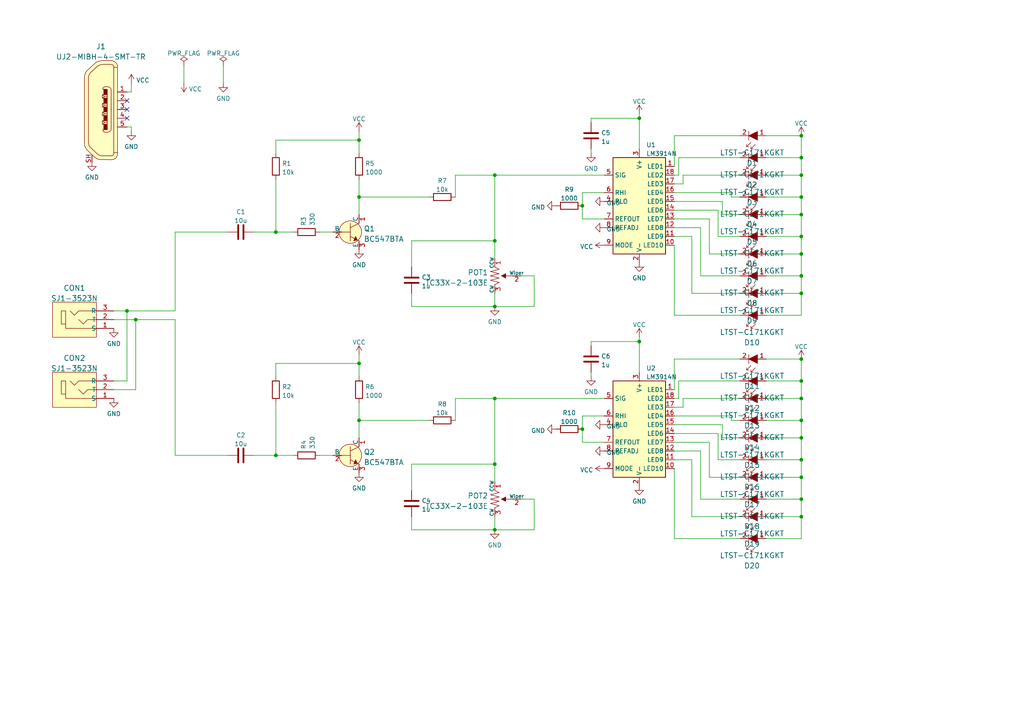
<source format=kicad_sch>
(kicad_sch (version 20230121) (generator eeschema)

  (uuid 26bf5a5b-f427-46ba-a8c8-7396b7b405e9)

  (paper "A4")

  (lib_symbols
    (symbol "Device:C" (pin_numbers hide) (pin_names (offset 0.254)) (in_bom yes) (on_board yes)
      (property "Reference" "C" (at 0.635 2.54 0)
        (effects (font (size 1.27 1.27)) (justify left))
      )
      (property "Value" "C" (at 0.635 -2.54 0)
        (effects (font (size 1.27 1.27)) (justify left))
      )
      (property "Footprint" "" (at 0.9652 -3.81 0)
        (effects (font (size 1.27 1.27)) hide)
      )
      (property "Datasheet" "~" (at 0 0 0)
        (effects (font (size 1.27 1.27)) hide)
      )
      (property "ki_keywords" "cap capacitor" (at 0 0 0)
        (effects (font (size 1.27 1.27)) hide)
      )
      (property "ki_description" "Unpolarized capacitor" (at 0 0 0)
        (effects (font (size 1.27 1.27)) hide)
      )
      (property "ki_fp_filters" "C_*" (at 0 0 0)
        (effects (font (size 1.27 1.27)) hide)
      )
      (symbol "C_0_1"
        (polyline
          (pts
            (xy -2.032 -0.762)
            (xy 2.032 -0.762)
          )
          (stroke (width 0.508) (type default))
          (fill (type none))
        )
        (polyline
          (pts
            (xy -2.032 0.762)
            (xy 2.032 0.762)
          )
          (stroke (width 0.508) (type default))
          (fill (type none))
        )
      )
      (symbol "C_1_1"
        (pin passive line (at 0 3.81 270) (length 2.794)
          (name "~" (effects (font (size 1.27 1.27))))
          (number "1" (effects (font (size 1.27 1.27))))
        )
        (pin passive line (at 0 -3.81 90) (length 2.794)
          (name "~" (effects (font (size 1.27 1.27))))
          (number "2" (effects (font (size 1.27 1.27))))
        )
      )
    )
    (symbol "Device:R" (pin_numbers hide) (pin_names (offset 0)) (in_bom yes) (on_board yes)
      (property "Reference" "R" (at 2.032 0 90)
        (effects (font (size 1.27 1.27)))
      )
      (property "Value" "R" (at 0 0 90)
        (effects (font (size 1.27 1.27)))
      )
      (property "Footprint" "" (at -1.778 0 90)
        (effects (font (size 1.27 1.27)) hide)
      )
      (property "Datasheet" "~" (at 0 0 0)
        (effects (font (size 1.27 1.27)) hide)
      )
      (property "ki_keywords" "R res resistor" (at 0 0 0)
        (effects (font (size 1.27 1.27)) hide)
      )
      (property "ki_description" "Resistor" (at 0 0 0)
        (effects (font (size 1.27 1.27)) hide)
      )
      (property "ki_fp_filters" "R_*" (at 0 0 0)
        (effects (font (size 1.27 1.27)) hide)
      )
      (symbol "R_0_1"
        (rectangle (start -1.016 -2.54) (end 1.016 2.54)
          (stroke (width 0.254) (type default))
          (fill (type none))
        )
      )
      (symbol "R_1_1"
        (pin passive line (at 0 3.81 270) (length 1.27)
          (name "~" (effects (font (size 1.27 1.27))))
          (number "1" (effects (font (size 1.27 1.27))))
        )
        (pin passive line (at 0 -3.81 90) (length 1.27)
          (name "~" (effects (font (size 1.27 1.27))))
          (number "2" (effects (font (size 1.27 1.27))))
        )
      )
    )
    (symbol "Driver_LED:LM3914N" (in_bom yes) (on_board yes)
      (property "Reference" "U" (at -6.35 14.224 0)
        (effects (font (size 1.27 1.27)))
      )
      (property "Value" "LM3914N" (at 5.588 14.224 0)
        (effects (font (size 1.27 1.27)))
      )
      (property "Footprint" "Package_DIP:DIP-18_W7.62mm" (at 0 0 0)
        (effects (font (size 1.27 1.27)) hide)
      )
      (property "Datasheet" "https://www.ti.com/lit/ds/symlink/lm3914.pdf" (at 0 0 0)
        (effects (font (size 1.27 1.27)) hide)
      )
      (property "ki_keywords" "LED driver bar dot" (at 0 0 0)
        (effects (font (size 1.27 1.27)) hide)
      )
      (property "ki_description" "10 LED Dot/Bar Display Driver, DIP-18" (at 0 0 0)
        (effects (font (size 1.27 1.27)) hide)
      )
      (property "ki_fp_filters" "DIP*W7.62mm*" (at 0 0 0)
        (effects (font (size 1.27 1.27)) hide)
      )
      (symbol "LM3914N_0_1"
        (rectangle (start -7.62 12.7) (end 7.62 -15.24)
          (stroke (width 0.254) (type default))
          (fill (type background))
        )
      )
      (symbol "LM3914N_1_1"
        (pin open_collector line (at 10.16 10.16 180) (length 2.54)
          (name "LED1" (effects (font (size 1.27 1.27))))
          (number "1" (effects (font (size 1.27 1.27))))
        )
        (pin open_collector line (at 10.16 -12.7 180) (length 2.54)
          (name "LED10" (effects (font (size 1.27 1.27))))
          (number "10" (effects (font (size 1.27 1.27))))
        )
        (pin open_collector line (at 10.16 -10.16 180) (length 2.54)
          (name "LED9" (effects (font (size 1.27 1.27))))
          (number "11" (effects (font (size 1.27 1.27))))
        )
        (pin open_collector line (at 10.16 -7.62 180) (length 2.54)
          (name "LED8" (effects (font (size 1.27 1.27))))
          (number "12" (effects (font (size 1.27 1.27))))
        )
        (pin open_collector line (at 10.16 -5.08 180) (length 2.54)
          (name "LED7" (effects (font (size 1.27 1.27))))
          (number "13" (effects (font (size 1.27 1.27))))
        )
        (pin open_collector line (at 10.16 -2.54 180) (length 2.54)
          (name "LED6" (effects (font (size 1.27 1.27))))
          (number "14" (effects (font (size 1.27 1.27))))
        )
        (pin open_collector line (at 10.16 0 180) (length 2.54)
          (name "LED5" (effects (font (size 1.27 1.27))))
          (number "15" (effects (font (size 1.27 1.27))))
        )
        (pin open_collector line (at 10.16 2.54 180) (length 2.54)
          (name "LED4" (effects (font (size 1.27 1.27))))
          (number "16" (effects (font (size 1.27 1.27))))
        )
        (pin open_collector line (at 10.16 5.08 180) (length 2.54)
          (name "LED3" (effects (font (size 1.27 1.27))))
          (number "17" (effects (font (size 1.27 1.27))))
        )
        (pin open_collector line (at 10.16 7.62 180) (length 2.54)
          (name "LED2" (effects (font (size 1.27 1.27))))
          (number "18" (effects (font (size 1.27 1.27))))
        )
        (pin power_in line (at 0 -17.78 90) (length 2.54)
          (name "V-" (effects (font (size 1.27 1.27))))
          (number "2" (effects (font (size 1.27 1.27))))
        )
        (pin power_in line (at 0 15.24 270) (length 2.54)
          (name "V+" (effects (font (size 1.27 1.27))))
          (number "3" (effects (font (size 1.27 1.27))))
        )
        (pin input line (at -10.16 0 0) (length 2.54)
          (name "RLO" (effects (font (size 1.27 1.27))))
          (number "4" (effects (font (size 1.27 1.27))))
        )
        (pin input line (at -10.16 7.62 0) (length 2.54)
          (name "SIG" (effects (font (size 1.27 1.27))))
          (number "5" (effects (font (size 1.27 1.27))))
        )
        (pin input line (at -10.16 2.54 0) (length 2.54)
          (name "RHI" (effects (font (size 1.27 1.27))))
          (number "6" (effects (font (size 1.27 1.27))))
        )
        (pin output line (at -10.16 -5.08 0) (length 2.54)
          (name "REFOUT" (effects (font (size 1.27 1.27))))
          (number "7" (effects (font (size 1.27 1.27))))
        )
        (pin input line (at -10.16 -7.62 0) (length 2.54)
          (name "REFADJ" (effects (font (size 1.27 1.27))))
          (number "8" (effects (font (size 1.27 1.27))))
        )
        (pin input line (at -10.16 -12.7 0) (length 2.54)
          (name "MODE" (effects (font (size 1.27 1.27))))
          (number "9" (effects (font (size 1.27 1.27))))
        )
      )
    )
    (symbol "dk_Barrel-Audio-Connectors:SJ1-3523N" (pin_names (offset 0.0508)) (in_bom yes) (on_board yes)
      (property "Reference" "CON" (at -7.62 6.35 0)
        (effects (font (size 1.524 1.524)) (justify left))
      )
      (property "Value" "SJ1-3523N" (at -1.27 -6.35 0)
        (effects (font (size 1.524 1.524)))
      )
      (property "Footprint" "digikey-footprints:Headphone_Jack_3.5mm_SJ1-3523N" (at 5.08 5.08 0)
        (effects (font (size 1.524 1.524)) (justify left) hide)
      )
      (property "Datasheet" "https://www.cui.com/product/resource/digikeypdf/sj1-352xn_series.pdf" (at 5.08 7.62 0)
        (effects (font (size 1.524 1.524)) (justify left) hide)
      )
      (property "Digi-Key_PN" "CP1-3523N-ND" (at 5.08 10.16 0)
        (effects (font (size 1.524 1.524)) (justify left) hide)
      )
      (property "MPN" "SJ1-3523N" (at 5.08 12.7 0)
        (effects (font (size 1.524 1.524)) (justify left) hide)
      )
      (property "Category" "Connectors, Interconnects" (at 5.08 15.24 0)
        (effects (font (size 1.524 1.524)) (justify left) hide)
      )
      (property "Family" "Barrel - Audio Connectors" (at 5.08 17.78 0)
        (effects (font (size 1.524 1.524)) (justify left) hide)
      )
      (property "DK_Datasheet_Link" "https://www.cui.com/product/resource/digikeypdf/sj1-352xn_series.pdf" (at 5.08 20.32 0)
        (effects (font (size 1.524 1.524)) (justify left) hide)
      )
      (property "DK_Detail_Page" "/product-detail/en/cui-inc/SJ1-3523N/CP1-3523N-ND/738689" (at 5.08 22.86 0)
        (effects (font (size 1.524 1.524)) (justify left) hide)
      )
      (property "Description" "CONN JACK STEREO 3.5MM R/A" (at 5.08 25.4 0)
        (effects (font (size 1.524 1.524)) (justify left) hide)
      )
      (property "Manufacturer" "CUI Inc." (at 5.08 27.94 0)
        (effects (font (size 1.524 1.524)) (justify left) hide)
      )
      (property "Status" "Active" (at 5.08 30.48 0)
        (effects (font (size 1.524 1.524)) (justify left) hide)
      )
      (property "ki_keywords" "CP1-3523N-ND SJ1" (at 0 0 0)
        (effects (font (size 1.27 1.27)) hide)
      )
      (property "ki_description" "CONN JACK STEREO 3.5MM R/A" (at 0 0 0)
        (effects (font (size 1.27 1.27)) hide)
      )
      (symbol "SJ1-3523N_0_1"
        (polyline
          (pts
            (xy 5.08 0)
            (xy 2.54 0)
            (xy 1.27 -1.27)
            (xy 0 0)
          )
          (stroke (width 0) (type default))
          (fill (type none))
        )
        (polyline
          (pts
            (xy 5.08 2.54)
            (xy 0 2.54)
            (xy -1.27 1.27)
            (xy -2.54 2.54)
          )
          (stroke (width 0) (type default))
          (fill (type none))
        )
        (polyline
          (pts
            (xy 5.08 -2.54)
            (xy -3.81 -2.54)
            (xy -3.81 2.54)
            (xy -5.08 2.54)
            (xy -5.08 -1.27)
            (xy -3.81 -1.27)
          )
          (stroke (width 0) (type default))
          (fill (type none))
        )
        (rectangle (start 5.08 5.08) (end -7.62 -5.08)
          (stroke (width 0) (type default))
          (fill (type background))
        )
      )
      (symbol "SJ1-3523N_1_1"
        (pin passive line (at 10.16 -2.54 180) (length 5.08)
          (name "S" (effects (font (size 1.27 1.27))))
          (number "1" (effects (font (size 1.27 1.27))))
        )
        (pin passive line (at 10.16 0 180) (length 5.08)
          (name "T" (effects (font (size 1.27 1.27))))
          (number "2" (effects (font (size 1.27 1.27))))
        )
        (pin passive line (at 10.16 2.54 180) (length 5.08)
          (name "R" (effects (font (size 1.27 1.27))))
          (number "3" (effects (font (size 1.27 1.27))))
        )
      )
    )
    (symbol "dk_LED-Indication-Discrete:LTST-C171KGKT" (pin_names (offset 0)) (in_bom yes) (on_board yes)
      (property "Reference" "D" (at -3.81 3.81 0)
        (effects (font (size 1.524 1.524)))
      )
      (property "Value" "LTST-C171KGKT" (at -1.27 -3.81 0)
        (effects (font (size 1.524 1.524)))
      )
      (property "Footprint" "digikey-footprints:0805" (at 5.08 5.08 0)
        (effects (font (size 1.524 1.524)) (justify left) hide)
      )
      (property "Datasheet" "http://optoelectronics.liteon.com/upload/download/DS22-2000-118/LTST-C171KGKT.pdf" (at 5.08 7.62 0)
        (effects (font (size 1.524 1.524)) (justify left) hide)
      )
      (property "Digi-Key_PN" "160-1426-1-ND" (at 5.08 10.16 0)
        (effects (font (size 1.524 1.524)) (justify left) hide)
      )
      (property "MPN" "LTST-C171KGKT" (at 5.08 12.7 0)
        (effects (font (size 1.524 1.524)) (justify left) hide)
      )
      (property "Category" "Optoelectronics" (at 5.08 15.24 0)
        (effects (font (size 1.524 1.524)) (justify left) hide)
      )
      (property "Family" "LED Indication - Discrete" (at 5.08 17.78 0)
        (effects (font (size 1.524 1.524)) (justify left) hide)
      )
      (property "DK_Datasheet_Link" "http://optoelectronics.liteon.com/upload/download/DS22-2000-118/LTST-C171KGKT.pdf" (at 5.08 20.32 0)
        (effects (font (size 1.524 1.524)) (justify left) hide)
      )
      (property "DK_Detail_Page" "/product-detail/en/lite-on-inc/LTST-C171KGKT/160-1426-1-ND/386798" (at 5.08 22.86 0)
        (effects (font (size 1.524 1.524)) (justify left) hide)
      )
      (property "Description" "LED GREEN CLEAR SMD" (at 5.08 25.4 0)
        (effects (font (size 1.524 1.524)) (justify left) hide)
      )
      (property "Manufacturer" "Lite-On Inc." (at 5.08 27.94 0)
        (effects (font (size 1.524 1.524)) (justify left) hide)
      )
      (property "Status" "Active" (at 5.08 30.48 0)
        (effects (font (size 1.524 1.524)) (justify left) hide)
      )
      (property "ki_keywords" "160-1426-1-ND" (at 0 0 0)
        (effects (font (size 1.27 1.27)) hide)
      )
      (property "ki_description" "LED GREEN CLEAR SMD" (at 0 0 0)
        (effects (font (size 1.27 1.27)) hide)
      )
      (symbol "LTST-C171KGKT_0_1"
        (polyline
          (pts
            (xy -0.635 3.81)
            (xy -1.905 2.54)
          )
          (stroke (width 0) (type default))
          (fill (type none))
        )
        (polyline
          (pts
            (xy 0 1.27)
            (xy 0 -1.27)
          )
          (stroke (width 0) (type default))
          (fill (type none))
        )
        (polyline
          (pts
            (xy 0.635 3.175)
            (xy -0.635 1.905)
          )
          (stroke (width 0) (type default))
          (fill (type none))
        )
        (polyline
          (pts
            (xy -1.27 3.81)
            (xy -0.635 3.81)
            (xy -0.635 3.175)
          )
          (stroke (width 0) (type default))
          (fill (type none))
        )
        (polyline
          (pts
            (xy 0 3.175)
            (xy 0.635 3.175)
            (xy 0.635 2.54)
          )
          (stroke (width 0) (type default))
          (fill (type none))
        )
        (polyline
          (pts
            (xy -2.54 1.27)
            (xy -2.54 -1.27)
            (xy 0 0)
            (xy -2.54 1.27)
          )
          (stroke (width 0) (type default))
          (fill (type outline))
        )
      )
      (symbol "LTST-C171KGKT_1_1"
        (pin passive line (at -5.08 0 0) (length 2.54)
          (name "~" (effects (font (size 1.27 1.27))))
          (number "1" (effects (font (size 1.27 1.27))))
        )
        (pin passive line (at 2.54 0 180) (length 2.54)
          (name "~" (effects (font (size 1.27 1.27))))
          (number "2" (effects (font (size 1.27 1.27))))
        )
      )
    )
    (symbol "dk_Transistors-Bipolar-BJT-Single:BC547BTA" (pin_names (offset 0)) (in_bom yes) (on_board yes)
      (property "Reference" "Q" (at -3.2004 4.2164 0)
        (effects (font (size 1.524 1.524)) (justify left))
      )
      (property "Value" "BC547BTA" (at 5.2324 0 90)
        (effects (font (size 1.524 1.524)))
      )
      (property "Footprint" "digikey-footprints:TO-92-3_Formed_Leads" (at 5.08 5.08 0)
        (effects (font (size 1.524 1.524)) (justify left) hide)
      )
      (property "Datasheet" "https://media.digikey.com/pdf/Data%20Sheets/ON%20Semiconductor%20PDFs/BC546-50.pdf" (at 5.08 7.62 0)
        (effects (font (size 1.524 1.524)) (justify left) hide)
      )
      (property "Digi-Key_PN" "BC547BTACT-ND" (at 5.08 10.16 0)
        (effects (font (size 1.524 1.524)) (justify left) hide)
      )
      (property "MPN" "BC547BTA" (at 5.08 12.7 0)
        (effects (font (size 1.524 1.524)) (justify left) hide)
      )
      (property "Category" "Discrete Semiconductor Products" (at 5.08 15.24 0)
        (effects (font (size 1.524 1.524)) (justify left) hide)
      )
      (property "Family" "Transistors - Bipolar (BJT) - Single" (at 5.08 17.78 0)
        (effects (font (size 1.524 1.524)) (justify left) hide)
      )
      (property "DK_Datasheet_Link" "https://media.digikey.com/pdf/Data%20Sheets/ON%20Semiconductor%20PDFs/BC546-50.pdf" (at 5.08 20.32 0)
        (effects (font (size 1.524 1.524)) (justify left) hide)
      )
      (property "DK_Detail_Page" "/product-detail/en/on-semiconductor/BC547BTA/BC547BTACT-ND/1532789" (at 5.08 22.86 0)
        (effects (font (size 1.524 1.524)) (justify left) hide)
      )
      (property "Description" "TRANS NPN 45V 0.1A TO-92" (at 5.08 25.4 0)
        (effects (font (size 1.524 1.524)) (justify left) hide)
      )
      (property "Manufacturer" "ON Semiconductor" (at 5.08 27.94 0)
        (effects (font (size 1.524 1.524)) (justify left) hide)
      )
      (property "Status" "Active" (at 5.08 30.48 0)
        (effects (font (size 1.524 1.524)) (justify left) hide)
      )
      (property "ki_keywords" "BC547BTACT-ND" (at 0 0 0)
        (effects (font (size 1.27 1.27)) hide)
      )
      (property "ki_description" "TRANS NPN 45V 0.1A TO-92" (at 0 0 0)
        (effects (font (size 1.27 1.27)) hide)
      )
      (symbol "BC547BTA_0_1"
        (polyline
          (pts
            (xy -3.81 0)
            (xy -2.54 0)
          )
          (stroke (width 0) (type default))
          (fill (type none))
        )
        (polyline
          (pts
            (xy -3.556 0)
            (xy 0 0)
          )
          (stroke (width 0) (type default))
          (fill (type none))
        )
        (polyline
          (pts
            (xy 0 -1.27)
            (xy 2.54 -2.54)
          )
          (stroke (width 0) (type default))
          (fill (type none))
        )
        (polyline
          (pts
            (xy 0 1.27)
            (xy 2.54 2.54)
          )
          (stroke (width 0) (type default))
          (fill (type none))
        )
        (polyline
          (pts
            (xy 0 2.54)
            (xy 0 -2.54)
          )
          (stroke (width 0) (type default))
          (fill (type none))
        )
        (polyline
          (pts
            (xy 1.524 -1.27)
            (xy 2.032 -2.286)
            (xy 1.016 -2.54)
            (xy 1.524 -1.27)
          )
          (stroke (width 0) (type default))
          (fill (type outline))
        )
        (circle (center 0 0) (radius 3.2512)
          (stroke (width 0) (type default))
          (fill (type background))
        )
      )
      (symbol "BC547BTA_1_1"
        (pin passive line (at 2.54 5.08 270) (length 2.54)
          (name "C" (effects (font (size 1.27 1.27))))
          (number "1" (effects (font (size 1.27 1.27))))
        )
        (pin input line (at -5.08 0 0) (length 2.54)
          (name "B" (effects (font (size 1.27 1.27))))
          (number "2" (effects (font (size 1.27 1.27))))
        )
        (pin passive line (at 2.54 -5.08 90) (length 2.54)
          (name "E" (effects (font (size 1.27 1.27))))
          (number "3" (effects (font (size 1.27 1.27))))
        )
      )
    )
    (symbol "dk_Trimmer-Potentiometers:TC33X-2-103E" (pin_names (offset 0)) (in_bom yes) (on_board yes)
      (property "Reference" "POT" (at -5.334 4.318 0)
        (effects (font (size 1.524 1.524)))
      )
      (property "Value" "TC33X-2-103E" (at 0.254 -2.794 0)
        (effects (font (size 1.524 1.524)))
      )
      (property "Footprint" "digikey-footprints:Trimpot_3.8mmx3.6mm_TC33X-2-103E" (at 5.08 5.08 0)
        (effects (font (size 1.524 1.524)) (justify left) hide)
      )
      (property "Datasheet" "https://www.bourns.com/docs/Product-Datasheets/TC33.pdf" (at 5.08 7.62 0)
        (effects (font (size 1.524 1.524)) (justify left) hide)
      )
      (property "Digi-Key_PN" "TC33X-103ETR-ND" (at 5.08 10.16 0)
        (effects (font (size 1.524 1.524)) (justify left) hide)
      )
      (property "MPN" "TC33X-2-103E" (at 5.08 12.7 0)
        (effects (font (size 1.524 1.524)) (justify left) hide)
      )
      (property "Category" "Potentiometers, Variable Resistors" (at 5.08 15.24 0)
        (effects (font (size 1.524 1.524)) (justify left) hide)
      )
      (property "Family" "Trimmer Potentiometers" (at 5.08 17.78 0)
        (effects (font (size 1.524 1.524)) (justify left) hide)
      )
      (property "DK_Datasheet_Link" "https://www.bourns.com/docs/Product-Datasheets/TC33.pdf" (at 5.08 20.32 0)
        (effects (font (size 1.524 1.524)) (justify left) hide)
      )
      (property "DK_Detail_Page" "/product-detail/en/bourns-inc/TC33X-2-103E/TC33X-103ETR-ND/612858" (at 5.08 22.86 0)
        (effects (font (size 1.524 1.524)) (justify left) hide)
      )
      (property "Description" "TRIMMER 10K OHM 0.1W J LEAD TOP" (at 5.08 25.4 0)
        (effects (font (size 1.524 1.524)) (justify left) hide)
      )
      (property "Manufacturer" "Bourns Inc." (at 5.08 27.94 0)
        (effects (font (size 1.524 1.524)) (justify left) hide)
      )
      (property "Status" "Active" (at 5.08 30.48 0)
        (effects (font (size 1.524 1.524)) (justify left) hide)
      )
      (property "ki_description" "TRIMMER 10K OHM 0.1W J LEAD TOP" (at 0 0 0)
        (effects (font (size 1.27 1.27)) hide)
      )
      (symbol "TC33X-2-103E_0_1"
        (polyline
          (pts
            (xy 0 5.08)
            (xy 0 3.175)
          )
          (stroke (width 0) (type default))
          (fill (type none))
        )
        (polyline
          (pts
            (xy -0.635 3.175)
            (xy 0.635 3.175)
            (xy 0 1.905)
            (xy -0.635 3.175)
          )
          (stroke (width 0) (type default))
          (fill (type outline))
        )
        (polyline
          (pts
            (xy -2.54 0)
            (xy -1.905 1.27)
            (xy -1.27 -1.27)
            (xy -0.635 1.27)
            (xy 0 -1.27)
            (xy 0.635 1.27)
            (xy 1.27 -1.27)
            (xy 1.905 1.27)
            (xy 2.54 0)
          )
          (stroke (width 0) (type default))
          (fill (type none))
        )
      )
      (symbol "TC33X-2-103E_1_1"
        (pin passive line (at -5.08 0 0) (length 2.54)
          (name "CCW" (effects (font (size 1.016 1.016))))
          (number "1" (effects (font (size 1.27 1.27))))
        )
        (pin passive line (at 0 7.62 270) (length 2.54)
          (name "Wiper" (effects (font (size 1.016 1.016))))
          (number "2" (effects (font (size 1.27 1.27))))
        )
        (pin passive line (at 5.08 0 180) (length 2.54)
          (name "CW" (effects (font (size 1.016 1.016))))
          (number "3" (effects (font (size 1.27 1.27))))
        )
      )
    )
    (symbol "dk_USB-DVI-HDMI-Connectors:UJ2-MIBH-4-SMT-TR" (pin_names (offset 1.016)) (in_bom yes) (on_board yes)
      (property "Reference" "J" (at -4.445 15.875 0)
        (effects (font (size 1.524 1.524)))
      )
      (property "Value" "UJ2-MIBH-4-SMT-TR" (at -6.35 -5.715 90)
        (effects (font (size 1.524 1.524)))
      )
      (property "Footprint" "digikey-footprints:USB_Micro_B_Male_UJ2-MIBH-4-SMT-TR" (at 5.08 5.08 0)
        (effects (font (size 1.524 1.524)) (justify left) hide)
      )
      (property "Datasheet" "https://www.cui.com/product/resource/digikeypdf/uj2-mibh-4-smt.pdf" (at 5.08 7.62 0)
        (effects (font (size 1.524 1.524)) (justify left) hide)
      )
      (property "Digi-Key_PN" "102-4006-1-ND" (at 5.08 10.16 0)
        (effects (font (size 1.524 1.524)) (justify left) hide)
      )
      (property "MPN" "UJ2-MIBH-4-SMT-TR" (at 5.08 12.7 0)
        (effects (font (size 1.524 1.524)) (justify left) hide)
      )
      (property "Category" "Connectors, Interconnects" (at 5.08 15.24 0)
        (effects (font (size 1.524 1.524)) (justify left) hide)
      )
      (property "Family" "USB, DVI, HDMI Connectors" (at 5.08 17.78 0)
        (effects (font (size 1.524 1.524)) (justify left) hide)
      )
      (property "DK_Datasheet_Link" "https://www.cui.com/product/resource/digikeypdf/uj2-mibh-4-smt.pdf" (at 5.08 20.32 0)
        (effects (font (size 1.524 1.524)) (justify left) hide)
      )
      (property "DK_Detail_Page" "/product-detail/en/cui-inc/UJ2-MIBH-4-SMT-TR/102-4006-1-ND/6187928" (at 5.08 22.86 0)
        (effects (font (size 1.524 1.524)) (justify left) hide)
      )
      (property "Description" "CONN RCPT USB2.0 MICRO B SMD R/A" (at 5.08 25.4 0)
        (effects (font (size 1.524 1.524)) (justify left) hide)
      )
      (property "Manufacturer" "CUI Inc." (at 5.08 27.94 0)
        (effects (font (size 1.524 1.524)) (justify left) hide)
      )
      (property "Status" "Active" (at 5.08 30.48 0)
        (effects (font (size 1.524 1.524)) (justify left) hide)
      )
      (property "ki_keywords" "102-4006-1-ND UJ2" (at 0 0 0)
        (effects (font (size 1.27 1.27)) hide)
      )
      (property "ki_description" "CONN RCPT USB2.0 MICRO B SMD R/A" (at 0 0 0)
        (effects (font (size 1.27 1.27)) hide)
      )
      (symbol "UJ2-MIBH-4-SMT-TR_0_1"
        (polyline
          (pts
            (xy 3.7846 12.2428)
            (xy 3.7846 -12.5476)
          )
          (stroke (width 0) (type default))
          (fill (type none))
        )
        (polyline
          (pts
            (xy 0.4826 -4.2926)
            (xy 0.4826 -3.2766)
            (xy 1.8796 -3.2766)
            (xy 1.8796 -4.2926)
            (xy 0.4826 -4.2926)
            (xy 1.1176 -3.7846)
            (xy 0.4826 -3.2766)
            (xy 1.8796 -3.2766)
            (xy 1.8796 -3.7846)
            (xy 1.1176 -3.7846)
          )
          (stroke (width 0) (type default))
          (fill (type none))
        )
        (polyline
          (pts
            (xy 0.4826 -1.7526)
            (xy 0.4826 -0.7366)
            (xy 1.8796 -0.7366)
            (xy 1.8796 -1.7526)
            (xy 0.4826 -1.7526)
            (xy 1.1176 -1.2446)
            (xy 0.4826 -0.7366)
            (xy 1.8796 -0.7366)
            (xy 1.8796 -1.2446)
            (xy 1.1176 -1.2446)
          )
          (stroke (width 0) (type default))
          (fill (type none))
        )
        (polyline
          (pts
            (xy 0.4826 1.7526)
            (xy 0.4826 0.7366)
            (xy 1.8796 0.7366)
            (xy 1.8796 1.7526)
            (xy 0.4826 1.7526)
            (xy 1.1176 1.2446)
            (xy 0.4826 0.7366)
            (xy 1.8796 0.7366)
            (xy 1.8796 1.2446)
            (xy 1.1176 1.2446)
          )
          (stroke (width 0) (type default))
          (fill (type none))
        )
        (polyline
          (pts
            (xy 0.4826 4.2926)
            (xy 0.4826 3.2766)
            (xy 1.8796 3.2766)
            (xy 1.8796 4.2926)
            (xy 0.4826 4.2926)
            (xy 1.1176 3.7846)
            (xy 0.4826 3.2766)
            (xy 1.8796 3.2766)
            (xy 1.8796 3.7846)
            (xy 1.1176 3.7846)
          )
          (stroke (width 0) (type default))
          (fill (type none))
        )
        (polyline
          (pts
            (xy 1.905 -0.0254)
            (xy 1.905 5.842)
            (xy 0.635 5.842)
            (xy 0.635 6.1468)
            (xy 0.8128 6.4262)
            (xy 1.1938 6.5786)
            (xy 1.651 6.6294)
            (xy 2.2606 6.5532)
            (xy 2.7178 6.3246)
            (xy 2.9464 6.0706)
            (xy 3.0226 5.6388)
            (xy 3.0226 4.8006)
            (xy 3.0226 -0.127)
          )
          (stroke (width 0) (type default))
          (fill (type none))
        )
        (polyline
          (pts
            (xy 1.905 0.0254)
            (xy 1.905 -5.842)
            (xy 0.635 -5.842)
            (xy 0.635 -6.1468)
            (xy 0.8128 -6.4262)
            (xy 1.1938 -6.5786)
            (xy 1.651 -6.6294)
            (xy 2.2606 -6.5532)
            (xy 2.7178 -6.3246)
            (xy 2.9464 -6.0706)
            (xy 3.0226 -5.6388)
            (xy 3.0226 -4.8006)
            (xy 3.0226 0.127)
          )
          (stroke (width 0) (type default))
          (fill (type none))
        )
        (polyline
          (pts
            (xy 4.8514 -12.5476)
            (xy 3.8354 -12.5476)
            (xy 3.7846 -12.5476)
            (xy 3.7846 -12.9032)
            (xy 3.6068 -13.2334)
            (xy 3.429 -13.3604)
            (xy 3.2258 -13.4366)
            (xy 0.4572 -13.4366)
            (xy 0.0508 -13.4112)
            (xy -0.3302 -13.3096)
            (xy -0.6604 -13.1318)
            (xy -0.9906 -12.9032)
            (xy -3.1496 -10.8458)
            (xy -3.4036 -10.3886)
            (xy -3.5306 -9.779)
            (xy -3.556 -8.636)
            (xy -3.556 9.2202)
            (xy -3.5306 9.4234)
            (xy -3.4544 9.8298)
            (xy -3.302 10.1854)
            (xy -3.0226 10.6172)
            (xy -1.7526 11.8364)
            (xy -0.8636 12.5984)
            (xy -0.3302 12.8778)
            (xy 0.0762 13.0048)
            (xy 0.6096 13.081)
            (xy 3.0734 13.081)
            (xy 3.3274 13.0048)
            (xy 3.5814 12.8524)
            (xy 3.7846 12.5222)
            (xy 3.7846 12.2174)
            (xy 4.8514 12.2174)
          )
          (stroke (width 0) (type default))
          (fill (type none))
        )
        (polyline
          (pts
            (xy 4.8514 -11.4808)
            (xy 4.8514 -12.8016)
            (xy 4.7752 -13.4366)
            (xy 4.572 -13.8684)
            (xy 4.0386 -14.3256)
            (xy 3.5814 -14.5288)
            (xy 3.0988 -14.605)
            (xy -0.2794 -14.5542)
            (xy -0.7112 -14.4526)
            (xy -1.2446 -14.1986)
            (xy -2.2098 -13.4366)
            (xy -3.556 -12.1412)
            (xy -4.0132 -11.6586)
            (xy -4.3688 -11.1506)
            (xy -4.6228 -10.5918)
            (xy -4.7498 -9.7536)
            (xy -4.7498 9.3726)
            (xy -4.5974 10.0838)
            (xy -4.4704 10.4648)
            (xy -4.2164 10.9728)
            (xy -3.6068 11.6078)
            (xy -1.4478 13.589)
            (xy -0.9652 13.8684)
            (xy -0.5588 14.0208)
            (xy 0.0762 14.1224)
            (xy 0.5588 14.1732)
            (xy 3.2766 14.1732)
            (xy 3.7592 14.0208)
            (xy 4.2164 13.7414)
            (xy 4.445 13.5128)
            (xy 4.699 13.1572)
            (xy 4.826 12.8524)
            (xy 4.8514 12.446)
            (xy 4.8514 -11.5062)
          )
          (stroke (width 0) (type default))
          (fill (type background))
        )
        (rectangle (start 0.889 -4.318) (end 1.905 -5.842)
          (stroke (width 0) (type default))
          (fill (type outline))
        )
        (rectangle (start 0.889 -3.302) (end 1.905 -1.778)
          (stroke (width 0) (type default))
          (fill (type outline))
        )
        (rectangle (start 0.889 -0.635) (end 1.905 0.381)
          (stroke (width 0) (type default))
          (fill (type outline))
        )
        (rectangle (start 0.889 0.635) (end 1.905 -0.381)
          (stroke (width 0) (type default))
          (fill (type outline))
        )
        (rectangle (start 0.889 3.302) (end 1.905 1.778)
          (stroke (width 0) (type default))
          (fill (type outline))
        )
        (rectangle (start 0.889 4.318) (end 1.905 5.842)
          (stroke (width 0) (type default))
          (fill (type outline))
        )
      )
      (symbol "UJ2-MIBH-4-SMT-TR_1_1"
        (pin passive line (at 7.62 5.08 180) (length 2.7432)
          (name "~" (effects (font (size 1.27 1.27))))
          (number "1" (effects (font (size 1.27 1.27))))
        )
        (pin passive line (at 7.62 2.54 180) (length 2.7432)
          (name "~" (effects (font (size 1.27 1.27))))
          (number "2" (effects (font (size 1.27 1.27))))
        )
        (pin passive line (at 7.62 0 180) (length 2.7432)
          (name "~" (effects (font (size 1.27 1.27))))
          (number "3" (effects (font (size 1.27 1.27))))
        )
        (pin passive line (at 7.62 -2.54 180) (length 2.7432)
          (name "~" (effects (font (size 1.27 1.27))))
          (number "4" (effects (font (size 1.27 1.27))))
        )
        (pin passive line (at 7.62 -5.08 180) (length 2.7432)
          (name "~" (effects (font (size 1.27 1.27))))
          (number "5" (effects (font (size 1.27 1.27))))
        )
        (pin passive line (at -2.54 -15.24 90) (length 2.032)
          (name "~" (effects (font (size 1.27 1.27))))
          (number "SH" (effects (font (size 1.27 1.27))))
        )
      )
    )
    (symbol "power:GND" (power) (pin_names (offset 0)) (in_bom yes) (on_board yes)
      (property "Reference" "#PWR" (at 0 -6.35 0)
        (effects (font (size 1.27 1.27)) hide)
      )
      (property "Value" "GND" (at 0 -3.81 0)
        (effects (font (size 1.27 1.27)))
      )
      (property "Footprint" "" (at 0 0 0)
        (effects (font (size 1.27 1.27)) hide)
      )
      (property "Datasheet" "" (at 0 0 0)
        (effects (font (size 1.27 1.27)) hide)
      )
      (property "ki_keywords" "power-flag" (at 0 0 0)
        (effects (font (size 1.27 1.27)) hide)
      )
      (property "ki_description" "Power symbol creates a global label with name \"GND\" , ground" (at 0 0 0)
        (effects (font (size 1.27 1.27)) hide)
      )
      (symbol "GND_0_1"
        (polyline
          (pts
            (xy 0 0)
            (xy 0 -1.27)
            (xy 1.27 -1.27)
            (xy 0 -2.54)
            (xy -1.27 -1.27)
            (xy 0 -1.27)
          )
          (stroke (width 0) (type default))
          (fill (type none))
        )
      )
      (symbol "GND_1_1"
        (pin power_in line (at 0 0 270) (length 0) hide
          (name "GND" (effects (font (size 1.27 1.27))))
          (number "1" (effects (font (size 1.27 1.27))))
        )
      )
    )
    (symbol "power:PWR_FLAG" (power) (pin_numbers hide) (pin_names (offset 0) hide) (in_bom yes) (on_board yes)
      (property "Reference" "#FLG" (at 0 1.905 0)
        (effects (font (size 1.27 1.27)) hide)
      )
      (property "Value" "PWR_FLAG" (at 0 3.81 0)
        (effects (font (size 1.27 1.27)))
      )
      (property "Footprint" "" (at 0 0 0)
        (effects (font (size 1.27 1.27)) hide)
      )
      (property "Datasheet" "~" (at 0 0 0)
        (effects (font (size 1.27 1.27)) hide)
      )
      (property "ki_keywords" "power-flag" (at 0 0 0)
        (effects (font (size 1.27 1.27)) hide)
      )
      (property "ki_description" "Special symbol for telling ERC where power comes from" (at 0 0 0)
        (effects (font (size 1.27 1.27)) hide)
      )
      (symbol "PWR_FLAG_0_0"
        (pin power_out line (at 0 0 90) (length 0)
          (name "pwr" (effects (font (size 1.27 1.27))))
          (number "1" (effects (font (size 1.27 1.27))))
        )
      )
      (symbol "PWR_FLAG_0_1"
        (polyline
          (pts
            (xy 0 0)
            (xy 0 1.27)
            (xy -1.016 1.905)
            (xy 0 2.54)
            (xy 1.016 1.905)
            (xy 0 1.27)
          )
          (stroke (width 0) (type default))
          (fill (type none))
        )
      )
    )
    (symbol "power:VCC" (power) (pin_names (offset 0)) (in_bom yes) (on_board yes)
      (property "Reference" "#PWR" (at 0 -3.81 0)
        (effects (font (size 1.27 1.27)) hide)
      )
      (property "Value" "VCC" (at 0 3.81 0)
        (effects (font (size 1.27 1.27)))
      )
      (property "Footprint" "" (at 0 0 0)
        (effects (font (size 1.27 1.27)) hide)
      )
      (property "Datasheet" "" (at 0 0 0)
        (effects (font (size 1.27 1.27)) hide)
      )
      (property "ki_keywords" "power-flag" (at 0 0 0)
        (effects (font (size 1.27 1.27)) hide)
      )
      (property "ki_description" "Power symbol creates a global label with name \"VCC\"" (at 0 0 0)
        (effects (font (size 1.27 1.27)) hide)
      )
      (symbol "VCC_0_1"
        (polyline
          (pts
            (xy -0.762 1.27)
            (xy 0 2.54)
          )
          (stroke (width 0) (type default))
          (fill (type none))
        )
        (polyline
          (pts
            (xy 0 0)
            (xy 0 2.54)
          )
          (stroke (width 0) (type default))
          (fill (type none))
        )
        (polyline
          (pts
            (xy 0 2.54)
            (xy 0.762 1.27)
          )
          (stroke (width 0) (type default))
          (fill (type none))
        )
      )
      (symbol "VCC_1_1"
        (pin power_in line (at 0 0 90) (length 0) hide
          (name "VCC" (effects (font (size 1.27 1.27))))
          (number "1" (effects (font (size 1.27 1.27))))
        )
      )
    )
  )

  (junction (at 36.83 90.17) (diameter 0) (color 0 0 0 0)
    (uuid 06cf7474-c453-45c1-a82b-f1993e5bbad8)
  )
  (junction (at 39.37 92.71) (diameter 0) (color 0 0 0 0)
    (uuid 0c3e76b3-79e9-4605-8859-97423dcac57f)
  )
  (junction (at 232.41 57.15) (diameter 0) (color 0 0 0 0)
    (uuid 0e660ecc-147d-4c4a-ac28-ae67900ce484)
  )
  (junction (at 80.01 67.31) (diameter 0) (color 0 0 0 0)
    (uuid 13e6bac2-9185-4b68-8c43-813fc09b5171)
  )
  (junction (at 232.41 104.14) (diameter 0) (color 0 0 0 0)
    (uuid 156c6023-f34e-446c-a892-51a55060e528)
  )
  (junction (at 232.41 127) (diameter 0) (color 0 0 0 0)
    (uuid 2479c044-22ac-4186-a568-201c592f4548)
  )
  (junction (at 143.51 134.62) (diameter 0) (color 0 0 0 0)
    (uuid 2d0ebb11-64b9-44e7-bd7e-a2bb92e6e1bc)
  )
  (junction (at 143.51 69.85) (diameter 0) (color 0 0 0 0)
    (uuid 2f980996-875c-468b-9d1c-ed9f6ff1878a)
  )
  (junction (at 143.51 153.67) (diameter 0) (color 0 0 0 0)
    (uuid 333b9853-c6f0-4be8-8b63-52a036a753e5)
  )
  (junction (at 232.41 62.23) (diameter 0) (color 0 0 0 0)
    (uuid 3635248e-1a08-4ee0-8429-5091da881b4d)
  )
  (junction (at 232.41 73.66) (diameter 0) (color 0 0 0 0)
    (uuid 3dbb921c-6382-41a4-bb57-03d7c4d10212)
  )
  (junction (at 232.41 80.01) (diameter 0) (color 0 0 0 0)
    (uuid 4781c6e3-5ea9-4140-a02c-2c09fb73ad3d)
  )
  (junction (at 232.41 138.43) (diameter 0) (color 0 0 0 0)
    (uuid 53cf11ec-d007-4898-b229-7e9589e3a14e)
  )
  (junction (at 232.41 149.86) (diameter 0) (color 0 0 0 0)
    (uuid 5c342557-5052-4741-b4f2-8e8b926c0861)
  )
  (junction (at 168.91 124.46) (diameter 0) (color 0 0 0 0)
    (uuid 5f58fa4b-b9be-4e67-b049-2a544dba2954)
  )
  (junction (at 104.14 121.92) (diameter 0) (color 0 0 0 0)
    (uuid 66bf7292-5a6b-4af6-9ed7-b966a4530c07)
  )
  (junction (at 232.41 133.35) (diameter 0) (color 0 0 0 0)
    (uuid 67a520e4-916c-4804-b0a3-aa5df2e48b50)
  )
  (junction (at 232.41 50.8) (diameter 0) (color 0 0 0 0)
    (uuid 69185ad5-d19f-47ca-b5aa-835703a1e62e)
  )
  (junction (at 168.91 59.69) (diameter 0) (color 0 0 0 0)
    (uuid 6a7a7d7d-4e8e-4732-9f5d-10bf43845388)
  )
  (junction (at 185.42 99.06) (diameter 0) (color 0 0 0 0)
    (uuid 8213a5d9-b7ef-4067-a039-b5d3266c5388)
  )
  (junction (at 232.41 121.92) (diameter 0) (color 0 0 0 0)
    (uuid 88782326-51c3-4e34-b750-3810805efbb1)
  )
  (junction (at 232.41 115.57) (diameter 0) (color 0 0 0 0)
    (uuid 8ac3fc4c-b793-41a3-aea0-3492fca739f3)
  )
  (junction (at 143.51 115.57) (diameter 0) (color 0 0 0 0)
    (uuid 8d0dd04a-b464-4fbf-9ad9-1ddbc6a6ebb3)
  )
  (junction (at 185.42 34.29) (diameter 0) (color 0 0 0 0)
    (uuid 8f5d4719-1ee2-416b-93c8-38111e87d186)
  )
  (junction (at 104.14 105.41) (diameter 0) (color 0 0 0 0)
    (uuid 905eb804-b34e-4a24-b25b-5d4ea6f5a264)
  )
  (junction (at 143.51 50.8) (diameter 0) (color 0 0 0 0)
    (uuid 97e477bb-a930-47c2-8aeb-56aeba6699c3)
  )
  (junction (at 104.14 40.64) (diameter 0) (color 0 0 0 0)
    (uuid 9c593625-5788-4f7f-8335-120aeae6a539)
  )
  (junction (at 232.41 39.37) (diameter 0) (color 0 0 0 0)
    (uuid a17b1f30-82b9-4d11-a65b-a3b31f7b5a30)
  )
  (junction (at 232.41 45.72) (diameter 0) (color 0 0 0 0)
    (uuid a4a4a597-36d1-48b4-990a-0a6b2611fca9)
  )
  (junction (at 80.01 132.08) (diameter 0) (color 0 0 0 0)
    (uuid ac45f253-4a32-4bcf-85bf-fe73a4668512)
  )
  (junction (at 232.41 85.09) (diameter 0) (color 0 0 0 0)
    (uuid accf6a48-61c1-4f00-9ccc-393bee73aec0)
  )
  (junction (at 104.14 57.15) (diameter 0) (color 0 0 0 0)
    (uuid ef90aeec-2338-428c-8dca-4bcf1fb1dff9)
  )
  (junction (at 143.51 88.9) (diameter 0) (color 0 0 0 0)
    (uuid ef91ecc9-f94b-4905-abe3-e7d915dc21c1)
  )
  (junction (at 232.41 110.49) (diameter 0) (color 0 0 0 0)
    (uuid f7a77d5d-a580-4d68-aed2-cd2cbad58bba)
  )
  (junction (at 232.41 68.58) (diameter 0) (color 0 0 0 0)
    (uuid f7d787a9-d5f1-4267-b001-408bc34b0780)
  )
  (junction (at 232.41 144.78) (diameter 0) (color 0 0 0 0)
    (uuid ff5043a1-bee9-4d61-8245-2370c84e0d6b)
  )

  (no_connect (at 36.83 31.75) (uuid 597677e8-2ffe-47d8-8ce2-3385721aa347))
  (no_connect (at 36.83 34.29) (uuid 597677e8-2ffe-47d8-8ce2-3385721aa348))
  (no_connect (at 36.83 29.21) (uuid 597677e8-2ffe-47d8-8ce2-3385721aa349))

  (wire (pts (xy 119.38 142.24) (xy 119.38 134.62))
    (stroke (width 0) (type default))
    (uuid 01928a3e-de24-48f6-b92a-3f5af0c35be5)
  )
  (wire (pts (xy 209.55 58.42) (xy 209.55 62.23))
    (stroke (width 0) (type default))
    (uuid 01a7700b-4c13-483e-8494-59df60fd9e0d)
  )
  (wire (pts (xy 38.1 26.67) (xy 36.83 26.67))
    (stroke (width 0) (type default))
    (uuid 01c1fca3-5727-40da-8798-abfe23340fa8)
  )
  (wire (pts (xy 143.51 69.85) (xy 143.51 74.93))
    (stroke (width 0) (type default))
    (uuid 020230e2-6c3c-4e45-aaba-26880b339e89)
  )
  (wire (pts (xy 195.58 63.5) (xy 205.74 63.5))
    (stroke (width 0) (type default))
    (uuid 035c0252-8bf8-47a2-8446-7319160f9834)
  )
  (wire (pts (xy 222.25 133.35) (xy 232.41 133.35))
    (stroke (width 0) (type default))
    (uuid 03702ac9-7cf2-4605-899a-f6dcc4af4648)
  )
  (wire (pts (xy 50.8 90.17) (xy 50.8 67.31))
    (stroke (width 0) (type default))
    (uuid 061ced68-6dca-49ab-9ae8-011dc9314d5c)
  )
  (wire (pts (xy 196.85 110.49) (xy 196.85 115.57))
    (stroke (width 0) (type default))
    (uuid 072f580c-636a-499d-8dd4-c63ce68827b3)
  )
  (wire (pts (xy 222.25 127) (xy 232.41 127))
    (stroke (width 0) (type default))
    (uuid 09b8f3f5-b3c0-4633-a89f-86b6fc301030)
  )
  (wire (pts (xy 104.14 105.41) (xy 104.14 109.22))
    (stroke (width 0) (type default))
    (uuid 09c46d37-2dbe-45e6-8c9b-985a2769a345)
  )
  (wire (pts (xy 80.01 132.08) (xy 85.09 132.08))
    (stroke (width 0) (type default))
    (uuid 0a3f738e-b1fa-4665-838f-a4213df701f7)
  )
  (wire (pts (xy 196.85 45.72) (xy 196.85 50.8))
    (stroke (width 0) (type default))
    (uuid 0c33eb24-715c-4626-ae9c-811ecfe18d09)
  )
  (wire (pts (xy 195.58 135.89) (xy 195.58 156.21))
    (stroke (width 0) (type default))
    (uuid 12579899-8f92-4f69-9b0f-b567521449a0)
  )
  (wire (pts (xy 222.25 115.57) (xy 232.41 115.57))
    (stroke (width 0) (type default))
    (uuid 152ed263-00ed-4bd6-aed1-281158d6e9b3)
  )
  (wire (pts (xy 205.74 138.43) (xy 214.63 138.43))
    (stroke (width 0) (type default))
    (uuid 169d1b68-2112-4051-a06f-50f3d7dd6bf8)
  )
  (wire (pts (xy 154.94 88.9) (xy 143.51 88.9))
    (stroke (width 0) (type default))
    (uuid 17ab5a48-18ec-47d1-8168-bac0f9daca22)
  )
  (wire (pts (xy 195.58 128.27) (xy 205.74 128.27))
    (stroke (width 0) (type default))
    (uuid 17f1e75b-e621-483a-8dc7-15f64fcb9e87)
  )
  (wire (pts (xy 151.13 144.78) (xy 154.94 144.78))
    (stroke (width 0) (type default))
    (uuid 18a36372-acd9-431c-8109-a30419bc48dd)
  )
  (wire (pts (xy 222.25 50.8) (xy 232.41 50.8))
    (stroke (width 0) (type default))
    (uuid 18b30177-44ee-4df0-974b-2e96cf9d045d)
  )
  (wire (pts (xy 175.26 120.65) (xy 168.91 120.65))
    (stroke (width 0) (type default))
    (uuid 1983c6b8-e223-4fd9-b58a-b39773adb195)
  )
  (wire (pts (xy 205.74 73.66) (xy 214.63 73.66))
    (stroke (width 0) (type default))
    (uuid 1bb06313-234a-495e-b013-0091d1850554)
  )
  (wire (pts (xy 232.41 91.44) (xy 222.25 91.44))
    (stroke (width 0) (type default))
    (uuid 1dc31d00-8817-4b83-8d2e-3d00c93a0583)
  )
  (wire (pts (xy 33.02 92.71) (xy 39.37 92.71))
    (stroke (width 0) (type default))
    (uuid 1fd3757d-bd17-428b-b7cc-9095d583474f)
  )
  (wire (pts (xy 143.51 88.9) (xy 143.51 85.09))
    (stroke (width 0) (type default))
    (uuid 2100bf60-f01c-4647-ae8a-e5a306f0c6e0)
  )
  (wire (pts (xy 222.25 138.43) (xy 232.41 138.43))
    (stroke (width 0) (type default))
    (uuid 21921309-1c44-48b4-bc77-76d5d1b88281)
  )
  (wire (pts (xy 203.2 130.81) (xy 203.2 144.78))
    (stroke (width 0) (type default))
    (uuid 240d9fe0-708e-4b66-8079-6130ca5d1f6b)
  )
  (wire (pts (xy 119.38 134.62) (xy 143.51 134.62))
    (stroke (width 0) (type default))
    (uuid 244c3a3a-d944-45fa-b687-6ae2aaea9fa3)
  )
  (wire (pts (xy 119.38 88.9) (xy 143.51 88.9))
    (stroke (width 0) (type default))
    (uuid 2468350c-aaf8-4656-8b3f-a28f3f86d5f4)
  )
  (wire (pts (xy 38.1 24.13) (xy 38.1 26.67))
    (stroke (width 0) (type default))
    (uuid 2495a322-b289-41c6-830a-4ff30d6d76c5)
  )
  (wire (pts (xy 212.09 55.88) (xy 212.09 57.15))
    (stroke (width 0) (type default))
    (uuid 25937d4d-4021-4830-91f9-d72e27fae48a)
  )
  (wire (pts (xy 119.38 69.85) (xy 143.51 69.85))
    (stroke (width 0) (type default))
    (uuid 2d325b55-0bbe-464d-901f-4fc5427ec546)
  )
  (wire (pts (xy 222.25 45.72) (xy 232.41 45.72))
    (stroke (width 0) (type default))
    (uuid 2d76d33a-60fe-4dd4-abf1-61c55dc62c5e)
  )
  (wire (pts (xy 196.85 45.72) (xy 214.63 45.72))
    (stroke (width 0) (type default))
    (uuid 2f1caf38-ec1e-4119-ac52-95092e4bbb42)
  )
  (wire (pts (xy 168.91 124.46) (xy 168.91 128.27))
    (stroke (width 0) (type default))
    (uuid 2f324bb5-03a3-4934-a50e-f99488605b67)
  )
  (wire (pts (xy 232.41 85.09) (xy 232.41 91.44))
    (stroke (width 0) (type default))
    (uuid 31640cda-275e-4751-b2b4-35aeff32d031)
  )
  (wire (pts (xy 104.14 102.87) (xy 104.14 105.41))
    (stroke (width 0) (type default))
    (uuid 324de146-887f-44bd-bbd3-a818b2386474)
  )
  (wire (pts (xy 195.58 104.14) (xy 195.58 113.03))
    (stroke (width 0) (type default))
    (uuid 332eb058-8302-43cb-9260-681f878c7d3d)
  )
  (wire (pts (xy 195.58 66.04) (xy 203.2 66.04))
    (stroke (width 0) (type default))
    (uuid 354b6bac-9c5c-4733-bc35-da609b087bca)
  )
  (wire (pts (xy 200.66 149.86) (xy 214.63 149.86))
    (stroke (width 0) (type default))
    (uuid 35dfa2f0-d46d-485f-9188-272c69eb7736)
  )
  (wire (pts (xy 232.41 50.8) (xy 232.41 57.15))
    (stroke (width 0) (type default))
    (uuid 369e9de0-a28b-43b6-ba95-bedffe11500f)
  )
  (wire (pts (xy 232.41 45.72) (xy 232.41 50.8))
    (stroke (width 0) (type default))
    (uuid 37dd5491-bc2e-48d4-beaf-6aaddcbbb7d4)
  )
  (wire (pts (xy 171.45 43.18) (xy 171.45 44.45))
    (stroke (width 0) (type default))
    (uuid 38e449ec-86ad-48ac-ade2-8f5e192b94f5)
  )
  (wire (pts (xy 195.58 60.96) (xy 208.28 60.96))
    (stroke (width 0) (type default))
    (uuid 38ea2be1-754d-49f9-9264-9ab7d1a09b31)
  )
  (wire (pts (xy 232.41 121.92) (xy 232.41 127))
    (stroke (width 0) (type default))
    (uuid 39503c1a-b851-463e-bb27-2b5dc53933d9)
  )
  (wire (pts (xy 104.14 121.92) (xy 104.14 127))
    (stroke (width 0) (type default))
    (uuid 3b719a2c-11ee-43bf-8330-9dc9c49a68d4)
  )
  (wire (pts (xy 209.55 62.23) (xy 214.63 62.23))
    (stroke (width 0) (type default))
    (uuid 3b99c14a-e828-4a4d-9579-4e0429182b64)
  )
  (wire (pts (xy 80.01 40.64) (xy 104.14 40.64))
    (stroke (width 0) (type default))
    (uuid 3bfe1f32-f1df-49aa-9991-7a40a52a1998)
  )
  (wire (pts (xy 143.51 115.57) (xy 132.08 115.57))
    (stroke (width 0) (type default))
    (uuid 3c89a078-a515-439c-9ac9-081473ed1b61)
  )
  (wire (pts (xy 232.41 39.37) (xy 232.41 45.72))
    (stroke (width 0) (type default))
    (uuid 3ce3d888-b8e5-463c-a5f5-81080e1a79f2)
  )
  (wire (pts (xy 232.41 149.86) (xy 232.41 156.21))
    (stroke (width 0) (type default))
    (uuid 3d6fd87d-339c-4e81-993e-793b4c49d719)
  )
  (wire (pts (xy 198.12 118.11) (xy 198.12 115.57))
    (stroke (width 0) (type default))
    (uuid 3db764e3-f783-40a7-9f76-86173d07861a)
  )
  (wire (pts (xy 33.02 110.49) (xy 36.83 110.49))
    (stroke (width 0) (type default))
    (uuid 3ecc6eeb-e1c4-4cd5-86ba-12d6159e5886)
  )
  (wire (pts (xy 203.2 144.78) (xy 214.63 144.78))
    (stroke (width 0) (type default))
    (uuid 3ef82fe0-fc9e-4289-99ee-c3e49a69d410)
  )
  (wire (pts (xy 232.41 110.49) (xy 232.41 115.57))
    (stroke (width 0) (type default))
    (uuid 41666eda-0488-45ad-b353-fc16dcbfc285)
  )
  (wire (pts (xy 36.83 110.49) (xy 36.83 90.17))
    (stroke (width 0) (type default))
    (uuid 41e26873-077d-46fe-81f2-9f4038021c03)
  )
  (wire (pts (xy 38.1 36.83) (xy 38.1 38.1))
    (stroke (width 0) (type default))
    (uuid 43d338e9-01b1-40a1-bb40-3103ffb94465)
  )
  (wire (pts (xy 232.41 115.57) (xy 232.41 121.92))
    (stroke (width 0) (type default))
    (uuid 468797f8-3228-41f8-ae65-2ae646b1c302)
  )
  (wire (pts (xy 222.25 80.01) (xy 232.41 80.01))
    (stroke (width 0) (type default))
    (uuid 4718776e-ec1b-4415-b0bc-d1927262e886)
  )
  (wire (pts (xy 168.91 128.27) (xy 175.26 128.27))
    (stroke (width 0) (type default))
    (uuid 4957deef-8c05-4204-b94b-e1b78e6d6dcc)
  )
  (wire (pts (xy 222.25 121.92) (xy 232.41 121.92))
    (stroke (width 0) (type default))
    (uuid 51efa1b5-83ac-4847-ba68-8630000e7dd5)
  )
  (wire (pts (xy 92.71 132.08) (xy 96.52 132.08))
    (stroke (width 0) (type default))
    (uuid 531c6a0e-0490-427f-84e6-afe286a44193)
  )
  (wire (pts (xy 53.34 19.05) (xy 53.34 24.13))
    (stroke (width 0) (type default))
    (uuid 53372f7f-9b31-457a-9c58-197c7ab0b582)
  )
  (wire (pts (xy 175.26 115.57) (xy 143.51 115.57))
    (stroke (width 0) (type default))
    (uuid 55f26ac1-5991-444e-9a6b-2799812e7d8c)
  )
  (wire (pts (xy 73.66 67.31) (xy 80.01 67.31))
    (stroke (width 0) (type default))
    (uuid 58c4e8ca-3f6a-4543-bf58-767579271f7b)
  )
  (wire (pts (xy 80.01 105.41) (xy 104.14 105.41))
    (stroke (width 0) (type default))
    (uuid 5adc62fb-def7-4a23-8526-fd583d4b5d6b)
  )
  (wire (pts (xy 171.45 107.95) (xy 171.45 109.22))
    (stroke (width 0) (type default))
    (uuid 5d52ec72-e05d-4c5b-8f7a-258fb201e46d)
  )
  (wire (pts (xy 195.58 130.81) (xy 203.2 130.81))
    (stroke (width 0) (type default))
    (uuid 5f4ed86b-1190-4bd8-bc5b-9b50bf1ac062)
  )
  (wire (pts (xy 185.42 99.06) (xy 185.42 107.95))
    (stroke (width 0) (type default))
    (uuid 602ac845-03a5-424a-9c3a-d4425ae6b074)
  )
  (wire (pts (xy 195.58 125.73) (xy 208.28 125.73))
    (stroke (width 0) (type default))
    (uuid 6067dc08-a8f7-4e2b-a540-476bf10f13a9)
  )
  (wire (pts (xy 171.45 35.56) (xy 171.45 34.29))
    (stroke (width 0) (type default))
    (uuid 64e0aaa3-0c8e-44fd-aeb6-6a61b151b625)
  )
  (wire (pts (xy 80.01 116.84) (xy 80.01 132.08))
    (stroke (width 0) (type default))
    (uuid 65093135-9840-4581-add4-1cb9e16f2375)
  )
  (wire (pts (xy 104.14 57.15) (xy 124.46 57.15))
    (stroke (width 0) (type default))
    (uuid 69b687c1-771b-4a3d-87ad-6b3cd29f8bc7)
  )
  (wire (pts (xy 222.25 39.37) (xy 232.41 39.37))
    (stroke (width 0) (type default))
    (uuid 6da7f653-0fe3-4c4f-81ee-70e393d00169)
  )
  (wire (pts (xy 198.12 50.8) (xy 214.63 50.8))
    (stroke (width 0) (type default))
    (uuid 6eddfb39-5f56-49a4-b65b-1a1925a71c09)
  )
  (wire (pts (xy 185.42 33.02) (xy 185.42 34.29))
    (stroke (width 0) (type default))
    (uuid 6f235cc6-56f4-45db-82be-fd54479f565d)
  )
  (wire (pts (xy 222.25 110.49) (xy 232.41 110.49))
    (stroke (width 0) (type default))
    (uuid 6f53f9ef-0460-4526-8764-39c0bbc2d714)
  )
  (wire (pts (xy 104.14 116.84) (xy 104.14 121.92))
    (stroke (width 0) (type default))
    (uuid 7170adc9-053c-41c2-a443-8f328d7181cb)
  )
  (wire (pts (xy 168.91 55.88) (xy 168.91 59.69))
    (stroke (width 0) (type default))
    (uuid 7549c9e5-1642-4e9d-91b5-e7dafc252397)
  )
  (wire (pts (xy 208.28 68.58) (xy 214.63 68.58))
    (stroke (width 0) (type default))
    (uuid 75831b3b-5651-4f58-88cf-7a8f14ee20c4)
  )
  (wire (pts (xy 222.25 104.14) (xy 232.41 104.14))
    (stroke (width 0) (type default))
    (uuid 762c0212-c3b9-46a4-bafb-c4899e88e1ca)
  )
  (wire (pts (xy 185.42 34.29) (xy 185.42 43.18))
    (stroke (width 0) (type default))
    (uuid 7a47f16d-0b9a-466a-8484-9fa8ef31067b)
  )
  (wire (pts (xy 222.25 62.23) (xy 232.41 62.23))
    (stroke (width 0) (type default))
    (uuid 7bd78972-ff49-4fd7-bcec-3befea879ae8)
  )
  (wire (pts (xy 143.51 153.67) (xy 143.51 149.86))
    (stroke (width 0) (type default))
    (uuid 7d0f5dc9-0383-4d71-b1c8-271fefab800f)
  )
  (wire (pts (xy 80.01 52.07) (xy 80.01 67.31))
    (stroke (width 0) (type default))
    (uuid 7eca17a2-2b4c-47cb-aa94-52380d2ee296)
  )
  (wire (pts (xy 104.14 52.07) (xy 104.14 57.15))
    (stroke (width 0) (type default))
    (uuid 808c0a42-fe4d-4da4-924e-5cf8f18bab2d)
  )
  (wire (pts (xy 205.74 63.5) (xy 205.74 73.66))
    (stroke (width 0) (type default))
    (uuid 81fba5b0-5561-4f10-923c-ed2c9814e9c1)
  )
  (wire (pts (xy 154.94 80.01) (xy 154.94 88.9))
    (stroke (width 0) (type default))
    (uuid 8519c66f-7887-469f-93d5-91559944585d)
  )
  (wire (pts (xy 104.14 38.1) (xy 104.14 40.64))
    (stroke (width 0) (type default))
    (uuid 875ed6d7-3a55-49ca-bc34-603d9e3125bb)
  )
  (wire (pts (xy 36.83 90.17) (xy 50.8 90.17))
    (stroke (width 0) (type default))
    (uuid 876f3430-8298-4780-8350-b464dbe0c284)
  )
  (wire (pts (xy 232.41 138.43) (xy 232.41 144.78))
    (stroke (width 0) (type default))
    (uuid 881c790a-0d28-41c6-b8ac-31d7b4f1f755)
  )
  (wire (pts (xy 195.58 120.65) (xy 212.09 120.65))
    (stroke (width 0) (type default))
    (uuid 882c6f1f-a0a6-4b56-bf73-b477f75ff9bd)
  )
  (wire (pts (xy 33.02 113.03) (xy 39.37 113.03))
    (stroke (width 0) (type default))
    (uuid 8a41389f-00bc-420e-9b10-286ff324630b)
  )
  (wire (pts (xy 232.41 62.23) (xy 232.41 68.58))
    (stroke (width 0) (type default))
    (uuid 8b6a0f83-f387-429f-bf7b-d256456b6c6b)
  )
  (wire (pts (xy 64.77 24.13) (xy 64.77 19.05))
    (stroke (width 0) (type default))
    (uuid 8c00920b-8674-4d0b-81cf-6c1c2dea78c3)
  )
  (wire (pts (xy 151.13 80.01) (xy 154.94 80.01))
    (stroke (width 0) (type default))
    (uuid 8d471305-7286-42e8-8f62-e849218710bb)
  )
  (wire (pts (xy 198.12 53.34) (xy 198.12 50.8))
    (stroke (width 0) (type default))
    (uuid 8d5c9ac5-c275-4b05-887f-5f7f60b24ced)
  )
  (wire (pts (xy 203.2 80.01) (xy 214.63 80.01))
    (stroke (width 0) (type default))
    (uuid 8d9f464c-c92b-4531-a0e2-a1afe58930a1)
  )
  (wire (pts (xy 143.51 134.62) (xy 143.51 139.7))
    (stroke (width 0) (type default))
    (uuid 90772e74-6c7d-49ae-b2e1-8cdf81e6fcc7)
  )
  (wire (pts (xy 143.51 50.8) (xy 132.08 50.8))
    (stroke (width 0) (type default))
    (uuid 90abf20d-be86-4b27-a44b-206389e7287a)
  )
  (wire (pts (xy 195.58 53.34) (xy 198.12 53.34))
    (stroke (width 0) (type default))
    (uuid 9142cf4a-084f-4bdb-a513-1b9893b65b11)
  )
  (wire (pts (xy 195.58 55.88) (xy 212.09 55.88))
    (stroke (width 0) (type default))
    (uuid 94c38f6d-91ba-4045-a274-35bc7525c7a8)
  )
  (wire (pts (xy 232.41 73.66) (xy 232.41 80.01))
    (stroke (width 0) (type default))
    (uuid 96504aff-a240-4d8a-8b16-032a52eae30f)
  )
  (wire (pts (xy 205.74 128.27) (xy 205.74 138.43))
    (stroke (width 0) (type default))
    (uuid 9723dc68-3d93-4130-a05b-00d6aa6a0be2)
  )
  (wire (pts (xy 39.37 113.03) (xy 39.37 92.71))
    (stroke (width 0) (type default))
    (uuid 98032dc7-d805-4be6-b502-beb9ea743f05)
  )
  (wire (pts (xy 222.25 73.66) (xy 232.41 73.66))
    (stroke (width 0) (type default))
    (uuid 99f459d9-d5e2-4772-afa4-886330bd8161)
  )
  (wire (pts (xy 154.94 153.67) (xy 143.51 153.67))
    (stroke (width 0) (type default))
    (uuid 9abc2b6a-3564-4696-b4d4-722663f6cd8a)
  )
  (wire (pts (xy 195.58 115.57) (xy 196.85 115.57))
    (stroke (width 0) (type default))
    (uuid 9ae5eaf2-626e-4cb2-ba31-eb23811c1cf4)
  )
  (wire (pts (xy 50.8 92.71) (xy 50.8 132.08))
    (stroke (width 0) (type default))
    (uuid 9b8887fe-689b-487e-9b6a-f7a651ec25d8)
  )
  (wire (pts (xy 208.28 60.96) (xy 208.28 68.58))
    (stroke (width 0) (type default))
    (uuid 9ddf4a5d-22c1-40a5-bc2d-010ac27da71d)
  )
  (wire (pts (xy 222.25 85.09) (xy 232.41 85.09))
    (stroke (width 0) (type default))
    (uuid 9eb09249-3006-4f99-b5a8-fea049f530ef)
  )
  (wire (pts (xy 104.14 40.64) (xy 104.14 44.45))
    (stroke (width 0) (type default))
    (uuid 9ed5dd75-4631-4abf-827d-8839d985bc4d)
  )
  (wire (pts (xy 222.25 149.86) (xy 232.41 149.86))
    (stroke (width 0) (type default))
    (uuid 9fe0230e-9fe8-4d20-a078-ef47ae442439)
  )
  (wire (pts (xy 232.41 104.14) (xy 232.41 110.49))
    (stroke (width 0) (type default))
    (uuid a0e261da-742f-4a98-9f86-4ce07e62145b)
  )
  (wire (pts (xy 232.41 68.58) (xy 232.41 73.66))
    (stroke (width 0) (type default))
    (uuid a34f5055-0dad-4e73-ba3b-ccf6fd46b6b9)
  )
  (wire (pts (xy 80.01 44.45) (xy 80.01 40.64))
    (stroke (width 0) (type default))
    (uuid a48cea4e-419a-4b49-9d15-3236f78d9656)
  )
  (wire (pts (xy 212.09 57.15) (xy 214.63 57.15))
    (stroke (width 0) (type default))
    (uuid a4a552eb-26fe-4750-b6aa-2642ea709aa9)
  )
  (wire (pts (xy 119.38 149.86) (xy 119.38 153.67))
    (stroke (width 0) (type default))
    (uuid a510a845-a30b-4b69-818c-c98689418bb4)
  )
  (wire (pts (xy 104.14 57.15) (xy 104.14 62.23))
    (stroke (width 0) (type default))
    (uuid a630667e-80c1-4ce2-bdf6-c49f4a5dc820)
  )
  (wire (pts (xy 119.38 153.67) (xy 143.51 153.67))
    (stroke (width 0) (type default))
    (uuid a91d63db-1026-49e0-b9cc-e632aeab668b)
  )
  (wire (pts (xy 195.58 118.11) (xy 198.12 118.11))
    (stroke (width 0) (type default))
    (uuid a9f29625-a7e7-463f-92cc-0422d128fe16)
  )
  (wire (pts (xy 200.66 85.09) (xy 214.63 85.09))
    (stroke (width 0) (type default))
    (uuid af849d1b-c4c3-4f32-85c6-b682f2e53083)
  )
  (wire (pts (xy 195.58 156.21) (xy 214.63 156.21))
    (stroke (width 0) (type default))
    (uuid b12037d6-4050-4b54-b943-8fba76a3e868)
  )
  (wire (pts (xy 80.01 109.22) (xy 80.01 105.41))
    (stroke (width 0) (type default))
    (uuid b199c800-2117-40f0-a6ee-d7bf9c15b908)
  )
  (wire (pts (xy 39.37 92.71) (xy 50.8 92.71))
    (stroke (width 0) (type default))
    (uuid b4825055-a67f-46bd-be2f-cfa9386e2eb3)
  )
  (wire (pts (xy 143.51 50.8) (xy 143.51 69.85))
    (stroke (width 0) (type default))
    (uuid b8c875be-5986-4920-9421-a57e110e43ef)
  )
  (wire (pts (xy 212.09 121.92) (xy 214.63 121.92))
    (stroke (width 0) (type default))
    (uuid ba2b7cbe-1084-4cac-8158-09e6d6ad8a05)
  )
  (wire (pts (xy 104.14 121.92) (xy 124.46 121.92))
    (stroke (width 0) (type default))
    (uuid bb6f80eb-4ad9-44c8-ba76-2d7addca351b)
  )
  (wire (pts (xy 222.25 68.58) (xy 232.41 68.58))
    (stroke (width 0) (type default))
    (uuid bbae7479-8443-4015-846f-7c7591969bc8)
  )
  (wire (pts (xy 209.55 123.19) (xy 209.55 127))
    (stroke (width 0) (type default))
    (uuid bc549281-6c2a-4cc3-aa8a-b8ab8b374492)
  )
  (wire (pts (xy 175.26 50.8) (xy 143.51 50.8))
    (stroke (width 0) (type default))
    (uuid bcad614a-ec4f-45c3-a788-358a01874d64)
  )
  (wire (pts (xy 195.58 123.19) (xy 209.55 123.19))
    (stroke (width 0) (type default))
    (uuid bd1215a1-ada7-41eb-8fcc-7bc5214db41b)
  )
  (wire (pts (xy 232.41 80.01) (xy 232.41 85.09))
    (stroke (width 0) (type default))
    (uuid be020e21-e294-459d-b4e7-3470de8455ff)
  )
  (wire (pts (xy 50.8 67.31) (xy 66.04 67.31))
    (stroke (width 0) (type default))
    (uuid be499469-bd5d-40ce-bf57-9d9ebfbd7026)
  )
  (wire (pts (xy 33.02 90.17) (xy 36.83 90.17))
    (stroke (width 0) (type default))
    (uuid c10650eb-3bb6-481a-a226-aef20c3272e5)
  )
  (wire (pts (xy 168.91 63.5) (xy 175.26 63.5))
    (stroke (width 0) (type default))
    (uuid c15bd6f5-e477-4768-833e-c0554926af18)
  )
  (wire (pts (xy 214.63 104.14) (xy 195.58 104.14))
    (stroke (width 0) (type default))
    (uuid c18f3185-e695-4d4b-b487-eb342ec2a4a4)
  )
  (wire (pts (xy 200.66 133.35) (xy 200.66 149.86))
    (stroke (width 0) (type default))
    (uuid c2493b0f-f3f2-4cf2-8285-efac9b217caf)
  )
  (wire (pts (xy 209.55 127) (xy 214.63 127))
    (stroke (width 0) (type default))
    (uuid c28dd6d1-4cb0-4885-8a1f-21365ebf5179)
  )
  (wire (pts (xy 80.01 67.31) (xy 85.09 67.31))
    (stroke (width 0) (type default))
    (uuid c42479a8-22b8-4a50-bb30-4bee87abe85f)
  )
  (wire (pts (xy 195.58 68.58) (xy 200.66 68.58))
    (stroke (width 0) (type default))
    (uuid c489511f-c310-4d88-b140-3ec502541018)
  )
  (wire (pts (xy 119.38 85.09) (xy 119.38 88.9))
    (stroke (width 0) (type default))
    (uuid c6fc89a4-7922-4829-b076-4601ef4be602)
  )
  (wire (pts (xy 119.38 77.47) (xy 119.38 69.85))
    (stroke (width 0) (type default))
    (uuid c7117332-4704-4d6c-8ffa-2ddf4057b7b2)
  )
  (wire (pts (xy 92.71 67.31) (xy 96.52 67.31))
    (stroke (width 0) (type default))
    (uuid cb538a2a-0484-4508-bdc8-ddac3b200ccb)
  )
  (wire (pts (xy 222.25 57.15) (xy 232.41 57.15))
    (stroke (width 0) (type default))
    (uuid cdf68750-cc1d-433c-b3f1-8e097f1a1f71)
  )
  (wire (pts (xy 50.8 132.08) (xy 66.04 132.08))
    (stroke (width 0) (type default))
    (uuid ce455132-2119-4914-b76f-c0d7d5b39720)
  )
  (wire (pts (xy 132.08 115.57) (xy 132.08 121.92))
    (stroke (width 0) (type default))
    (uuid cf0c4c31-9bbf-45b2-ad8c-59d96e7f5d8f)
  )
  (wire (pts (xy 36.83 36.83) (xy 38.1 36.83))
    (stroke (width 0) (type default))
    (uuid d44f249d-79e3-4669-b245-d4d52e77da15)
  )
  (wire (pts (xy 195.58 133.35) (xy 200.66 133.35))
    (stroke (width 0) (type default))
    (uuid d4a892f7-37bc-42ba-9bc1-9c10552976f7)
  )
  (wire (pts (xy 232.41 144.78) (xy 232.41 149.86))
    (stroke (width 0) (type default))
    (uuid d4d62bda-3150-4bc4-98ab-43275cd8c48b)
  )
  (wire (pts (xy 196.85 110.49) (xy 214.63 110.49))
    (stroke (width 0) (type default))
    (uuid d52fa1ae-5b10-4744-acaf-da3d9b5cf9c5)
  )
  (wire (pts (xy 175.26 55.88) (xy 168.91 55.88))
    (stroke (width 0) (type default))
    (uuid d5343499-e1f0-4c42-bd55-f6d9e93acac0)
  )
  (wire (pts (xy 143.51 115.57) (xy 143.51 134.62))
    (stroke (width 0) (type default))
    (uuid d6b9bd1f-320f-4a01-9ef4-8beb7a16110e)
  )
  (wire (pts (xy 154.94 144.78) (xy 154.94 153.67))
    (stroke (width 0) (type default))
    (uuid d77df58a-ab00-48b5-b221-d30734ebf564)
  )
  (wire (pts (xy 171.45 100.33) (xy 171.45 99.06))
    (stroke (width 0) (type default))
    (uuid d8400d15-2ff0-42a5-9434-1e88760c5bf6)
  )
  (wire (pts (xy 214.63 39.37) (xy 195.58 39.37))
    (stroke (width 0) (type default))
    (uuid d9119501-b4b3-42ce-b8ff-ac2e83d99336)
  )
  (wire (pts (xy 185.42 97.79) (xy 185.42 99.06))
    (stroke (width 0) (type default))
    (uuid d9755ed3-b790-45b8-b611-0fd33eb532e8)
  )
  (wire (pts (xy 232.41 127) (xy 232.41 133.35))
    (stroke (width 0) (type default))
    (uuid d9a75fc3-9d34-4141-9ec2-f4346f1d76df)
  )
  (wire (pts (xy 132.08 50.8) (xy 132.08 57.15))
    (stroke (width 0) (type default))
    (uuid dc50e086-449c-4d74-b37b-c50f199d8043)
  )
  (wire (pts (xy 195.58 91.44) (xy 214.63 91.44))
    (stroke (width 0) (type default))
    (uuid dd6a1c83-2660-467e-8587-7f5f6808c516)
  )
  (wire (pts (xy 195.58 50.8) (xy 196.85 50.8))
    (stroke (width 0) (type default))
    (uuid e198dba5-6e87-4e4c-953e-dee7093227f1)
  )
  (wire (pts (xy 212.09 120.65) (xy 212.09 121.92))
    (stroke (width 0) (type default))
    (uuid e1deb1e7-678e-4c0f-9eb9-fb831bf1a811)
  )
  (wire (pts (xy 203.2 66.04) (xy 203.2 80.01))
    (stroke (width 0) (type default))
    (uuid e218fe7d-19f4-4129-92a0-bfe434ba6edd)
  )
  (wire (pts (xy 171.45 99.06) (xy 185.42 99.06))
    (stroke (width 0) (type default))
    (uuid e52d5249-853d-4922-9388-2f559f5a851c)
  )
  (wire (pts (xy 200.66 68.58) (xy 200.66 85.09))
    (stroke (width 0) (type default))
    (uuid e62327e0-151c-4362-86e4-25db4dae8eb1)
  )
  (wire (pts (xy 195.58 39.37) (xy 195.58 48.26))
    (stroke (width 0) (type default))
    (uuid e6b91829-b7b5-4f25-b025-d5dd9d7218bc)
  )
  (wire (pts (xy 232.41 133.35) (xy 232.41 138.43))
    (stroke (width 0) (type default))
    (uuid e8d53a90-68cc-4973-bdc1-b6134f74bbc7)
  )
  (wire (pts (xy 171.45 34.29) (xy 185.42 34.29))
    (stroke (width 0) (type default))
    (uuid eb498cef-e453-4d3e-99a5-258f0e621ede)
  )
  (wire (pts (xy 168.91 59.69) (xy 168.91 63.5))
    (stroke (width 0) (type default))
    (uuid eb84578a-08b2-465a-a17e-8bd19d01b389)
  )
  (wire (pts (xy 222.25 144.78) (xy 232.41 144.78))
    (stroke (width 0) (type default))
    (uuid ebc793c7-df25-48d8-948a-344ba035beb4)
  )
  (wire (pts (xy 195.58 71.12) (xy 195.58 91.44))
    (stroke (width 0) (type default))
    (uuid ebefd7f5-1037-4357-b209-7f68e89cf17d)
  )
  (wire (pts (xy 73.66 132.08) (xy 80.01 132.08))
    (stroke (width 0) (type default))
    (uuid ed2b01e7-bc8f-4646-ba64-152eeaefab7f)
  )
  (wire (pts (xy 208.28 125.73) (xy 208.28 133.35))
    (stroke (width 0) (type default))
    (uuid f1798615-09d1-44b3-9ba0-3391cbfc514f)
  )
  (wire (pts (xy 198.12 115.57) (xy 214.63 115.57))
    (stroke (width 0) (type default))
    (uuid f1e95633-fc35-4fe2-bb3a-a1b0b47da5ae)
  )
  (wire (pts (xy 208.28 133.35) (xy 214.63 133.35))
    (stroke (width 0) (type default))
    (uuid f3be7947-0be1-4112-a6ad-adbcd776d41f)
  )
  (wire (pts (xy 195.58 58.42) (xy 209.55 58.42))
    (stroke (width 0) (type default))
    (uuid f5f1972c-8a4c-4ffe-9634-97275af9dc42)
  )
  (wire (pts (xy 232.41 156.21) (xy 222.25 156.21))
    (stroke (width 0) (type default))
    (uuid f7bd1116-7088-4239-b82c-f24ef3a3f3f3)
  )
  (wire (pts (xy 232.41 57.15) (xy 232.41 62.23))
    (stroke (width 0) (type default))
    (uuid fe8b1950-561a-41ec-8385-e19754f8d4a8)
  )
  (wire (pts (xy 168.91 120.65) (xy 168.91 124.46))
    (stroke (width 0) (type default))
    (uuid feedff57-63f7-4ce8-85c3-550dc44479cb)
  )

  (symbol (lib_id "power:GND") (at 161.29 124.46 270) (unit 1)
    (in_bom yes) (on_board yes) (dnp no) (fields_autoplaced)
    (uuid 0b0113f6-9956-425e-a76e-b89d162fc885)
    (property "Reference" "#PWR0115" (at 154.94 124.46 0)
      (effects (font (size 1.27 1.27)) hide)
    )
    (property "Value" "GND" (at 158.1151 124.8938 90)
      (effects (font (size 1.27 1.27)) (justify right))
    )
    (property "Footprint" "" (at 161.29 124.46 0)
      (effects (font (size 1.27 1.27)) hide)
    )
    (property "Datasheet" "" (at 161.29 124.46 0)
      (effects (font (size 1.27 1.27)) hide)
    )
    (pin "1" (uuid 39e24d6d-606d-405b-8c0e-686aef173f39))
    (instances
      (project "VUmeter"
        (path "/26bf5a5b-f427-46ba-a8c8-7396b7b405e9"
          (reference "#PWR0115") (unit 1)
        )
      )
    )
  )

  (symbol (lib_id "Driver_LED:LM3914N") (at 185.42 123.19 0) (unit 1)
    (in_bom yes) (on_board yes) (dnp no) (fields_autoplaced)
    (uuid 0eca96ea-0221-4cdb-801a-711d8040bb63)
    (property "Reference" "U2" (at 187.4394 106.7902 0)
      (effects (font (size 1.27 1.27)) (justify left))
    )
    (property "Value" "LM3914N" (at 187.4394 109.3271 0)
      (effects (font (size 1.27 1.27)) (justify left))
    )
    (property "Footprint" "Package_DIP:DIP-18_W7.62mm" (at 185.42 123.19 0)
      (effects (font (size 1.27 1.27)) hide)
    )
    (property "Datasheet" "https://www.ti.com/lit/ds/symlink/lm3914.pdf" (at 185.42 123.19 0)
      (effects (font (size 1.27 1.27)) hide)
    )
    (pin "1" (uuid 20b5d26e-7f45-4cd7-9251-176617a3b5d3))
    (pin "10" (uuid 77851bf8-384c-4e01-993c-f0f62b05beab))
    (pin "11" (uuid 01f9f7e4-9e89-4274-9aec-717b6d72d8b4))
    (pin "12" (uuid caefffd1-b790-43e7-bb72-41802d5b7be6))
    (pin "13" (uuid f23a6030-5b07-4179-bff5-be5a2dea9483))
    (pin "14" (uuid 93ade837-830d-45bb-8810-5e172292d217))
    (pin "15" (uuid 68fc56ba-34a2-4ca1-88aa-a5f06b705271))
    (pin "16" (uuid ced01026-3063-46cb-8151-18ab8c320551))
    (pin "17" (uuid 8d0fc553-8aa5-43ea-b7a1-5a11e5c4e608))
    (pin "18" (uuid 4a42e004-1f5a-4701-8ac7-081856b6dad3))
    (pin "2" (uuid 86ba3101-232f-48bb-a858-142368bb5407))
    (pin "3" (uuid 30509241-9544-43f6-bedf-e9ce819fcaec))
    (pin "4" (uuid 8628be65-5454-4e19-883b-31269bdcc042))
    (pin "5" (uuid aee4e90d-7163-4bf8-bbc4-f89d55c0674c))
    (pin "6" (uuid 94b7d029-231c-480a-93d5-4d9c04202698))
    (pin "7" (uuid 26fd0fba-86db-4d25-a10c-97aa66ef1b51))
    (pin "8" (uuid ee66ec4c-2884-4573-8edc-58e073cd4cf8))
    (pin "9" (uuid 190f63b1-d65d-4bcf-9183-89d37a6e0202))
    (instances
      (project "VUmeter"
        (path "/26bf5a5b-f427-46ba-a8c8-7396b7b405e9"
          (reference "U2") (unit 1)
        )
      )
    )
  )

  (symbol (lib_id "Device:R") (at 128.27 57.15 270) (unit 1)
    (in_bom yes) (on_board yes) (dnp no) (fields_autoplaced)
    (uuid 0f3f8baa-c81f-4962-accf-3bd899e9b12e)
    (property "Reference" "R7" (at 128.27 52.4342 90)
      (effects (font (size 1.27 1.27)))
    )
    (property "Value" "10k" (at 128.27 54.9711 90)
      (effects (font (size 1.27 1.27)))
    )
    (property "Footprint" "Resistor_SMD:R_0603_1608Metric_Pad0.98x0.95mm_HandSolder" (at 128.27 55.372 90)
      (effects (font (size 1.27 1.27)) hide)
    )
    (property "Datasheet" "~" (at 128.27 57.15 0)
      (effects (font (size 1.27 1.27)) hide)
    )
    (pin "1" (uuid a57a7a6f-65b1-45b3-9713-585415c04743))
    (pin "2" (uuid afcd8675-edf7-4f9b-aa4d-7496fe3ae1b9))
    (instances
      (project "VUmeter"
        (path "/26bf5a5b-f427-46ba-a8c8-7396b7b405e9"
          (reference "R7") (unit 1)
        )
      )
    )
  )

  (symbol (lib_id "power:GND") (at 175.26 123.19 270) (unit 1)
    (in_bom yes) (on_board yes) (dnp no) (fields_autoplaced)
    (uuid 10387e0e-1fed-40dd-a7a4-22ebb90ec1bb)
    (property "Reference" "#PWR0112" (at 168.91 123.19 0)
      (effects (font (size 1.27 1.27)) hide)
    )
    (property "Value" "GND" (at 175.895 123.6238 90)
      (effects (font (size 1.27 1.27)) (justify left))
    )
    (property "Footprint" "" (at 175.26 123.19 0)
      (effects (font (size 1.27 1.27)) hide)
    )
    (property "Datasheet" "" (at 175.26 123.19 0)
      (effects (font (size 1.27 1.27)) hide)
    )
    (pin "1" (uuid d547ac97-b725-4777-a431-c59f381c48fa))
    (instances
      (project "VUmeter"
        (path "/26bf5a5b-f427-46ba-a8c8-7396b7b405e9"
          (reference "#PWR0112") (unit 1)
        )
      )
    )
  )

  (symbol (lib_id "dk_LED-Indication-Discrete:LTST-C171KGKT") (at 217.17 149.86 180) (unit 1)
    (in_bom yes) (on_board yes) (dnp no)
    (uuid 105febf2-39b6-4cf3-bdfb-ec81a1d7e652)
    (property "Reference" "D19" (at 218.1225 157.7541 0)
      (effects (font (size 1.524 1.524)))
    )
    (property "Value" "LTST-C171KGKT" (at 218.1225 154.7607 0)
      (effects (font (size 1.524 1.524)))
    )
    (property "Footprint" "digikey-footprints:0805" (at 212.09 154.94 0)
      (effects (font (size 1.524 1.524)) (justify left) hide)
    )
    (property "Datasheet" "http://optoelectronics.liteon.com/upload/download/DS22-2000-118/LTST-C171KGKT.pdf" (at 212.09 157.48 0)
      (effects (font (size 1.524 1.524)) (justify left) hide)
    )
    (property "Digi-Key_PN" "160-1426-1-ND" (at 212.09 160.02 0)
      (effects (font (size 1.524 1.524)) (justify left) hide)
    )
    (property "MPN" "LTST-C171KGKT" (at 212.09 162.56 0)
      (effects (font (size 1.524 1.524)) (justify left) hide)
    )
    (property "Category" "Optoelectronics" (at 212.09 165.1 0)
      (effects (font (size 1.524 1.524)) (justify left) hide)
    )
    (property "Family" "LED Indication - Discrete" (at 212.09 167.64 0)
      (effects (font (size 1.524 1.524)) (justify left) hide)
    )
    (property "DK_Datasheet_Link" "http://optoelectronics.liteon.com/upload/download/DS22-2000-118/LTST-C171KGKT.pdf" (at 212.09 170.18 0)
      (effects (font (size 1.524 1.524)) (justify left) hide)
    )
    (property "DK_Detail_Page" "/product-detail/en/lite-on-inc/LTST-C171KGKT/160-1426-1-ND/386798" (at 212.09 172.72 0)
      (effects (font (size 1.524 1.524)) (justify left) hide)
    )
    (property "Description" "LED GREEN CLEAR SMD" (at 212.09 175.26 0)
      (effects (font (size 1.524 1.524)) (justify left) hide)
    )
    (property "Manufacturer" "Lite-On Inc." (at 212.09 177.8 0)
      (effects (font (size 1.524 1.524)) (justify left) hide)
    )
    (property "Status" "Active" (at 212.09 180.34 0)
      (effects (font (size 1.524 1.524)) (justify left) hide)
    )
    (pin "1" (uuid ab86632e-1f2c-41f8-90f7-9bf21e9e87f8))
    (pin "2" (uuid f18f6082-9c71-4410-b813-0042707df3aa))
    (instances
      (project "VUmeter"
        (path "/26bf5a5b-f427-46ba-a8c8-7396b7b405e9"
          (reference "D19") (unit 1)
        )
      )
    )
  )

  (symbol (lib_id "power:GND") (at 38.1 38.1 0) (unit 1)
    (in_bom yes) (on_board yes) (dnp no) (fields_autoplaced)
    (uuid 190c68f2-e60a-45b9-b3c8-e4edb68247f5)
    (property "Reference" "#PWR0120" (at 38.1 44.45 0)
      (effects (font (size 1.27 1.27)) hide)
    )
    (property "Value" "GND" (at 38.1 42.5434 0)
      (effects (font (size 1.27 1.27)))
    )
    (property "Footprint" "" (at 38.1 38.1 0)
      (effects (font (size 1.27 1.27)) hide)
    )
    (property "Datasheet" "" (at 38.1 38.1 0)
      (effects (font (size 1.27 1.27)) hide)
    )
    (pin "1" (uuid 3eb4b68b-fb95-41bc-b5a0-f730452559f4))
    (instances
      (project "VUmeter"
        (path "/26bf5a5b-f427-46ba-a8c8-7396b7b405e9"
          (reference "#PWR0120") (unit 1)
        )
      )
    )
  )

  (symbol (lib_id "power:GND") (at 171.45 44.45 0) (unit 1)
    (in_bom yes) (on_board yes) (dnp no) (fields_autoplaced)
    (uuid 1c1f6421-8f5d-473f-9a81-c08264e73ef7)
    (property "Reference" "#PWR0107" (at 171.45 50.8 0)
      (effects (font (size 1.27 1.27)) hide)
    )
    (property "Value" "GND" (at 171.45 48.8934 0)
      (effects (font (size 1.27 1.27)))
    )
    (property "Footprint" "" (at 171.45 44.45 0)
      (effects (font (size 1.27 1.27)) hide)
    )
    (property "Datasheet" "" (at 171.45 44.45 0)
      (effects (font (size 1.27 1.27)) hide)
    )
    (pin "1" (uuid 5fbca0b5-7f56-45ef-83df-59f4c425a945))
    (instances
      (project "VUmeter"
        (path "/26bf5a5b-f427-46ba-a8c8-7396b7b405e9"
          (reference "#PWR0107") (unit 1)
        )
      )
    )
  )

  (symbol (lib_id "Device:C") (at 119.38 146.05 0) (unit 1)
    (in_bom yes) (on_board yes) (dnp no) (fields_autoplaced)
    (uuid 1fc1e112-5912-49dd-bc11-f97dda193742)
    (property "Reference" "C4" (at 122.301 145.2153 0)
      (effects (font (size 1.27 1.27)) (justify left))
    )
    (property "Value" "1u" (at 122.301 147.7522 0)
      (effects (font (size 1.27 1.27)) (justify left))
    )
    (property "Footprint" "Capacitor_SMD:C_0603_1608Metric_Pad1.08x0.95mm_HandSolder" (at 120.3452 149.86 0)
      (effects (font (size 1.27 1.27)) hide)
    )
    (property "Datasheet" "~" (at 119.38 146.05 0)
      (effects (font (size 1.27 1.27)) hide)
    )
    (pin "1" (uuid eccc7989-0728-4674-9c20-25bc5a7b934e))
    (pin "2" (uuid 31e85574-3830-4ba0-a7de-64941800a17e))
    (instances
      (project "VUmeter"
        (path "/26bf5a5b-f427-46ba-a8c8-7396b7b405e9"
          (reference "C4") (unit 1)
        )
      )
    )
  )

  (symbol (lib_id "Device:R") (at 165.1 59.69 90) (unit 1)
    (in_bom yes) (on_board yes) (dnp no) (fields_autoplaced)
    (uuid 203bf01a-48b2-4aca-93c0-4bd9a3c0bf2e)
    (property "Reference" "R9" (at 165.1 54.9742 90)
      (effects (font (size 1.27 1.27)))
    )
    (property "Value" "1000" (at 165.1 57.5111 90)
      (effects (font (size 1.27 1.27)))
    )
    (property "Footprint" "Resistor_SMD:R_0603_1608Metric_Pad0.98x0.95mm_HandSolder" (at 165.1 61.468 90)
      (effects (font (size 1.27 1.27)) hide)
    )
    (property "Datasheet" "~" (at 165.1 59.69 0)
      (effects (font (size 1.27 1.27)) hide)
    )
    (pin "1" (uuid 127a896c-ca02-47e7-b741-a20d4dfe0006))
    (pin "2" (uuid c259c1f5-3811-439b-96b7-5001fd5ee6d2))
    (instances
      (project "VUmeter"
        (path "/26bf5a5b-f427-46ba-a8c8-7396b7b405e9"
          (reference "R9") (unit 1)
        )
      )
    )
  )

  (symbol (lib_id "power:VCC") (at 104.14 102.87 0) (unit 1)
    (in_bom yes) (on_board yes) (dnp no) (fields_autoplaced)
    (uuid 22b4b221-c923-45a6-bb1c-d86263af2118)
    (property "Reference" "#PWR0102" (at 104.14 106.68 0)
      (effects (font (size 1.27 1.27)) hide)
    )
    (property "Value" "VCC" (at 104.14 99.2942 0)
      (effects (font (size 1.27 1.27)))
    )
    (property "Footprint" "" (at 104.14 102.87 0)
      (effects (font (size 1.27 1.27)) hide)
    )
    (property "Datasheet" "" (at 104.14 102.87 0)
      (effects (font (size 1.27 1.27)) hide)
    )
    (pin "1" (uuid 719aba99-66f0-43c0-99dd-2dac109b083e))
    (instances
      (project "VUmeter"
        (path "/26bf5a5b-f427-46ba-a8c8-7396b7b405e9"
          (reference "#PWR0102") (unit 1)
        )
      )
    )
  )

  (symbol (lib_id "power:GND") (at 143.51 88.9 0) (unit 1)
    (in_bom yes) (on_board yes) (dnp no) (fields_autoplaced)
    (uuid 292a089f-756c-479b-b342-dfb2a3e75843)
    (property "Reference" "#PWR0110" (at 143.51 95.25 0)
      (effects (font (size 1.27 1.27)) hide)
    )
    (property "Value" "GND" (at 143.51 93.3434 0)
      (effects (font (size 1.27 1.27)))
    )
    (property "Footprint" "" (at 143.51 88.9 0)
      (effects (font (size 1.27 1.27)) hide)
    )
    (property "Datasheet" "" (at 143.51 88.9 0)
      (effects (font (size 1.27 1.27)) hide)
    )
    (pin "1" (uuid 0faa9e2c-7879-4fcd-a6b2-c51a059e07c4))
    (instances
      (project "VUmeter"
        (path "/26bf5a5b-f427-46ba-a8c8-7396b7b405e9"
          (reference "#PWR0110") (unit 1)
        )
      )
    )
  )

  (symbol (lib_id "dk_LED-Indication-Discrete:LTST-C171KGKT") (at 217.17 68.58 180) (unit 1)
    (in_bom yes) (on_board yes) (dnp no) (fields_autoplaced)
    (uuid 30920990-8bb9-46b3-8e6f-e91206adb3d6)
    (property "Reference" "D6" (at 218.1225 76.4741 0)
      (effects (font (size 1.524 1.524)))
    )
    (property "Value" "LTST-C171KGKT" (at 218.1225 73.4807 0)
      (effects (font (size 1.524 1.524)))
    )
    (property "Footprint" "digikey-footprints:0805" (at 212.09 73.66 0)
      (effects (font (size 1.524 1.524)) (justify left) hide)
    )
    (property "Datasheet" "http://optoelectronics.liteon.com/upload/download/DS22-2000-118/LTST-C171KGKT.pdf" (at 212.09 76.2 0)
      (effects (font (size 1.524 1.524)) (justify left) hide)
    )
    (property "Digi-Key_PN" "160-1426-1-ND" (at 212.09 78.74 0)
      (effects (font (size 1.524 1.524)) (justify left) hide)
    )
    (property "MPN" "LTST-C171KGKT" (at 212.09 81.28 0)
      (effects (font (size 1.524 1.524)) (justify left) hide)
    )
    (property "Category" "Optoelectronics" (at 212.09 83.82 0)
      (effects (font (size 1.524 1.524)) (justify left) hide)
    )
    (property "Family" "LED Indication - Discrete" (at 212.09 86.36 0)
      (effects (font (size 1.524 1.524)) (justify left) hide)
    )
    (property "DK_Datasheet_Link" "http://optoelectronics.liteon.com/upload/download/DS22-2000-118/LTST-C171KGKT.pdf" (at 212.09 88.9 0)
      (effects (font (size 1.524 1.524)) (justify left) hide)
    )
    (property "DK_Detail_Page" "/product-detail/en/lite-on-inc/LTST-C171KGKT/160-1426-1-ND/386798" (at 212.09 91.44 0)
      (effects (font (size 1.524 1.524)) (justify left) hide)
    )
    (property "Description" "LED GREEN CLEAR SMD" (at 212.09 93.98 0)
      (effects (font (size 1.524 1.524)) (justify left) hide)
    )
    (property "Manufacturer" "Lite-On Inc." (at 212.09 96.52 0)
      (effects (font (size 1.524 1.524)) (justify left) hide)
    )
    (property "Status" "Active" (at 212.09 99.06 0)
      (effects (font (size 1.524 1.524)) (justify left) hide)
    )
    (pin "1" (uuid 8a070759-3fd8-4929-9c0e-1dad206e704f))
    (pin "2" (uuid 9ae023ab-93a2-4056-a4b4-90b4f92538d2))
    (instances
      (project "VUmeter"
        (path "/26bf5a5b-f427-46ba-a8c8-7396b7b405e9"
          (reference "D6") (unit 1)
        )
      )
    )
  )

  (symbol (lib_id "dk_LED-Indication-Discrete:LTST-C171KGKT") (at 217.17 133.35 180) (unit 1)
    (in_bom yes) (on_board yes) (dnp no) (fields_autoplaced)
    (uuid 3c7e1f0b-480e-4249-967d-c0e7a99ce0cf)
    (property "Reference" "D16" (at 218.1225 141.2441 0)
      (effects (font (size 1.524 1.524)))
    )
    (property "Value" "LTST-C171KGKT" (at 218.1225 138.2507 0)
      (effects (font (size 1.524 1.524)))
    )
    (property "Footprint" "digikey-footprints:0805" (at 212.09 138.43 0)
      (effects (font (size 1.524 1.524)) (justify left) hide)
    )
    (property "Datasheet" "http://optoelectronics.liteon.com/upload/download/DS22-2000-118/LTST-C171KGKT.pdf" (at 212.09 140.97 0)
      (effects (font (size 1.524 1.524)) (justify left) hide)
    )
    (property "Digi-Key_PN" "160-1426-1-ND" (at 212.09 143.51 0)
      (effects (font (size 1.524 1.524)) (justify left) hide)
    )
    (property "MPN" "LTST-C171KGKT" (at 212.09 146.05 0)
      (effects (font (size 1.524 1.524)) (justify left) hide)
    )
    (property "Category" "Optoelectronics" (at 212.09 148.59 0)
      (effects (font (size 1.524 1.524)) (justify left) hide)
    )
    (property "Family" "LED Indication - Discrete" (at 212.09 151.13 0)
      (effects (font (size 1.524 1.524)) (justify left) hide)
    )
    (property "DK_Datasheet_Link" "http://optoelectronics.liteon.com/upload/download/DS22-2000-118/LTST-C171KGKT.pdf" (at 212.09 153.67 0)
      (effects (font (size 1.524 1.524)) (justify left) hide)
    )
    (property "DK_Detail_Page" "/product-detail/en/lite-on-inc/LTST-C171KGKT/160-1426-1-ND/386798" (at 212.09 156.21 0)
      (effects (font (size 1.524 1.524)) (justify left) hide)
    )
    (property "Description" "LED GREEN CLEAR SMD" (at 212.09 158.75 0)
      (effects (font (size 1.524 1.524)) (justify left) hide)
    )
    (property "Manufacturer" "Lite-On Inc." (at 212.09 161.29 0)
      (effects (font (size 1.524 1.524)) (justify left) hide)
    )
    (property "Status" "Active" (at 212.09 163.83 0)
      (effects (font (size 1.524 1.524)) (justify left) hide)
    )
    (pin "1" (uuid d7115047-fe64-47a6-828c-a4ae3ccf2b81))
    (pin "2" (uuid 36aa3ad9-0653-42aa-bcd2-f78b355c0e5b))
    (instances
      (project "VUmeter"
        (path "/26bf5a5b-f427-46ba-a8c8-7396b7b405e9"
          (reference "D16") (unit 1)
        )
      )
    )
  )

  (symbol (lib_id "power:GND") (at 64.77 24.13 0) (unit 1)
    (in_bom yes) (on_board yes) (dnp no) (fields_autoplaced)
    (uuid 3e98f16f-0dda-4001-a9bc-48d3cb2b28df)
    (property "Reference" "#PWR0122" (at 64.77 30.48 0)
      (effects (font (size 1.27 1.27)) hide)
    )
    (property "Value" "GND" (at 64.77 28.5734 0)
      (effects (font (size 1.27 1.27)))
    )
    (property "Footprint" "" (at 64.77 24.13 0)
      (effects (font (size 1.27 1.27)) hide)
    )
    (property "Datasheet" "" (at 64.77 24.13 0)
      (effects (font (size 1.27 1.27)) hide)
    )
    (pin "1" (uuid 51317571-027a-4c2e-aa16-b171f83aeafe))
    (instances
      (project "VUmeter"
        (path "/26bf5a5b-f427-46ba-a8c8-7396b7b405e9"
          (reference "#PWR0122") (unit 1)
        )
      )
    )
  )

  (symbol (lib_id "power:GND") (at 185.42 76.2 0) (unit 1)
    (in_bom yes) (on_board yes) (dnp no) (fields_autoplaced)
    (uuid 3ffcedcb-1d13-4d57-a71a-84c840b78003)
    (property "Reference" "#PWR0124" (at 185.42 82.55 0)
      (effects (font (size 1.27 1.27)) hide)
    )
    (property "Value" "GND" (at 185.42 80.6434 0)
      (effects (font (size 1.27 1.27)))
    )
    (property "Footprint" "" (at 185.42 76.2 0)
      (effects (font (size 1.27 1.27)) hide)
    )
    (property "Datasheet" "" (at 185.42 76.2 0)
      (effects (font (size 1.27 1.27)) hide)
    )
    (pin "1" (uuid 3a89d260-59a7-4c50-b601-df97b138410f))
    (instances
      (project "VUmeter"
        (path "/26bf5a5b-f427-46ba-a8c8-7396b7b405e9"
          (reference "#PWR0124") (unit 1)
        )
      )
    )
  )

  (symbol (lib_id "power:GND") (at 175.26 58.42 270) (unit 1)
    (in_bom yes) (on_board yes) (dnp no) (fields_autoplaced)
    (uuid 444bb7c7-4f39-4ce3-a0a9-f6e2b8bacb20)
    (property "Reference" "#PWR0104" (at 168.91 58.42 0)
      (effects (font (size 1.27 1.27)) hide)
    )
    (property "Value" "GND" (at 175.895 58.8538 90)
      (effects (font (size 1.27 1.27)) (justify left))
    )
    (property "Footprint" "" (at 175.26 58.42 0)
      (effects (font (size 1.27 1.27)) hide)
    )
    (property "Datasheet" "" (at 175.26 58.42 0)
      (effects (font (size 1.27 1.27)) hide)
    )
    (pin "1" (uuid 5c090f82-5c91-4c5d-b53f-a534193e1396))
    (instances
      (project "VUmeter"
        (path "/26bf5a5b-f427-46ba-a8c8-7396b7b405e9"
          (reference "#PWR0104") (unit 1)
        )
      )
    )
  )

  (symbol (lib_id "dk_USB-DVI-HDMI-Connectors:UJ2-MIBH-4-SMT-TR") (at 29.21 31.75 0) (unit 1)
    (in_bom yes) (on_board yes) (dnp no) (fields_autoplaced)
    (uuid 46ce3c0a-bbc2-4c44-837f-307f5f3d498b)
    (property "Reference" "J1" (at 29.2735 13.4927 0)
      (effects (font (size 1.524 1.524)))
    )
    (property "Value" "UJ2-MIBH-4-SMT-TR" (at 29.2735 16.4861 0)
      (effects (font (size 1.524 1.524)))
    )
    (property "Footprint" "digikey-footprints:USB_Micro_B_Male_UJ2-MIBH-4-SMT-TR" (at 34.29 26.67 0)
      (effects (font (size 1.524 1.524)) (justify left) hide)
    )
    (property "Datasheet" "https://www.cui.com/product/resource/digikeypdf/uj2-mibh-4-smt.pdf" (at 34.29 24.13 0)
      (effects (font (size 1.524 1.524)) (justify left) hide)
    )
    (property "Digi-Key_PN" "102-4006-1-ND" (at 34.29 21.59 0)
      (effects (font (size 1.524 1.524)) (justify left) hide)
    )
    (property "MPN" "UJ2-MIBH-4-SMT-TR" (at 34.29 19.05 0)
      (effects (font (size 1.524 1.524)) (justify left) hide)
    )
    (property "Category" "Connectors, Interconnects" (at 34.29 16.51 0)
      (effects (font (size 1.524 1.524)) (justify left) hide)
    )
    (property "Family" "USB, DVI, HDMI Connectors" (at 34.29 13.97 0)
      (effects (font (size 1.524 1.524)) (justify left) hide)
    )
    (property "DK_Datasheet_Link" "https://www.cui.com/product/resource/digikeypdf/uj2-mibh-4-smt.pdf" (at 34.29 11.43 0)
      (effects (font (size 1.524 1.524)) (justify left) hide)
    )
    (property "DK_Detail_Page" "/product-detail/en/cui-inc/UJ2-MIBH-4-SMT-TR/102-4006-1-ND/6187928" (at 34.29 8.89 0)
      (effects (font (size 1.524 1.524)) (justify left) hide)
    )
    (property "Description" "CONN RCPT USB2.0 MICRO B SMD R/A" (at 34.29 6.35 0)
      (effects (font (size 1.524 1.524)) (justify left) hide)
    )
    (property "Manufacturer" "CUI Inc." (at 34.29 3.81 0)
      (effects (font (size 1.524 1.524)) (justify left) hide)
    )
    (property "Status" "Active" (at 34.29 1.27 0)
      (effects (font (size 1.524 1.524)) (justify left) hide)
    )
    (pin "1" (uuid 8bb72363-76b2-4746-964a-f13ea90de421))
    (pin "2" (uuid 54bf4215-d0ea-4e26-bd87-b4f003d60e06))
    (pin "3" (uuid 29c86728-8bd5-4628-be96-38005ea34057))
    (pin "4" (uuid c680bf72-758c-4093-be07-52d68fe53f07))
    (pin "5" (uuid 5e99e0ec-d9b9-4ff5-8c7c-26baff4e77fa))
    (pin "SH" (uuid afe9d139-9dd6-42b7-8395-87d18e78c30c))
    (instances
      (project "VUmeter"
        (path "/26bf5a5b-f427-46ba-a8c8-7396b7b405e9"
          (reference "J1") (unit 1)
        )
      )
    )
  )

  (symbol (lib_id "power:GND") (at 104.14 137.16 0) (unit 1)
    (in_bom yes) (on_board yes) (dnp no) (fields_autoplaced)
    (uuid 4717febe-3952-4302-ae0e-aca276f519ba)
    (property "Reference" "#PWR0103" (at 104.14 143.51 0)
      (effects (font (size 1.27 1.27)) hide)
    )
    (property "Value" "GND" (at 104.14 141.6034 0)
      (effects (font (size 1.27 1.27)))
    )
    (property "Footprint" "" (at 104.14 137.16 0)
      (effects (font (size 1.27 1.27)) hide)
    )
    (property "Datasheet" "" (at 104.14 137.16 0)
      (effects (font (size 1.27 1.27)) hide)
    )
    (pin "1" (uuid 7838931b-a323-4963-8686-c7c41f77ca45))
    (instances
      (project "VUmeter"
        (path "/26bf5a5b-f427-46ba-a8c8-7396b7b405e9"
          (reference "#PWR0103") (unit 1)
        )
      )
    )
  )

  (symbol (lib_id "power:VCC") (at 185.42 97.79 0) (unit 1)
    (in_bom yes) (on_board yes) (dnp no) (fields_autoplaced)
    (uuid 49420954-0274-4e59-8fd0-7a7e0ffeeeea)
    (property "Reference" "#PWR0128" (at 185.42 101.6 0)
      (effects (font (size 1.27 1.27)) hide)
    )
    (property "Value" "VCC" (at 185.42 94.2142 0)
      (effects (font (size 1.27 1.27)))
    )
    (property "Footprint" "" (at 185.42 97.79 0)
      (effects (font (size 1.27 1.27)) hide)
    )
    (property "Datasheet" "" (at 185.42 97.79 0)
      (effects (font (size 1.27 1.27)) hide)
    )
    (pin "1" (uuid 5df10909-44b2-4161-a6fa-e500f86500a7))
    (instances
      (project "VUmeter"
        (path "/26bf5a5b-f427-46ba-a8c8-7396b7b405e9"
          (reference "#PWR0128") (unit 1)
        )
      )
    )
  )

  (symbol (lib_id "dk_Transistors-Bipolar-BJT-Single:BC547BTA") (at 101.6 67.31 0) (unit 1)
    (in_bom yes) (on_board yes) (dnp no)
    (uuid 544bd5d0-220a-4672-9e5e-73fcc5f3abd2)
    (property "Reference" "Q1" (at 105.4862 66.3338 0)
      (effects (font (size 1.524 1.524)) (justify left))
    )
    (property "Value" "BC547BTA" (at 105.4862 69.3272 0)
      (effects (font (size 1.524 1.524)) (justify left))
    )
    (property "Footprint" "digikey-footprints:TO-92-3_Formed_Leads" (at 106.68 62.23 0)
      (effects (font (size 1.524 1.524)) (justify left) hide)
    )
    (property "Datasheet" "https://media.digikey.com/pdf/Data%20Sheets/ON%20Semiconductor%20PDFs/BC546-50.pdf" (at 106.68 59.69 0)
      (effects (font (size 1.524 1.524)) (justify left) hide)
    )
    (property "Digi-Key_PN" "BC547BTACT-ND" (at 106.68 57.15 0)
      (effects (font (size 1.524 1.524)) (justify left) hide)
    )
    (property "MPN" "BC547BTA" (at 106.68 54.61 0)
      (effects (font (size 1.524 1.524)) (justify left) hide)
    )
    (property "Category" "Discrete Semiconductor Products" (at 106.68 52.07 0)
      (effects (font (size 1.524 1.524)) (justify left) hide)
    )
    (property "Family" "Transistors - Bipolar (BJT) - Single" (at 106.68 49.53 0)
      (effects (font (size 1.524 1.524)) (justify left) hide)
    )
    (property "DK_Datasheet_Link" "https://media.digikey.com/pdf/Data%20Sheets/ON%20Semiconductor%20PDFs/BC546-50.pdf" (at 106.68 46.99 0)
      (effects (font (size 1.524 1.524)) (justify left) hide)
    )
    (property "DK_Detail_Page" "/product-detail/en/on-semiconductor/BC547BTA/BC547BTACT-ND/1532789" (at 106.68 44.45 0)
      (effects (font (size 1.524 1.524)) (justify left) hide)
    )
    (property "Description" "TRANS NPN 45V 0.1A TO-92" (at 106.68 41.91 0)
      (effects (font (size 1.524 1.524)) (justify left) hide)
    )
    (property "Manufacturer" "ON Semiconductor" (at 106.68 39.37 0)
      (effects (font (size 1.524 1.524)) (justify left) hide)
    )
    (property "Status" "Active" (at 106.68 36.83 0)
      (effects (font (size 1.524 1.524)) (justify left) hide)
    )
    (pin "1" (uuid 864256a4-b975-445c-aefd-622c297aaf34))
    (pin "2" (uuid 0076561a-236d-4f2c-a473-6a801105468c))
    (pin "3" (uuid 6fe9a61c-7c21-40cc-aed2-ae1c661cf4c9))
    (instances
      (project "VUmeter"
        (path "/26bf5a5b-f427-46ba-a8c8-7396b7b405e9"
          (reference "Q1") (unit 1)
        )
      )
    )
  )

  (symbol (lib_id "Device:R") (at 104.14 48.26 180) (unit 1)
    (in_bom yes) (on_board yes) (dnp no)
    (uuid 55bfb4f4-06ee-4565-8cdf-012713d83696)
    (property "Reference" "R5" (at 105.918 47.4253 0)
      (effects (font (size 1.27 1.27)) (justify right))
    )
    (property "Value" "1000" (at 105.918 49.9622 0)
      (effects (font (size 1.27 1.27)) (justify right))
    )
    (property "Footprint" "Resistor_SMD:R_0603_1608Metric_Pad0.98x0.95mm_HandSolder" (at 105.918 48.26 90)
      (effects (font (size 1.27 1.27)) hide)
    )
    (property "Datasheet" "~" (at 104.14 48.26 0)
      (effects (font (size 1.27 1.27)) hide)
    )
    (pin "1" (uuid 84e0920a-bdc8-4ee4-9a86-a4b419a617cd))
    (pin "2" (uuid b4b3a7b3-0d1d-4c6a-b0c2-6b111ff6af0c))
    (instances
      (project "VUmeter"
        (path "/26bf5a5b-f427-46ba-a8c8-7396b7b405e9"
          (reference "R5") (unit 1)
        )
      )
    )
  )

  (symbol (lib_id "power:VCC") (at 232.41 104.14 0) (unit 1)
    (in_bom yes) (on_board yes) (dnp no) (fields_autoplaced)
    (uuid 5910acf7-716b-4021-bb7d-1943b226edbd)
    (property "Reference" "#PWR0125" (at 232.41 107.95 0)
      (effects (font (size 1.27 1.27)) hide)
    )
    (property "Value" "VCC" (at 232.41 100.5642 0)
      (effects (font (size 1.27 1.27)))
    )
    (property "Footprint" "" (at 232.41 104.14 0)
      (effects (font (size 1.27 1.27)) hide)
    )
    (property "Datasheet" "" (at 232.41 104.14 0)
      (effects (font (size 1.27 1.27)) hide)
    )
    (pin "1" (uuid 09b0bf57-8836-4f3b-908b-2ce4d94c064a))
    (instances
      (project "VUmeter"
        (path "/26bf5a5b-f427-46ba-a8c8-7396b7b405e9"
          (reference "#PWR0125") (unit 1)
        )
      )
    )
  )

  (symbol (lib_id "power:VCC") (at 175.26 71.12 90) (unit 1)
    (in_bom yes) (on_board yes) (dnp no) (fields_autoplaced)
    (uuid 5b0af1d1-ace3-411d-8c5d-91a30ebb87ea)
    (property "Reference" "#PWR0109" (at 179.07 71.12 0)
      (effects (font (size 1.27 1.27)) hide)
    )
    (property "Value" "VCC" (at 172.085 71.5538 90)
      (effects (font (size 1.27 1.27)) (justify left))
    )
    (property "Footprint" "" (at 175.26 71.12 0)
      (effects (font (size 1.27 1.27)) hide)
    )
    (property "Datasheet" "" (at 175.26 71.12 0)
      (effects (font (size 1.27 1.27)) hide)
    )
    (pin "1" (uuid 48be0ff9-5862-4f10-b172-25fc6ce20ccb))
    (instances
      (project "VUmeter"
        (path "/26bf5a5b-f427-46ba-a8c8-7396b7b405e9"
          (reference "#PWR0109") (unit 1)
        )
      )
    )
  )

  (symbol (lib_id "dk_LED-Indication-Discrete:LTST-C171KGKT") (at 217.17 115.57 180) (unit 1)
    (in_bom yes) (on_board yes) (dnp no)
    (uuid 5b3c19d3-9cf0-4376-9d0a-d83d06f01912)
    (property "Reference" "D13" (at 218.1225 123.4641 0)
      (effects (font (size 1.524 1.524)))
    )
    (property "Value" "LTST-C171KGKT" (at 218.1225 120.4707 0)
      (effects (font (size 1.524 1.524)))
    )
    (property "Footprint" "digikey-footprints:0805" (at 212.09 120.65 0)
      (effects (font (size 1.524 1.524)) (justify left) hide)
    )
    (property "Datasheet" "http://optoelectronics.liteon.com/upload/download/DS22-2000-118/LTST-C171KGKT.pdf" (at 212.09 123.19 0)
      (effects (font (size 1.524 1.524)) (justify left) hide)
    )
    (property "Digi-Key_PN" "160-1426-1-ND" (at 212.09 125.73 0)
      (effects (font (size 1.524 1.524)) (justify left) hide)
    )
    (property "MPN" "LTST-C171KGKT" (at 212.09 128.27 0)
      (effects (font (size 1.524 1.524)) (justify left) hide)
    )
    (property "Category" "Optoelectronics" (at 212.09 130.81 0)
      (effects (font (size 1.524 1.524)) (justify left) hide)
    )
    (property "Family" "LED Indication - Discrete" (at 212.09 133.35 0)
      (effects (font (size 1.524 1.524)) (justify left) hide)
    )
    (property "DK_Datasheet_Link" "http://optoelectronics.liteon.com/upload/download/DS22-2000-118/LTST-C171KGKT.pdf" (at 212.09 135.89 0)
      (effects (font (size 1.524 1.524)) (justify left) hide)
    )
    (property "DK_Detail_Page" "/product-detail/en/lite-on-inc/LTST-C171KGKT/160-1426-1-ND/386798" (at 212.09 138.43 0)
      (effects (font (size 1.524 1.524)) (justify left) hide)
    )
    (property "Description" "LED GREEN CLEAR SMD" (at 212.09 140.97 0)
      (effects (font (size 1.524 1.524)) (justify left) hide)
    )
    (property "Manufacturer" "Lite-On Inc." (at 212.09 143.51 0)
      (effects (font (size 1.524 1.524)) (justify left) hide)
    )
    (property "Status" "Active" (at 212.09 146.05 0)
      (effects (font (size 1.524 1.524)) (justify left) hide)
    )
    (pin "1" (uuid 6708d88b-db06-41ba-ae96-f7533d67f194))
    (pin "2" (uuid 102246d1-73d0-431f-a03b-ee58b105f4c2))
    (instances
      (project "VUmeter"
        (path "/26bf5a5b-f427-46ba-a8c8-7396b7b405e9"
          (reference "D13") (unit 1)
        )
      )
    )
  )

  (symbol (lib_id "power:PWR_FLAG") (at 53.34 19.05 0) (unit 1)
    (in_bom yes) (on_board yes) (dnp no) (fields_autoplaced)
    (uuid 6128de52-257a-4e54-8783-e250a51d8b3f)
    (property "Reference" "#FLG0101" (at 53.34 17.145 0)
      (effects (font (size 1.27 1.27)) hide)
    )
    (property "Value" "PWR_FLAG" (at 53.34 15.4742 0)
      (effects (font (size 1.27 1.27)))
    )
    (property "Footprint" "" (at 53.34 19.05 0)
      (effects (font (size 1.27 1.27)) hide)
    )
    (property "Datasheet" "~" (at 53.34 19.05 0)
      (effects (font (size 1.27 1.27)) hide)
    )
    (pin "1" (uuid 50d8d16e-2583-495d-8d54-24b04120939c))
    (instances
      (project "VUmeter"
        (path "/26bf5a5b-f427-46ba-a8c8-7396b7b405e9"
          (reference "#FLG0101") (unit 1)
        )
      )
    )
  )

  (symbol (lib_id "power:VCC") (at 38.1 24.13 0) (unit 1)
    (in_bom yes) (on_board yes) (dnp no) (fields_autoplaced)
    (uuid 65ba8f65-fd52-4d90-930c-b675dd1ab725)
    (property "Reference" "#PWR0121" (at 38.1 27.94 0)
      (effects (font (size 1.27 1.27)) hide)
    )
    (property "Value" "VCC" (at 39.497 23.2938 0)
      (effects (font (size 1.27 1.27)) (justify left))
    )
    (property "Footprint" "" (at 38.1 24.13 0)
      (effects (font (size 1.27 1.27)) hide)
    )
    (property "Datasheet" "" (at 38.1 24.13 0)
      (effects (font (size 1.27 1.27)) hide)
    )
    (pin "1" (uuid ad48cc0d-76e2-4c20-bc86-0d8af4f12dca))
    (instances
      (project "VUmeter"
        (path "/26bf5a5b-f427-46ba-a8c8-7396b7b405e9"
          (reference "#PWR0121") (unit 1)
        )
      )
    )
  )

  (symbol (lib_id "Device:C") (at 69.85 132.08 270) (unit 1)
    (in_bom yes) (on_board yes) (dnp no) (fields_autoplaced)
    (uuid 694a68b3-886c-4868-baaf-85bf4edbe9a0)
    (property "Reference" "C2" (at 69.85 126.2212 90)
      (effects (font (size 1.27 1.27)))
    )
    (property "Value" "10u" (at 69.85 128.7581 90)
      (effects (font (size 1.27 1.27)))
    )
    (property "Footprint" "Capacitor_SMD:C_0603_1608Metric_Pad1.08x0.95mm_HandSolder" (at 66.04 133.0452 0)
      (effects (font (size 1.27 1.27)) hide)
    )
    (property "Datasheet" "~" (at 69.85 132.08 0)
      (effects (font (size 1.27 1.27)) hide)
    )
    (pin "1" (uuid aba38c90-5461-4254-8ceb-451fe958b751))
    (pin "2" (uuid 6af14f4e-ed40-465c-8a83-7e38b7bdf3b6))
    (instances
      (project "VUmeter"
        (path "/26bf5a5b-f427-46ba-a8c8-7396b7b405e9"
          (reference "C2") (unit 1)
        )
      )
    )
  )

  (symbol (lib_id "dk_LED-Indication-Discrete:LTST-C171KGKT") (at 217.17 110.49 180) (unit 1)
    (in_bom yes) (on_board yes) (dnp no) (fields_autoplaced)
    (uuid 6a89ec32-c3cc-4c6f-90ff-07f50fab5796)
    (property "Reference" "D12" (at 218.1225 118.3841 0)
      (effects (font (size 1.524 1.524)))
    )
    (property "Value" "LTST-C171KGKT" (at 218.1225 115.3907 0)
      (effects (font (size 1.524 1.524)))
    )
    (property "Footprint" "digikey-footprints:0805" (at 212.09 115.57 0)
      (effects (font (size 1.524 1.524)) (justify left) hide)
    )
    (property "Datasheet" "http://optoelectronics.liteon.com/upload/download/DS22-2000-118/LTST-C171KGKT.pdf" (at 212.09 118.11 0)
      (effects (font (size 1.524 1.524)) (justify left) hide)
    )
    (property "Digi-Key_PN" "160-1426-1-ND" (at 212.09 120.65 0)
      (effects (font (size 1.524 1.524)) (justify left) hide)
    )
    (property "MPN" "LTST-C171KGKT" (at 212.09 123.19 0)
      (effects (font (size 1.524 1.524)) (justify left) hide)
    )
    (property "Category" "Optoelectronics" (at 212.09 125.73 0)
      (effects (font (size 1.524 1.524)) (justify left) hide)
    )
    (property "Family" "LED Indication - Discrete" (at 212.09 128.27 0)
      (effects (font (size 1.524 1.524)) (justify left) hide)
    )
    (property "DK_Datasheet_Link" "http://optoelectronics.liteon.com/upload/download/DS22-2000-118/LTST-C171KGKT.pdf" (at 212.09 130.81 0)
      (effects (font (size 1.524 1.524)) (justify left) hide)
    )
    (property "DK_Detail_Page" "/product-detail/en/lite-on-inc/LTST-C171KGKT/160-1426-1-ND/386798" (at 212.09 133.35 0)
      (effects (font (size 1.524 1.524)) (justify left) hide)
    )
    (property "Description" "LED GREEN CLEAR SMD" (at 212.09 135.89 0)
      (effects (font (size 1.524 1.524)) (justify left) hide)
    )
    (property "Manufacturer" "Lite-On Inc." (at 212.09 138.43 0)
      (effects (font (size 1.524 1.524)) (justify left) hide)
    )
    (property "Status" "Active" (at 212.09 140.97 0)
      (effects (font (size 1.524 1.524)) (justify left) hide)
    )
    (pin "1" (uuid d5ac0631-fe29-49c0-9971-e9a8d56e09e3))
    (pin "2" (uuid 59b615cf-33c1-4db8-8044-2faca33b6408))
    (instances
      (project "VUmeter"
        (path "/26bf5a5b-f427-46ba-a8c8-7396b7b405e9"
          (reference "D12") (unit 1)
        )
      )
    )
  )

  (symbol (lib_id "power:VCC") (at 175.26 135.89 90) (unit 1)
    (in_bom yes) (on_board yes) (dnp no) (fields_autoplaced)
    (uuid 6b482fa3-6fc1-4c0f-aeba-de539c37ad7e)
    (property "Reference" "#PWR0113" (at 179.07 135.89 0)
      (effects (font (size 1.27 1.27)) hide)
    )
    (property "Value" "VCC" (at 172.085 136.3238 90)
      (effects (font (size 1.27 1.27)) (justify left))
    )
    (property "Footprint" "" (at 175.26 135.89 0)
      (effects (font (size 1.27 1.27)) hide)
    )
    (property "Datasheet" "" (at 175.26 135.89 0)
      (effects (font (size 1.27 1.27)) hide)
    )
    (pin "1" (uuid 74e8be97-63ec-47ba-b963-424c573c2aa8))
    (instances
      (project "VUmeter"
        (path "/26bf5a5b-f427-46ba-a8c8-7396b7b405e9"
          (reference "#PWR0113") (unit 1)
        )
      )
    )
  )

  (symbol (lib_id "power:GND") (at 175.26 130.81 270) (unit 1)
    (in_bom yes) (on_board yes) (dnp no) (fields_autoplaced)
    (uuid 6e07df0b-51ec-4cd1-9409-2fe158944b68)
    (property "Reference" "#PWR0111" (at 168.91 130.81 0)
      (effects (font (size 1.27 1.27)) hide)
    )
    (property "Value" "GND" (at 175.895 131.2438 90)
      (effects (font (size 1.27 1.27)) (justify left))
    )
    (property "Footprint" "" (at 175.26 130.81 0)
      (effects (font (size 1.27 1.27)) hide)
    )
    (property "Datasheet" "" (at 175.26 130.81 0)
      (effects (font (size 1.27 1.27)) hide)
    )
    (pin "1" (uuid 065a00ae-658a-41ea-8bb4-a9c79c670dfe))
    (instances
      (project "VUmeter"
        (path "/26bf5a5b-f427-46ba-a8c8-7396b7b405e9"
          (reference "#PWR0111") (unit 1)
        )
      )
    )
  )

  (symbol (lib_id "Device:R") (at 88.9 67.31 270) (unit 1)
    (in_bom yes) (on_board yes) (dnp no)
    (uuid 7009dbe3-13a6-4686-af6d-8d9498e1797b)
    (property "Reference" "R3" (at 88.0653 65.532 0)
      (effects (font (size 1.27 1.27)) (justify right))
    )
    (property "Value" "330" (at 90.6022 65.532 0)
      (effects (font (size 1.27 1.27)) (justify right))
    )
    (property "Footprint" "Resistor_SMD:R_0603_1608Metric_Pad0.98x0.95mm_HandSolder" (at 88.9 65.532 90)
      (effects (font (size 1.27 1.27)) hide)
    )
    (property "Datasheet" "~" (at 88.9 67.31 0)
      (effects (font (size 1.27 1.27)) hide)
    )
    (pin "1" (uuid 98f6767f-de8f-446f-88c8-94a27cefaffb))
    (pin "2" (uuid 2865fe45-5fd3-4d2e-8249-8cb600dc7b00))
    (instances
      (project "VUmeter"
        (path "/26bf5a5b-f427-46ba-a8c8-7396b7b405e9"
          (reference "R3") (unit 1)
        )
      )
    )
  )

  (symbol (lib_id "power:VCC") (at 232.41 39.37 0) (unit 1)
    (in_bom yes) (on_board yes) (dnp no) (fields_autoplaced)
    (uuid 7959883d-33c6-4306-9218-88b79d407688)
    (property "Reference" "#PWR0126" (at 232.41 43.18 0)
      (effects (font (size 1.27 1.27)) hide)
    )
    (property "Value" "VCC" (at 232.41 35.7942 0)
      (effects (font (size 1.27 1.27)))
    )
    (property "Footprint" "" (at 232.41 39.37 0)
      (effects (font (size 1.27 1.27)) hide)
    )
    (property "Datasheet" "" (at 232.41 39.37 0)
      (effects (font (size 1.27 1.27)) hide)
    )
    (pin "1" (uuid 06195a61-92a7-47a4-b53b-b37fe4888bb9))
    (instances
      (project "VUmeter"
        (path "/26bf5a5b-f427-46ba-a8c8-7396b7b405e9"
          (reference "#PWR0126") (unit 1)
        )
      )
    )
  )

  (symbol (lib_id "power:GND") (at 143.51 153.67 0) (unit 1)
    (in_bom yes) (on_board yes) (dnp no) (fields_autoplaced)
    (uuid 7a7fc1ae-4650-4b11-b116-5c602563516f)
    (property "Reference" "#PWR0116" (at 143.51 160.02 0)
      (effects (font (size 1.27 1.27)) hide)
    )
    (property "Value" "GND" (at 143.51 158.1134 0)
      (effects (font (size 1.27 1.27)))
    )
    (property "Footprint" "" (at 143.51 153.67 0)
      (effects (font (size 1.27 1.27)) hide)
    )
    (property "Datasheet" "" (at 143.51 153.67 0)
      (effects (font (size 1.27 1.27)) hide)
    )
    (pin "1" (uuid a54250ae-4acb-4bc5-8666-65b14b638203))
    (instances
      (project "VUmeter"
        (path "/26bf5a5b-f427-46ba-a8c8-7396b7b405e9"
          (reference "#PWR0116") (unit 1)
        )
      )
    )
  )

  (symbol (lib_id "Device:R") (at 80.01 48.26 180) (unit 1)
    (in_bom yes) (on_board yes) (dnp no)
    (uuid 7bd68426-0024-4626-b332-45dd42f1703c)
    (property "Reference" "R1" (at 81.788 47.4253 0)
      (effects (font (size 1.27 1.27)) (justify right))
    )
    (property "Value" "10k" (at 81.788 49.9622 0)
      (effects (font (size 1.27 1.27)) (justify right))
    )
    (property "Footprint" "Resistor_SMD:R_0603_1608Metric_Pad0.98x0.95mm_HandSolder" (at 81.788 48.26 90)
      (effects (font (size 1.27 1.27)) hide)
    )
    (property "Datasheet" "~" (at 80.01 48.26 0)
      (effects (font (size 1.27 1.27)) hide)
    )
    (pin "1" (uuid 94a92ef5-fc37-4d8a-8fab-c15f7b7930b8))
    (pin "2" (uuid 21b5d460-2411-43c6-a543-32d9220aa1d5))
    (instances
      (project "VUmeter"
        (path "/26bf5a5b-f427-46ba-a8c8-7396b7b405e9"
          (reference "R1") (unit 1)
        )
      )
    )
  )

  (symbol (lib_id "dk_Trimmer-Potentiometers:TC33X-2-103E") (at 143.51 144.78 270) (unit 1)
    (in_bom yes) (on_board yes) (dnp no) (fields_autoplaced)
    (uuid 7ce83fef-6ffa-4def-bd57-cb1a6058f55b)
    (property "Reference" "POT2" (at 141.605 143.8038 90)
      (effects (font (size 1.524 1.524)) (justify right))
    )
    (property "Value" "TC33X-2-103E" (at 141.605 146.7972 90)
      (effects (font (size 1.524 1.524)) (justify right))
    )
    (property "Footprint" "digikey-footprints:Trimpot_3.8mmx3.6mm_TC33X-2-103E" (at 148.59 149.86 0)
      (effects (font (size 1.524 1.524)) (justify left) hide)
    )
    (property "Datasheet" "https://www.bourns.com/docs/Product-Datasheets/TC33.pdf" (at 151.13 149.86 0)
      (effects (font (size 1.524 1.524)) (justify left) hide)
    )
    (property "Digi-Key_PN" "TC33X-103ETR-ND" (at 153.67 149.86 0)
      (effects (font (size 1.524 1.524)) (justify left) hide)
    )
    (property "MPN" "TC33X-2-103E" (at 156.21 149.86 0)
      (effects (font (size 1.524 1.524)) (justify left) hide)
    )
    (property "Category" "Potentiometers, Variable Resistors" (at 158.75 149.86 0)
      (effects (font (size 1.524 1.524)) (justify left) hide)
    )
    (property "Family" "Trimmer Potentiometers" (at 161.29 149.86 0)
      (effects (font (size 1.524 1.524)) (justify left) hide)
    )
    (property "DK_Datasheet_Link" "https://www.bourns.com/docs/Product-Datasheets/TC33.pdf" (at 163.83 149.86 0)
      (effects (font (size 1.524 1.524)) (justify left) hide)
    )
    (property "DK_Detail_Page" "/product-detail/en/bourns-inc/TC33X-2-103E/TC33X-103ETR-ND/612858" (at 166.37 149.86 0)
      (effects (font (size 1.524 1.524)) (justify left) hide)
    )
    (property "Description" "TRIMMER 10K OHM 0.1W J LEAD TOP" (at 168.91 149.86 0)
      (effects (font (size 1.524 1.524)) (justify left) hide)
    )
    (property "Manufacturer" "Bourns Inc." (at 171.45 149.86 0)
      (effects (font (size 1.524 1.524)) (justify left) hide)
    )
    (property "Status" "Active" (at 173.99 149.86 0)
      (effects (font (size 1.524 1.524)) (justify left) hide)
    )
    (pin "1" (uuid 5b9db751-5154-43f5-867a-edbc7d45cfa3))
    (pin "2" (uuid dadd857e-c1a5-4e5a-b33e-82dca2c1675d))
    (pin "3" (uuid 707e62d1-cbca-481c-b15d-a42cfc323853))
    (instances
      (project "VUmeter"
        (path "/26bf5a5b-f427-46ba-a8c8-7396b7b405e9"
          (reference "POT2") (unit 1)
        )
      )
    )
  )

  (symbol (lib_id "Device:C") (at 171.45 39.37 0) (unit 1)
    (in_bom yes) (on_board yes) (dnp no) (fields_autoplaced)
    (uuid 7efd0a84-9b6f-474a-a370-3fae0076ad2b)
    (property "Reference" "C5" (at 174.371 38.5353 0)
      (effects (font (size 1.27 1.27)) (justify left))
    )
    (property "Value" "1u" (at 174.371 41.0722 0)
      (effects (font (size 1.27 1.27)) (justify left))
    )
    (property "Footprint" "Capacitor_SMD:C_0603_1608Metric_Pad1.08x0.95mm_HandSolder" (at 172.4152 43.18 0)
      (effects (font (size 1.27 1.27)) hide)
    )
    (property "Datasheet" "~" (at 171.45 39.37 0)
      (effects (font (size 1.27 1.27)) hide)
    )
    (pin "1" (uuid c60fcc26-b4ec-4ae3-bf5c-2d0a7af43b3a))
    (pin "2" (uuid 522a0542-697b-4fbf-8367-699fe3675c90))
    (instances
      (project "VUmeter"
        (path "/26bf5a5b-f427-46ba-a8c8-7396b7b405e9"
          (reference "C5") (unit 1)
        )
      )
    )
  )

  (symbol (lib_id "power:GND") (at 185.42 140.97 0) (unit 1)
    (in_bom yes) (on_board yes) (dnp no) (fields_autoplaced)
    (uuid 8455936e-683b-4062-bfa2-7b0ff87af1b7)
    (property "Reference" "#PWR0127" (at 185.42 147.32 0)
      (effects (font (size 1.27 1.27)) hide)
    )
    (property "Value" "GND" (at 185.42 145.4134 0)
      (effects (font (size 1.27 1.27)))
    )
    (property "Footprint" "" (at 185.42 140.97 0)
      (effects (font (size 1.27 1.27)) hide)
    )
    (property "Datasheet" "" (at 185.42 140.97 0)
      (effects (font (size 1.27 1.27)) hide)
    )
    (pin "1" (uuid c761831c-7161-47cb-bb78-7e186198d079))
    (instances
      (project "VUmeter"
        (path "/26bf5a5b-f427-46ba-a8c8-7396b7b405e9"
          (reference "#PWR0127") (unit 1)
        )
      )
    )
  )

  (symbol (lib_id "power:VCC") (at 53.34 24.13 180) (unit 1)
    (in_bom yes) (on_board yes) (dnp no) (fields_autoplaced)
    (uuid 8470762c-8c8c-4785-b036-3f7deecba8d8)
    (property "Reference" "#PWR0123" (at 53.34 20.32 0)
      (effects (font (size 1.27 1.27)) hide)
    )
    (property "Value" "VCC" (at 54.737 25.8338 0)
      (effects (font (size 1.27 1.27)) (justify right))
    )
    (property "Footprint" "" (at 53.34 24.13 0)
      (effects (font (size 1.27 1.27)) hide)
    )
    (property "Datasheet" "" (at 53.34 24.13 0)
      (effects (font (size 1.27 1.27)) hide)
    )
    (pin "1" (uuid f3a2056c-c3b0-49ad-bdbf-0342b391a277))
    (instances
      (project "VUmeter"
        (path "/26bf5a5b-f427-46ba-a8c8-7396b7b405e9"
          (reference "#PWR0123") (unit 1)
        )
      )
    )
  )

  (symbol (lib_id "dk_LED-Indication-Discrete:LTST-C171KGKT") (at 217.17 104.14 180) (unit 1)
    (in_bom yes) (on_board yes) (dnp no)
    (uuid 8d7a78dc-b8f6-40e3-896c-5ca7ccd84b00)
    (property "Reference" "D11" (at 218.1225 112.0341 0)
      (effects (font (size 1.524 1.524)))
    )
    (property "Value" "LTST-C171KGKT" (at 218.1225 109.0407 0)
      (effects (font (size 1.524 1.524)))
    )
    (property "Footprint" "digikey-footprints:0805" (at 212.09 109.22 0)
      (effects (font (size 1.524 1.524)) (justify left) hide)
    )
    (property "Datasheet" "http://optoelectronics.liteon.com/upload/download/DS22-2000-118/LTST-C171KGKT.pdf" (at 212.09 111.76 0)
      (effects (font (size 1.524 1.524)) (justify left) hide)
    )
    (property "Digi-Key_PN" "160-1426-1-ND" (at 212.09 114.3 0)
      (effects (font (size 1.524 1.524)) (justify left) hide)
    )
    (property "MPN" "LTST-C171KGKT" (at 212.09 116.84 0)
      (effects (font (size 1.524 1.524)) (justify left) hide)
    )
    (property "Category" "Optoelectronics" (at 212.09 119.38 0)
      (effects (font (size 1.524 1.524)) (justify left) hide)
    )
    (property "Family" "LED Indication - Discrete" (at 212.09 121.92 0)
      (effects (font (size 1.524 1.524)) (justify left) hide)
    )
    (property "DK_Datasheet_Link" "http://optoelectronics.liteon.com/upload/download/DS22-2000-118/LTST-C171KGKT.pdf" (at 212.09 124.46 0)
      (effects (font (size 1.524 1.524)) (justify left) hide)
    )
    (property "DK_Detail_Page" "/product-detail/en/lite-on-inc/LTST-C171KGKT/160-1426-1-ND/386798" (at 212.09 127 0)
      (effects (font (size 1.524 1.524)) (justify left) hide)
    )
    (property "Description" "LED GREEN CLEAR SMD" (at 212.09 129.54 0)
      (effects (font (size 1.524 1.524)) (justify left) hide)
    )
    (property "Manufacturer" "Lite-On Inc." (at 212.09 132.08 0)
      (effects (font (size 1.524 1.524)) (justify left) hide)
    )
    (property "Status" "Active" (at 212.09 134.62 0)
      (effects (font (size 1.524 1.524)) (justify left) hide)
    )
    (pin "1" (uuid be5cad97-edf5-4f6f-82ba-71c504169244))
    (pin "2" (uuid c7d4ecc8-4617-48a9-94b9-cbe8e54231ff))
    (instances
      (project "VUmeter"
        (path "/26bf5a5b-f427-46ba-a8c8-7396b7b405e9"
          (reference "D11") (unit 1)
        )
      )
    )
  )

  (symbol (lib_id "dk_LED-Indication-Discrete:LTST-C171KGKT") (at 217.17 121.92 180) (unit 1)
    (in_bom yes) (on_board yes) (dnp no) (fields_autoplaced)
    (uuid 8f9089db-d7f8-47e8-9250-63d805bc76ef)
    (property "Reference" "D14" (at 218.1225 129.8141 0)
      (effects (font (size 1.524 1.524)))
    )
    (property "Value" "LTST-C171KGKT" (at 218.1225 126.8207 0)
      (effects (font (size 1.524 1.524)))
    )
    (property "Footprint" "digikey-footprints:0805" (at 212.09 127 0)
      (effects (font (size 1.524 1.524)) (justify left) hide)
    )
    (property "Datasheet" "http://optoelectronics.liteon.com/upload/download/DS22-2000-118/LTST-C171KGKT.pdf" (at 212.09 129.54 0)
      (effects (font (size 1.524 1.524)) (justify left) hide)
    )
    (property "Digi-Key_PN" "160-1426-1-ND" (at 212.09 132.08 0)
      (effects (font (size 1.524 1.524)) (justify left) hide)
    )
    (property "MPN" "LTST-C171KGKT" (at 212.09 134.62 0)
      (effects (font (size 1.524 1.524)) (justify left) hide)
    )
    (property "Category" "Optoelectronics" (at 212.09 137.16 0)
      (effects (font (size 1.524 1.524)) (justify left) hide)
    )
    (property "Family" "LED Indication - Discrete" (at 212.09 139.7 0)
      (effects (font (size 1.524 1.524)) (justify left) hide)
    )
    (property "DK_Datasheet_Link" "http://optoelectronics.liteon.com/upload/download/DS22-2000-118/LTST-C171KGKT.pdf" (at 212.09 142.24 0)
      (effects (font (size 1.524 1.524)) (justify left) hide)
    )
    (property "DK_Detail_Page" "/product-detail/en/lite-on-inc/LTST-C171KGKT/160-1426-1-ND/386798" (at 212.09 144.78 0)
      (effects (font (size 1.524 1.524)) (justify left) hide)
    )
    (property "Description" "LED GREEN CLEAR SMD" (at 212.09 147.32 0)
      (effects (font (size 1.524 1.524)) (justify left) hide)
    )
    (property "Manufacturer" "Lite-On Inc." (at 212.09 149.86 0)
      (effects (font (size 1.524 1.524)) (justify left) hide)
    )
    (property "Status" "Active" (at 212.09 152.4 0)
      (effects (font (size 1.524 1.524)) (justify left) hide)
    )
    (pin "1" (uuid c874911b-3b83-40a3-aa36-13da76198e0b))
    (pin "2" (uuid bc3a8deb-bf08-4ad5-a7b0-0f6c2d9df81d))
    (instances
      (project "VUmeter"
        (path "/26bf5a5b-f427-46ba-a8c8-7396b7b405e9"
          (reference "D14") (unit 1)
        )
      )
    )
  )

  (symbol (lib_id "Driver_LED:LM3914N") (at 185.42 58.42 0) (unit 1)
    (in_bom yes) (on_board yes) (dnp no) (fields_autoplaced)
    (uuid 969b30ac-5d88-4295-9a6f-1def7b23a880)
    (property "Reference" "U1" (at 187.4394 42.0202 0)
      (effects (font (size 1.27 1.27)) (justify left))
    )
    (property "Value" "LM3914N" (at 187.4394 44.5571 0)
      (effects (font (size 1.27 1.27)) (justify left))
    )
    (property "Footprint" "Package_DIP:DIP-18_W7.62mm" (at 185.42 58.42 0)
      (effects (font (size 1.27 1.27)) hide)
    )
    (property "Datasheet" "https://www.ti.com/lit/ds/symlink/lm3914.pdf" (at 185.42 58.42 0)
      (effects (font (size 1.27 1.27)) hide)
    )
    (pin "1" (uuid f5d66bc5-f41b-4058-a44a-7ea6a0da468b))
    (pin "10" (uuid 768ae11b-f67b-4d2d-aa70-991c63610189))
    (pin "11" (uuid 0b0055fe-bf0b-4c39-bcd9-6e50bcd1dd8a))
    (pin "12" (uuid aa01ebaa-35f0-41f2-8a85-daac9e75a4f6))
    (pin "13" (uuid 6bcb8eb8-5e7b-4668-b492-7f645ffb0b28))
    (pin "14" (uuid 90f57392-4b90-4017-8d66-08d42669ec5d))
    (pin "15" (uuid f9f66dfe-64a0-45ca-9679-c64ac17fea77))
    (pin "16" (uuid c313b401-9b7b-45db-994b-b8c9d8533729))
    (pin "17" (uuid cc6945d3-753e-4b1f-9c5d-21c7fde102c5))
    (pin "18" (uuid 045d160f-30c8-4f38-ad3f-e83d11cd4514))
    (pin "2" (uuid 3d3780a7-84fd-4337-8d5e-b5439fd38eed))
    (pin "3" (uuid e984b030-a647-4813-b787-0dd30c256004))
    (pin "4" (uuid f10fe994-6c50-45ae-8d15-01a173fee90d))
    (pin "5" (uuid 2b8ce685-f816-43c0-aa0c-be183d437b8a))
    (pin "6" (uuid b02ec237-5077-4bf7-99d1-5927eff8e91e))
    (pin "7" (uuid ac46741a-e70a-4b65-b4b5-f9a08821e889))
    (pin "8" (uuid d2cdb6ea-daf5-4a03-810e-904797e6799c))
    (pin "9" (uuid 819aab92-6167-47bc-922e-fc5d32382759))
    (instances
      (project "VUmeter"
        (path "/26bf5a5b-f427-46ba-a8c8-7396b7b405e9"
          (reference "U1") (unit 1)
        )
      )
    )
  )

  (symbol (lib_id "dk_LED-Indication-Discrete:LTST-C171KGKT") (at 217.17 50.8 180) (unit 1)
    (in_bom yes) (on_board yes) (dnp no)
    (uuid 97d0675a-60c3-407d-b159-7e7a47ff87df)
    (property "Reference" "D3" (at 218.1225 58.6941 0)
      (effects (font (size 1.524 1.524)))
    )
    (property "Value" "LTST-C171KGKT" (at 218.1225 55.7007 0)
      (effects (font (size 1.524 1.524)))
    )
    (property "Footprint" "digikey-footprints:0805" (at 212.09 55.88 0)
      (effects (font (size 1.524 1.524)) (justify left) hide)
    )
    (property "Datasheet" "http://optoelectronics.liteon.com/upload/download/DS22-2000-118/LTST-C171KGKT.pdf" (at 212.09 58.42 0)
      (effects (font (size 1.524 1.524)) (justify left) hide)
    )
    (property "Digi-Key_PN" "160-1426-1-ND" (at 212.09 60.96 0)
      (effects (font (size 1.524 1.524)) (justify left) hide)
    )
    (property "MPN" "LTST-C171KGKT" (at 212.09 63.5 0)
      (effects (font (size 1.524 1.524)) (justify left) hide)
    )
    (property "Category" "Optoelectronics" (at 212.09 66.04 0)
      (effects (font (size 1.524 1.524)) (justify left) hide)
    )
    (property "Family" "LED Indication - Discrete" (at 212.09 68.58 0)
      (effects (font (size 1.524 1.524)) (justify left) hide)
    )
    (property "DK_Datasheet_Link" "http://optoelectronics.liteon.com/upload/download/DS22-2000-118/LTST-C171KGKT.pdf" (at 212.09 71.12 0)
      (effects (font (size 1.524 1.524)) (justify left) hide)
    )
    (property "DK_Detail_Page" "/product-detail/en/lite-on-inc/LTST-C171KGKT/160-1426-1-ND/386798" (at 212.09 73.66 0)
      (effects (font (size 1.524 1.524)) (justify left) hide)
    )
    (property "Description" "LED GREEN CLEAR SMD" (at 212.09 76.2 0)
      (effects (font (size 1.524 1.524)) (justify left) hide)
    )
    (property "Manufacturer" "Lite-On Inc." (at 212.09 78.74 0)
      (effects (font (size 1.524 1.524)) (justify left) hide)
    )
    (property "Status" "Active" (at 212.09 81.28 0)
      (effects (font (size 1.524 1.524)) (justify left) hide)
    )
    (pin "1" (uuid e58a374d-0f29-4b94-a127-03fc2e480d79))
    (pin "2" (uuid 5c55185a-9a35-4e1a-9d16-f9f61a5d7b7a))
    (instances
      (project "VUmeter"
        (path "/26bf5a5b-f427-46ba-a8c8-7396b7b405e9"
          (reference "D3") (unit 1)
        )
      )
    )
  )

  (symbol (lib_id "dk_LED-Indication-Discrete:LTST-C171KGKT") (at 217.17 127 180) (unit 1)
    (in_bom yes) (on_board yes) (dnp no)
    (uuid 9beab237-eb33-411c-8ae5-d6676971ad2b)
    (property "Reference" "D15" (at 218.1225 134.8941 0)
      (effects (font (size 1.524 1.524)))
    )
    (property "Value" "LTST-C171KGKT" (at 218.1225 131.9007 0)
      (effects (font (size 1.524 1.524)))
    )
    (property "Footprint" "digikey-footprints:0805" (at 212.09 132.08 0)
      (effects (font (size 1.524 1.524)) (justify left) hide)
    )
    (property "Datasheet" "http://optoelectronics.liteon.com/upload/download/DS22-2000-118/LTST-C171KGKT.pdf" (at 212.09 134.62 0)
      (effects (font (size 1.524 1.524)) (justify left) hide)
    )
    (property "Digi-Key_PN" "160-1426-1-ND" (at 212.09 137.16 0)
      (effects (font (size 1.524 1.524)) (justify left) hide)
    )
    (property "MPN" "LTST-C171KGKT" (at 212.09 139.7 0)
      (effects (font (size 1.524 1.524)) (justify left) hide)
    )
    (property "Category" "Optoelectronics" (at 212.09 142.24 0)
      (effects (font (size 1.524 1.524)) (justify left) hide)
    )
    (property "Family" "LED Indication - Discrete" (at 212.09 144.78 0)
      (effects (font (size 1.524 1.524)) (justify left) hide)
    )
    (property "DK_Datasheet_Link" "http://optoelectronics.liteon.com/upload/download/DS22-2000-118/LTST-C171KGKT.pdf" (at 212.09 147.32 0)
      (effects (font (size 1.524 1.524)) (justify left) hide)
    )
    (property "DK_Detail_Page" "/product-detail/en/lite-on-inc/LTST-C171KGKT/160-1426-1-ND/386798" (at 212.09 149.86 0)
      (effects (font (size 1.524 1.524)) (justify left) hide)
    )
    (property "Description" "LED GREEN CLEAR SMD" (at 212.09 152.4 0)
      (effects (font (size 1.524 1.524)) (justify left) hide)
    )
    (property "Manufacturer" "Lite-On Inc." (at 212.09 154.94 0)
      (effects (font (size 1.524 1.524)) (justify left) hide)
    )
    (property "Status" "Active" (at 212.09 157.48 0)
      (effects (font (size 1.524 1.524)) (justify left) hide)
    )
    (pin "1" (uuid 0e4b1a48-499d-468a-90f6-f23af4a043ad))
    (pin "2" (uuid e195903f-ec14-4ee5-9b97-f9db748dc787))
    (instances
      (project "VUmeter"
        (path "/26bf5a5b-f427-46ba-a8c8-7396b7b405e9"
          (reference "D15") (unit 1)
        )
      )
    )
  )

  (symbol (lib_id "dk_LED-Indication-Discrete:LTST-C171KGKT") (at 217.17 85.09 180) (unit 1)
    (in_bom yes) (on_board yes) (dnp no)
    (uuid 9d92b6e6-ecd1-4f29-9973-6ea46d0130ff)
    (property "Reference" "D9" (at 218.1225 92.9841 0)
      (effects (font (size 1.524 1.524)))
    )
    (property "Value" "LTST-C171KGKT" (at 218.1225 89.9907 0)
      (effects (font (size 1.524 1.524)))
    )
    (property "Footprint" "digikey-footprints:0805" (at 212.09 90.17 0)
      (effects (font (size 1.524 1.524)) (justify left) hide)
    )
    (property "Datasheet" "http://optoelectronics.liteon.com/upload/download/DS22-2000-118/LTST-C171KGKT.pdf" (at 212.09 92.71 0)
      (effects (font (size 1.524 1.524)) (justify left) hide)
    )
    (property "Digi-Key_PN" "160-1426-1-ND" (at 212.09 95.25 0)
      (effects (font (size 1.524 1.524)) (justify left) hide)
    )
    (property "MPN" "LTST-C171KGKT" (at 212.09 97.79 0)
      (effects (font (size 1.524 1.524)) (justify left) hide)
    )
    (property "Category" "Optoelectronics" (at 212.09 100.33 0)
      (effects (font (size 1.524 1.524)) (justify left) hide)
    )
    (property "Family" "LED Indication - Discrete" (at 212.09 102.87 0)
      (effects (font (size 1.524 1.524)) (justify left) hide)
    )
    (property "DK_Datasheet_Link" "http://optoelectronics.liteon.com/upload/download/DS22-2000-118/LTST-C171KGKT.pdf" (at 212.09 105.41 0)
      (effects (font (size 1.524 1.524)) (justify left) hide)
    )
    (property "DK_Detail_Page" "/product-detail/en/lite-on-inc/LTST-C171KGKT/160-1426-1-ND/386798" (at 212.09 107.95 0)
      (effects (font (size 1.524 1.524)) (justify left) hide)
    )
    (property "Description" "LED GREEN CLEAR SMD" (at 212.09 110.49 0)
      (effects (font (size 1.524 1.524)) (justify left) hide)
    )
    (property "Manufacturer" "Lite-On Inc." (at 212.09 113.03 0)
      (effects (font (size 1.524 1.524)) (justify left) hide)
    )
    (property "Status" "Active" (at 212.09 115.57 0)
      (effects (font (size 1.524 1.524)) (justify left) hide)
    )
    (pin "1" (uuid 68a87a8b-edf3-48ea-8d1c-17b3578ac564))
    (pin "2" (uuid d29a515e-2bc5-4597-9b6b-b4e4debe6375))
    (instances
      (project "VUmeter"
        (path "/26bf5a5b-f427-46ba-a8c8-7396b7b405e9"
          (reference "D9") (unit 1)
        )
      )
    )
  )

  (symbol (lib_id "dk_LED-Indication-Discrete:LTST-C171KGKT") (at 217.17 62.23 180) (unit 1)
    (in_bom yes) (on_board yes) (dnp no)
    (uuid a3e7cf18-b723-47e2-8cc2-f114b0f4d0d5)
    (property "Reference" "D5" (at 218.1225 70.1241 0)
      (effects (font (size 1.524 1.524)))
    )
    (property "Value" "LTST-C171KGKT" (at 218.1225 67.1307 0)
      (effects (font (size 1.524 1.524)))
    )
    (property "Footprint" "digikey-footprints:0805" (at 212.09 67.31 0)
      (effects (font (size 1.524 1.524)) (justify left) hide)
    )
    (property "Datasheet" "http://optoelectronics.liteon.com/upload/download/DS22-2000-118/LTST-C171KGKT.pdf" (at 212.09 69.85 0)
      (effects (font (size 1.524 1.524)) (justify left) hide)
    )
    (property "Digi-Key_PN" "160-1426-1-ND" (at 212.09 72.39 0)
      (effects (font (size 1.524 1.524)) (justify left) hide)
    )
    (property "MPN" "LTST-C171KGKT" (at 212.09 74.93 0)
      (effects (font (size 1.524 1.524)) (justify left) hide)
    )
    (property "Category" "Optoelectronics" (at 212.09 77.47 0)
      (effects (font (size 1.524 1.524)) (justify left) hide)
    )
    (property "Family" "LED Indication - Discrete" (at 212.09 80.01 0)
      (effects (font (size 1.524 1.524)) (justify left) hide)
    )
    (property "DK_Datasheet_Link" "http://optoelectronics.liteon.com/upload/download/DS22-2000-118/LTST-C171KGKT.pdf" (at 212.09 82.55 0)
      (effects (font (size 1.524 1.524)) (justify left) hide)
    )
    (property "DK_Detail_Page" "/product-detail/en/lite-on-inc/LTST-C171KGKT/160-1426-1-ND/386798" (at 212.09 85.09 0)
      (effects (font (size 1.524 1.524)) (justify left) hide)
    )
    (property "Description" "LED GREEN CLEAR SMD" (at 212.09 87.63 0)
      (effects (font (size 1.524 1.524)) (justify left) hide)
    )
    (property "Manufacturer" "Lite-On Inc." (at 212.09 90.17 0)
      (effects (font (size 1.524 1.524)) (justify left) hide)
    )
    (property "Status" "Active" (at 212.09 92.71 0)
      (effects (font (size 1.524 1.524)) (justify left) hide)
    )
    (pin "1" (uuid 8e139060-f849-4e56-8e89-574674b339b9))
    (pin "2" (uuid 0e753bf1-20b9-463b-9a5c-8e2e4a66e6ab))
    (instances
      (project "VUmeter"
        (path "/26bf5a5b-f427-46ba-a8c8-7396b7b405e9"
          (reference "D5") (unit 1)
        )
      )
    )
  )

  (symbol (lib_id "dk_Barrel-Audio-Connectors:SJ1-3523N") (at 22.86 113.03 0) (unit 1)
    (in_bom yes) (on_board yes) (dnp no) (fields_autoplaced)
    (uuid aeb84600-aa05-4637-81c8-279a0268eee6)
    (property "Reference" "CON2" (at 21.59 103.8659 0)
      (effects (font (size 1.524 1.524)))
    )
    (property "Value" "SJ1-3523N" (at 21.59 106.8593 0)
      (effects (font (size 1.524 1.524)))
    )
    (property "Footprint" "digikey-footprints:Headphone_Jack_3.5mm_SJ1-3523N" (at 27.94 107.95 0)
      (effects (font (size 1.524 1.524)) (justify left) hide)
    )
    (property "Datasheet" "https://www.cui.com/product/resource/digikeypdf/sj1-352xn_series.pdf" (at 27.94 105.41 0)
      (effects (font (size 1.524 1.524)) (justify left) hide)
    )
    (property "Digi-Key_PN" "CP1-3523N-ND" (at 27.94 102.87 0)
      (effects (font (size 1.524 1.524)) (justify left) hide)
    )
    (property "MPN" "SJ1-3523N" (at 27.94 100.33 0)
      (effects (font (size 1.524 1.524)) (justify left) hide)
    )
    (property "Category" "Connectors, Interconnects" (at 27.94 97.79 0)
      (effects (font (size 1.524 1.524)) (justify left) hide)
    )
    (property "Family" "Barrel - Audio Connectors" (at 27.94 95.25 0)
      (effects (font (size 1.524 1.524)) (justify left) hide)
    )
    (property "DK_Datasheet_Link" "https://www.cui.com/product/resource/digikeypdf/sj1-352xn_series.pdf" (at 27.94 92.71 0)
      (effects (font (size 1.524 1.524)) (justify left) hide)
    )
    (property "DK_Detail_Page" "/product-detail/en/cui-inc/SJ1-3523N/CP1-3523N-ND/738689" (at 27.94 90.17 0)
      (effects (font (size 1.524 1.524)) (justify left) hide)
    )
    (property "Description" "CONN JACK STEREO 3.5MM R/A" (at 27.94 87.63 0)
      (effects (font (size 1.524 1.524)) (justify left) hide)
    )
    (property "Manufacturer" "CUI Inc." (at 27.94 85.09 0)
      (effects (font (size 1.524 1.524)) (justify left) hide)
    )
    (property "Status" "Active" (at 27.94 82.55 0)
      (effects (font (size 1.524 1.524)) (justify left) hide)
    )
    (pin "1" (uuid c6e8bbdc-f748-4d0b-9c8f-65e7ae670e6f))
    (pin "2" (uuid fb849094-60d3-42b0-a639-423ad039dd06))
    (pin "3" (uuid 0169e1a7-4baa-4ebf-9a78-3b33432792d8))
    (instances
      (project "VUmeter"
        (path "/26bf5a5b-f427-46ba-a8c8-7396b7b405e9"
          (reference "CON2") (unit 1)
        )
      )
    )
  )

  (symbol (lib_id "power:GND") (at 171.45 109.22 0) (unit 1)
    (in_bom yes) (on_board yes) (dnp no) (fields_autoplaced)
    (uuid bc00c696-7d4b-4f66-87f4-fe7e646fa42d)
    (property "Reference" "#PWR0114" (at 171.45 115.57 0)
      (effects (font (size 1.27 1.27)) hide)
    )
    (property "Value" "GND" (at 171.45 113.6634 0)
      (effects (font (size 1.27 1.27)))
    )
    (property "Footprint" "" (at 171.45 109.22 0)
      (effects (font (size 1.27 1.27)) hide)
    )
    (property "Datasheet" "" (at 171.45 109.22 0)
      (effects (font (size 1.27 1.27)) hide)
    )
    (pin "1" (uuid afde6b7a-8164-4f40-bf88-05e637d60018))
    (instances
      (project "VUmeter"
        (path "/26bf5a5b-f427-46ba-a8c8-7396b7b405e9"
          (reference "#PWR0114") (unit 1)
        )
      )
    )
  )

  (symbol (lib_id "Device:C") (at 171.45 104.14 0) (unit 1)
    (in_bom yes) (on_board yes) (dnp no) (fields_autoplaced)
    (uuid bc41f170-78a6-4ea6-844c-7342a66067d4)
    (property "Reference" "C6" (at 174.371 103.3053 0)
      (effects (font (size 1.27 1.27)) (justify left))
    )
    (property "Value" "1u" (at 174.371 105.8422 0)
      (effects (font (size 1.27 1.27)) (justify left))
    )
    (property "Footprint" "Capacitor_SMD:C_0603_1608Metric_Pad1.08x0.95mm_HandSolder" (at 172.4152 107.95 0)
      (effects (font (size 1.27 1.27)) hide)
    )
    (property "Datasheet" "~" (at 171.45 104.14 0)
      (effects (font (size 1.27 1.27)) hide)
    )
    (pin "1" (uuid c619108a-7d1c-40dd-b0a4-c91c28cbe500))
    (pin "2" (uuid 3094db0a-6541-498d-8332-56773ac0ebd8))
    (instances
      (project "VUmeter"
        (path "/26bf5a5b-f427-46ba-a8c8-7396b7b405e9"
          (reference "C6") (unit 1)
        )
      )
    )
  )

  (symbol (lib_id "power:GND") (at 26.67 46.99 0) (unit 1)
    (in_bom yes) (on_board yes) (dnp no) (fields_autoplaced)
    (uuid bd4f6d25-8ceb-4f50-a551-974eda5e91c8)
    (property "Reference" "#PWR0119" (at 26.67 53.34 0)
      (effects (font (size 1.27 1.27)) hide)
    )
    (property "Value" "GND" (at 26.67 51.4334 0)
      (effects (font (size 1.27 1.27)))
    )
    (property "Footprint" "" (at 26.67 46.99 0)
      (effects (font (size 1.27 1.27)) hide)
    )
    (property "Datasheet" "" (at 26.67 46.99 0)
      (effects (font (size 1.27 1.27)) hide)
    )
    (pin "1" (uuid a4876998-103b-4b65-a009-59796a1ab76e))
    (instances
      (project "VUmeter"
        (path "/26bf5a5b-f427-46ba-a8c8-7396b7b405e9"
          (reference "#PWR0119") (unit 1)
        )
      )
    )
  )

  (symbol (lib_id "power:GND") (at 33.02 95.25 0) (unit 1)
    (in_bom yes) (on_board yes) (dnp no) (fields_autoplaced)
    (uuid bf2d4a4a-ab37-4521-809f-a5f30bd4419d)
    (property "Reference" "#PWR0118" (at 33.02 101.6 0)
      (effects (font (size 1.27 1.27)) hide)
    )
    (property "Value" "GND" (at 33.02 99.6934 0)
      (effects (font (size 1.27 1.27)))
    )
    (property "Footprint" "" (at 33.02 95.25 0)
      (effects (font (size 1.27 1.27)) hide)
    )
    (property "Datasheet" "" (at 33.02 95.25 0)
      (effects (font (size 1.27 1.27)) hide)
    )
    (pin "1" (uuid 733ab787-ad00-41e4-bb97-81fa37eec159))
    (instances
      (project "VUmeter"
        (path "/26bf5a5b-f427-46ba-a8c8-7396b7b405e9"
          (reference "#PWR0118") (unit 1)
        )
      )
    )
  )

  (symbol (lib_id "Device:R") (at 80.01 113.03 180) (unit 1)
    (in_bom yes) (on_board yes) (dnp no)
    (uuid c1291013-78cb-4141-9e98-65c1cd0bd9ca)
    (property "Reference" "R2" (at 81.788 112.1953 0)
      (effects (font (size 1.27 1.27)) (justify right))
    )
    (property "Value" "10k" (at 81.788 114.7322 0)
      (effects (font (size 1.27 1.27)) (justify right))
    )
    (property "Footprint" "Resistor_SMD:R_0603_1608Metric_Pad0.98x0.95mm_HandSolder" (at 81.788 113.03 90)
      (effects (font (size 1.27 1.27)) hide)
    )
    (property "Datasheet" "~" (at 80.01 113.03 0)
      (effects (font (size 1.27 1.27)) hide)
    )
    (pin "1" (uuid b0a28a55-c66d-468e-89fc-b2e579cdcd47))
    (pin "2" (uuid 5af78029-151a-4911-9d83-ca8061f592c9))
    (instances
      (project "VUmeter"
        (path "/26bf5a5b-f427-46ba-a8c8-7396b7b405e9"
          (reference "R2") (unit 1)
        )
      )
    )
  )

  (symbol (lib_id "power:VCC") (at 104.14 38.1 0) (unit 1)
    (in_bom yes) (on_board yes) (dnp no) (fields_autoplaced)
    (uuid c6733b49-681c-4368-baf8-cc3a247cf980)
    (property "Reference" "#PWR0117" (at 104.14 41.91 0)
      (effects (font (size 1.27 1.27)) hide)
    )
    (property "Value" "VCC" (at 104.14 34.5242 0)
      (effects (font (size 1.27 1.27)))
    )
    (property "Footprint" "" (at 104.14 38.1 0)
      (effects (font (size 1.27 1.27)) hide)
    )
    (property "Datasheet" "" (at 104.14 38.1 0)
      (effects (font (size 1.27 1.27)) hide)
    )
    (pin "1" (uuid cd612411-7949-4255-a79c-2d1bca0dd288))
    (instances
      (project "VUmeter"
        (path "/26bf5a5b-f427-46ba-a8c8-7396b7b405e9"
          (reference "#PWR0117") (unit 1)
        )
      )
    )
  )

  (symbol (lib_id "Device:R") (at 88.9 132.08 270) (unit 1)
    (in_bom yes) (on_board yes) (dnp no)
    (uuid c6ea2f76-e436-4499-b6bf-a8b1244123ce)
    (property "Reference" "R4" (at 88.0653 130.302 0)
      (effects (font (size 1.27 1.27)) (justify right))
    )
    (property "Value" "330" (at 90.6022 130.302 0)
      (effects (font (size 1.27 1.27)) (justify right))
    )
    (property "Footprint" "Resistor_SMD:R_0603_1608Metric_Pad0.98x0.95mm_HandSolder" (at 88.9 130.302 90)
      (effects (font (size 1.27 1.27)) hide)
    )
    (property "Datasheet" "~" (at 88.9 132.08 0)
      (effects (font (size 1.27 1.27)) hide)
    )
    (pin "1" (uuid 1c4b6bcd-4e97-45f5-ba52-71628e67089a))
    (pin "2" (uuid c7192fc4-e8e9-47c7-912b-b885924f71fa))
    (instances
      (project "VUmeter"
        (path "/26bf5a5b-f427-46ba-a8c8-7396b7b405e9"
          (reference "R4") (unit 1)
        )
      )
    )
  )

  (symbol (lib_id "Device:C") (at 69.85 67.31 270) (unit 1)
    (in_bom yes) (on_board yes) (dnp no) (fields_autoplaced)
    (uuid c90f81f8-eb5e-4a7c-8498-a4b02a299b91)
    (property "Reference" "C1" (at 69.85 61.4512 90)
      (effects (font (size 1.27 1.27)))
    )
    (property "Value" "10u" (at 69.85 63.9881 90)
      (effects (font (size 1.27 1.27)))
    )
    (property "Footprint" "Capacitor_SMD:C_0603_1608Metric_Pad1.08x0.95mm_HandSolder" (at 66.04 68.2752 0)
      (effects (font (size 1.27 1.27)) hide)
    )
    (property "Datasheet" "~" (at 69.85 67.31 0)
      (effects (font (size 1.27 1.27)) hide)
    )
    (pin "1" (uuid 1e141d09-a56d-40a4-ad3f-e5ad70a142bf))
    (pin "2" (uuid 728b3c76-5c56-4c42-b391-8d86b44c9f59))
    (instances
      (project "VUmeter"
        (path "/26bf5a5b-f427-46ba-a8c8-7396b7b405e9"
          (reference "C1") (unit 1)
        )
      )
    )
  )

  (symbol (lib_id "dk_Barrel-Audio-Connectors:SJ1-3523N") (at 22.86 92.71 0) (unit 1)
    (in_bom yes) (on_board yes) (dnp no) (fields_autoplaced)
    (uuid c9e90c1d-1787-48a2-a115-e44085d9c7c0)
    (property "Reference" "CON1" (at 21.59 83.5459 0)
      (effects (font (size 1.524 1.524)))
    )
    (property "Value" "SJ1-3523N" (at 21.59 86.5393 0)
      (effects (font (size 1.524 1.524)))
    )
    (property "Footprint" "digikey-footprints:Headphone_Jack_3.5mm_SJ1-3523N" (at 27.94 87.63 0)
      (effects (font (size 1.524 1.524)) (justify left) hide)
    )
    (property "Datasheet" "https://www.cui.com/product/resource/digikeypdf/sj1-352xn_series.pdf" (at 27.94 85.09 0)
      (effects (font (size 1.524 1.524)) (justify left) hide)
    )
    (property "Digi-Key_PN" "CP1-3523N-ND" (at 27.94 82.55 0)
      (effects (font (size 1.524 1.524)) (justify left) hide)
    )
    (property "MPN" "SJ1-3523N" (at 27.94 80.01 0)
      (effects (font (size 1.524 1.524)) (justify left) hide)
    )
    (property "Category" "Connectors, Interconnects" (at 27.94 77.47 0)
      (effects (font (size 1.524 1.524)) (justify left) hide)
    )
    (property "Family" "Barrel - Audio Connectors" (at 27.94 74.93 0)
      (effects (font (size 1.524 1.524)) (justify left) hide)
    )
    (property "DK_Datasheet_Link" "https://www.cui.com/product/resource/digikeypdf/sj1-352xn_series.pdf" (at 27.94 72.39 0)
      (effects (font (size 1.524 1.524)) (justify left) hide)
    )
    (property "DK_Detail_Page" "/product-detail/en/cui-inc/SJ1-3523N/CP1-3523N-ND/738689" (at 27.94 69.85 0)
      (effects (font (size 1.524 1.524)) (justify left) hide)
    )
    (property "Description" "CONN JACK STEREO 3.5MM R/A" (at 27.94 67.31 0)
      (effects (font (size 1.524 1.524)) (justify left) hide)
    )
    (property "Manufacturer" "CUI Inc." (at 27.94 64.77 0)
      (effects (font (size 1.524 1.524)) (justify left) hide)
    )
    (property "Status" "Active" (at 27.94 62.23 0)
      (effects (font (size 1.524 1.524)) (justify left) hide)
    )
    (pin "1" (uuid 606a5551-d38f-4f70-8f21-d67b0bcd6fd7))
    (pin "2" (uuid 230d336c-1540-41ea-90bb-f830ea083f88))
    (pin "3" (uuid 5c35eb32-fce6-4756-ae48-2c8897ac0cbc))
    (instances
      (project "VUmeter"
        (path "/26bf5a5b-f427-46ba-a8c8-7396b7b405e9"
          (reference "CON1") (unit 1)
        )
      )
    )
  )

  (symbol (lib_id "dk_LED-Indication-Discrete:LTST-C171KGKT") (at 217.17 91.44 180) (unit 1)
    (in_bom yes) (on_board yes) (dnp no) (fields_autoplaced)
    (uuid ccfd4ac5-abc5-4739-a179-9dd0d2f289d5)
    (property "Reference" "D10" (at 218.1225 99.3341 0)
      (effects (font (size 1.524 1.524)))
    )
    (property "Value" "LTST-C171KGKT" (at 218.1225 96.3407 0)
      (effects (font (size 1.524 1.524)))
    )
    (property "Footprint" "digikey-footprints:0805" (at 212.09 96.52 0)
      (effects (font (size 1.524 1.524)) (justify left) hide)
    )
    (property "Datasheet" "http://optoelectronics.liteon.com/upload/download/DS22-2000-118/LTST-C171KGKT.pdf" (at 212.09 99.06 0)
      (effects (font (size 1.524 1.524)) (justify left) hide)
    )
    (property "Digi-Key_PN" "160-1426-1-ND" (at 212.09 101.6 0)
      (effects (font (size 1.524 1.524)) (justify left) hide)
    )
    (property "MPN" "LTST-C171KGKT" (at 212.09 104.14 0)
      (effects (font (size 1.524 1.524)) (justify left) hide)
    )
    (property "Category" "Optoelectronics" (at 212.09 106.68 0)
      (effects (font (size 1.524 1.524)) (justify left) hide)
    )
    (property "Family" "LED Indication - Discrete" (at 212.09 109.22 0)
      (effects (font (size 1.524 1.524)) (justify left) hide)
    )
    (property "DK_Datasheet_Link" "http://optoelectronics.liteon.com/upload/download/DS22-2000-118/LTST-C171KGKT.pdf" (at 212.09 111.76 0)
      (effects (font (size 1.524 1.524)) (justify left) hide)
    )
    (property "DK_Detail_Page" "/product-detail/en/lite-on-inc/LTST-C171KGKT/160-1426-1-ND/386798" (at 212.09 114.3 0)
      (effects (font (size 1.524 1.524)) (justify left) hide)
    )
    (property "Description" "LED GREEN CLEAR SMD" (at 212.09 116.84 0)
      (effects (font (size 1.524 1.524)) (justify left) hide)
    )
    (property "Manufacturer" "Lite-On Inc." (at 212.09 119.38 0)
      (effects (font (size 1.524 1.524)) (justify left) hide)
    )
    (property "Status" "Active" (at 212.09 121.92 0)
      (effects (font (size 1.524 1.524)) (justify left) hide)
    )
    (pin "1" (uuid c86e7657-c02f-4b4d-a48b-6d3b3bc19c5b))
    (pin "2" (uuid d4575e7a-c283-4fc3-a416-dc07d21618a9))
    (instances
      (project "VUmeter"
        (path "/26bf5a5b-f427-46ba-a8c8-7396b7b405e9"
          (reference "D10") (unit 1)
        )
      )
    )
  )

  (symbol (lib_id "power:GND") (at 104.14 72.39 0) (unit 1)
    (in_bom yes) (on_board yes) (dnp no) (fields_autoplaced)
    (uuid cfbed435-1ea6-4644-9ddc-75952a223d12)
    (property "Reference" "#PWR0101" (at 104.14 78.74 0)
      (effects (font (size 1.27 1.27)) hide)
    )
    (property "Value" "GND" (at 104.14 76.8334 0)
      (effects (font (size 1.27 1.27)))
    )
    (property "Footprint" "" (at 104.14 72.39 0)
      (effects (font (size 1.27 1.27)) hide)
    )
    (property "Datasheet" "" (at 104.14 72.39 0)
      (effects (font (size 1.27 1.27)) hide)
    )
    (pin "1" (uuid eaf37ae3-3482-4e11-89e5-73f3b5f2e847))
    (instances
      (project "VUmeter"
        (path "/26bf5a5b-f427-46ba-a8c8-7396b7b405e9"
          (reference "#PWR0101") (unit 1)
        )
      )
    )
  )

  (symbol (lib_id "power:VCC") (at 185.42 33.02 0) (unit 1)
    (in_bom yes) (on_board yes) (dnp no) (fields_autoplaced)
    (uuid d06f2012-7771-4f1a-8ca6-686b75230045)
    (property "Reference" "#PWR0106" (at 185.42 36.83 0)
      (effects (font (size 1.27 1.27)) hide)
    )
    (property "Value" "VCC" (at 185.42 29.4442 0)
      (effects (font (size 1.27 1.27)))
    )
    (property "Footprint" "" (at 185.42 33.02 0)
      (effects (font (size 1.27 1.27)) hide)
    )
    (property "Datasheet" "" (at 185.42 33.02 0)
      (effects (font (size 1.27 1.27)) hide)
    )
    (pin "1" (uuid e49bfab8-a3ea-4723-a088-e2cfbb68df62))
    (instances
      (project "VUmeter"
        (path "/26bf5a5b-f427-46ba-a8c8-7396b7b405e9"
          (reference "#PWR0106") (unit 1)
        )
      )
    )
  )

  (symbol (lib_id "dk_LED-Indication-Discrete:LTST-C171KGKT") (at 217.17 80.01 180) (unit 1)
    (in_bom yes) (on_board yes) (dnp no)
    (uuid d25d1e83-23c6-40be-b0fb-9a3f18a071c7)
    (property "Reference" "D8" (at 218.1225 87.9041 0)
      (effects (font (size 1.524 1.524)))
    )
    (property "Value" "LTST-C171KGKT" (at 218.1225 84.9107 0)
      (effects (font (size 1.524 1.524)))
    )
    (property "Footprint" "digikey-footprints:0805" (at 212.09 85.09 0)
      (effects (font (size 1.524 1.524)) (justify left) hide)
    )
    (property "Datasheet" "http://optoelectronics.liteon.com/upload/download/DS22-2000-118/LTST-C171KGKT.pdf" (at 212.09 87.63 0)
      (effects (font (size 1.524 1.524)) (justify left) hide)
    )
    (property "Digi-Key_PN" "160-1426-1-ND" (at 212.09 90.17 0)
      (effects (font (size 1.524 1.524)) (justify left) hide)
    )
    (property "MPN" "LTST-C171KGKT" (at 212.09 92.71 0)
      (effects (font (size 1.524 1.524)) (justify left) hide)
    )
    (property "Category" "Optoelectronics" (at 212.09 95.25 0)
      (effects (font (size 1.524 1.524)) (justify left) hide)
    )
    (property "Family" "LED Indication - Discrete" (at 212.09 97.79 0)
      (effects (font (size 1.524 1.524)) (justify left) hide)
    )
    (property "DK_Datasheet_Link" "http://optoelectronics.liteon.com/upload/download/DS22-2000-118/LTST-C171KGKT.pdf" (at 212.09 100.33 0)
      (effects (font (size 1.524 1.524)) (justify left) hide)
    )
    (property "DK_Detail_Page" "/product-detail/en/lite-on-inc/LTST-C171KGKT/160-1426-1-ND/386798" (at 212.09 102.87 0)
      (effects (font (size 1.524 1.524)) (justify left) hide)
    )
    (property "Description" "LED GREEN CLEAR SMD" (at 212.09 105.41 0)
      (effects (font (size 1.524 1.524)) (justify left) hide)
    )
    (property "Manufacturer" "Lite-On Inc." (at 212.09 107.95 0)
      (effects (font (size 1.524 1.524)) (justify left) hide)
    )
    (property "Status" "Active" (at 212.09 110.49 0)
      (effects (font (size 1.524 1.524)) (justify left) hide)
    )
    (pin "1" (uuid dbb78e7b-6a7a-4958-8a97-843e5e98c1b3))
    (pin "2" (uuid 73525f2b-37aa-44e4-8f3e-9bf3bf7db56b))
    (instances
      (project "VUmeter"
        (path "/26bf5a5b-f427-46ba-a8c8-7396b7b405e9"
          (reference "D8") (unit 1)
        )
      )
    )
  )

  (symbol (lib_id "dk_LED-Indication-Discrete:LTST-C171KGKT") (at 217.17 144.78 180) (unit 1)
    (in_bom yes) (on_board yes) (dnp no)
    (uuid d2d9044f-ae8c-420b-83c1-a7341c44ea25)
    (property "Reference" "D18" (at 218.1225 152.6741 0)
      (effects (font (size 1.524 1.524)))
    )
    (property "Value" "LTST-C171KGKT" (at 218.1225 149.6807 0)
      (effects (font (size 1.524 1.524)))
    )
    (property "Footprint" "digikey-footprints:0805" (at 212.09 149.86 0)
      (effects (font (size 1.524 1.524)) (justify left) hide)
    )
    (property "Datasheet" "http://optoelectronics.liteon.com/upload/download/DS22-2000-118/LTST-C171KGKT.pdf" (at 212.09 152.4 0)
      (effects (font (size 1.524 1.524)) (justify left) hide)
    )
    (property "Digi-Key_PN" "160-1426-1-ND" (at 212.09 154.94 0)
      (effects (font (size 1.524 1.524)) (justify left) hide)
    )
    (property "MPN" "LTST-C171KGKT" (at 212.09 157.48 0)
      (effects (font (size 1.524 1.524)) (justify left) hide)
    )
    (property "Category" "Optoelectronics" (at 212.09 160.02 0)
      (effects (font (size 1.524 1.524)) (justify left) hide)
    )
    (property "Family" "LED Indication - Discrete" (at 212.09 162.56 0)
      (effects (font (size 1.524 1.524)) (justify left) hide)
    )
    (property "DK_Datasheet_Link" "http://optoelectronics.liteon.com/upload/download/DS22-2000-118/LTST-C171KGKT.pdf" (at 212.09 165.1 0)
      (effects (font (size 1.524 1.524)) (justify left) hide)
    )
    (property "DK_Detail_Page" "/product-detail/en/lite-on-inc/LTST-C171KGKT/160-1426-1-ND/386798" (at 212.09 167.64 0)
      (effects (font (size 1.524 1.524)) (justify left) hide)
    )
    (property "Description" "LED GREEN CLEAR SMD" (at 212.09 170.18 0)
      (effects (font (size 1.524 1.524)) (justify left) hide)
    )
    (property "Manufacturer" "Lite-On Inc." (at 212.09 172.72 0)
      (effects (font (size 1.524 1.524)) (justify left) hide)
    )
    (property "Status" "Active" (at 212.09 175.26 0)
      (effects (font (size 1.524 1.524)) (justify left) hide)
    )
    (pin "1" (uuid 22f58c1d-446d-4daa-ab42-0e43f0d3f00f))
    (pin "2" (uuid a0a8d55b-f731-4906-8627-34da33465cb7))
    (instances
      (project "VUmeter"
        (path "/26bf5a5b-f427-46ba-a8c8-7396b7b405e9"
          (reference "D18") (unit 1)
        )
      )
    )
  )

  (symbol (lib_id "dk_LED-Indication-Discrete:LTST-C171KGKT") (at 217.17 156.21 180) (unit 1)
    (in_bom yes) (on_board yes) (dnp no) (fields_autoplaced)
    (uuid d5452e6a-de85-49ce-bc5d-4acb0d53911c)
    (property "Reference" "D20" (at 218.1225 164.1041 0)
      (effects (font (size 1.524 1.524)))
    )
    (property "Value" "LTST-C171KGKT" (at 218.1225 161.1107 0)
      (effects (font (size 1.524 1.524)))
    )
    (property "Footprint" "digikey-footprints:0805" (at 212.09 161.29 0)
      (effects (font (size 1.524 1.524)) (justify left) hide)
    )
    (property "Datasheet" "http://optoelectronics.liteon.com/upload/download/DS22-2000-118/LTST-C171KGKT.pdf" (at 212.09 163.83 0)
      (effects (font (size 1.524 1.524)) (justify left) hide)
    )
    (property "Digi-Key_PN" "160-1426-1-ND" (at 212.09 166.37 0)
      (effects (font (size 1.524 1.524)) (justify left) hide)
    )
    (property "MPN" "LTST-C171KGKT" (at 212.09 168.91 0)
      (effects (font (size 1.524 1.524)) (justify left) hide)
    )
    (property "Category" "Optoelectronics" (at 212.09 171.45 0)
      (effects (font (size 1.524 1.524)) (justify left) hide)
    )
    (property "Family" "LED Indication - Discrete" (at 212.09 173.99 0)
      (effects (font (size 1.524 1.524)) (justify left) hide)
    )
    (property "DK_Datasheet_Link" "http://optoelectronics.liteon.com/upload/download/DS22-2000-118/LTST-C171KGKT.pdf" (at 212.09 176.53 0)
      (effects (font (size 1.524 1.524)) (justify left) hide)
    )
    (property "DK_Detail_Page" "/product-detail/en/lite-on-inc/LTST-C171KGKT/160-1426-1-ND/386798" (at 212.09 179.07 0)
      (effects (font (size 1.524 1.524)) (justify left) hide)
    )
    (property "Description" "LED GREEN CLEAR SMD" (at 212.09 181.61 0)
      (effects (font (size 1.524 1.524)) (justify left) hide)
    )
    (property "Manufacturer" "Lite-On Inc." (at 212.09 184.15 0)
      (effects (font (size 1.524 1.524)) (justify left) hide)
    )
    (property "Status" "Active" (at 212.09 186.69 0)
      (effects (font (size 1.524 1.524)) (justify left) hide)
    )
    (pin "1" (uuid dfef82f3-ae19-4d2d-8713-a9faab4b458c))
    (pin "2" (uuid 2dec1622-a8b8-4402-be6b-e851f0ba7cbe))
    (instances
      (project "VUmeter"
        (path "/26bf5a5b-f427-46ba-a8c8-7396b7b405e9"
          (reference "D20") (unit 1)
        )
      )
    )
  )

  (symbol (lib_id "power:GND") (at 33.02 115.57 0) (unit 1)
    (in_bom yes) (on_board yes) (dnp no) (fields_autoplaced)
    (uuid d728f23f-8534-4202-aa33-9f29e7bd759c)
    (property "Reference" "#PWR0129" (at 33.02 121.92 0)
      (effects (font (size 1.27 1.27)) hide)
    )
    (property "Value" "GND" (at 33.02 120.0134 0)
      (effects (font (size 1.27 1.27)))
    )
    (property "Footprint" "" (at 33.02 115.57 0)
      (effects (font (size 1.27 1.27)) hide)
    )
    (property "Datasheet" "" (at 33.02 115.57 0)
      (effects (font (size 1.27 1.27)) hide)
    )
    (pin "1" (uuid ab111cd8-2c69-4cff-a221-1e438b87d90b))
    (instances
      (project "VUmeter"
        (path "/26bf5a5b-f427-46ba-a8c8-7396b7b405e9"
          (reference "#PWR0129") (unit 1)
        )
      )
    )
  )

  (symbol (lib_id "dk_LED-Indication-Discrete:LTST-C171KGKT") (at 217.17 39.37 180) (unit 1)
    (in_bom yes) (on_board yes) (dnp no)
    (uuid d75f5ecb-09d4-402d-8fb6-816fec40af36)
    (property "Reference" "D1" (at 218.1225 47.2641 0)
      (effects (font (size 1.524 1.524)))
    )
    (property "Value" "LTST-C171KGKT" (at 218.1225 44.2707 0)
      (effects (font (size 1.524 1.524)))
    )
    (property "Footprint" "digikey-footprints:0805" (at 212.09 44.45 0)
      (effects (font (size 1.524 1.524)) (justify left) hide)
    )
    (property "Datasheet" "http://optoelectronics.liteon.com/upload/download/DS22-2000-118/LTST-C171KGKT.pdf" (at 212.09 46.99 0)
      (effects (font (size 1.524 1.524)) (justify left) hide)
    )
    (property "Digi-Key_PN" "160-1426-1-ND" (at 212.09 49.53 0)
      (effects (font (size 1.524 1.524)) (justify left) hide)
    )
    (property "MPN" "LTST-C171KGKT" (at 212.09 52.07 0)
      (effects (font (size 1.524 1.524)) (justify left) hide)
    )
    (property "Category" "Optoelectronics" (at 212.09 54.61 0)
      (effects (font (size 1.524 1.524)) (justify left) hide)
    )
    (property "Family" "LED Indication - Discrete" (at 212.09 57.15 0)
      (effects (font (size 1.524 1.524)) (justify left) hide)
    )
    (property "DK_Datasheet_Link" "http://optoelectronics.liteon.com/upload/download/DS22-2000-118/LTST-C171KGKT.pdf" (at 212.09 59.69 0)
      (effects (font (size 1.524 1.524)) (justify left) hide)
    )
    (property "DK_Detail_Page" "/product-detail/en/lite-on-inc/LTST-C171KGKT/160-1426-1-ND/386798" (at 212.09 62.23 0)
      (effects (font (size 1.524 1.524)) (justify left) hide)
    )
    (property "Description" "LED GREEN CLEAR SMD" (at 212.09 64.77 0)
      (effects (font (size 1.524 1.524)) (justify left) hide)
    )
    (property "Manufacturer" "Lite-On Inc." (at 212.09 67.31 0)
      (effects (font (size 1.524 1.524)) (justify left) hide)
    )
    (property "Status" "Active" (at 212.09 69.85 0)
      (effects (font (size 1.524 1.524)) (justify left) hide)
    )
    (pin "1" (uuid 8bf03a17-935b-47f7-b7fa-164798085876))
    (pin "2" (uuid e3154e5d-c063-47d8-83d0-2e105f2f5af1))
    (instances
      (project "VUmeter"
        (path "/26bf5a5b-f427-46ba-a8c8-7396b7b405e9"
          (reference "D1") (unit 1)
        )
      )
    )
  )

  (symbol (lib_id "Device:C") (at 119.38 81.28 0) (unit 1)
    (in_bom yes) (on_board yes) (dnp no) (fields_autoplaced)
    (uuid dd7538cc-895a-413e-af3d-b83e00e9e83f)
    (property "Reference" "C3" (at 122.301 80.4453 0)
      (effects (font (size 1.27 1.27)) (justify left))
    )
    (property "Value" "1u" (at 122.301 82.9822 0)
      (effects (font (size 1.27 1.27)) (justify left))
    )
    (property "Footprint" "Capacitor_SMD:C_0603_1608Metric_Pad1.08x0.95mm_HandSolder" (at 120.3452 85.09 0)
      (effects (font (size 1.27 1.27)) hide)
    )
    (property "Datasheet" "~" (at 119.38 81.28 0)
      (effects (font (size 1.27 1.27)) hide)
    )
    (pin "1" (uuid f13f0c16-aa51-4c4d-b8f8-9308a264e9ba))
    (pin "2" (uuid 1e6bf23d-15e0-420a-92cb-45d2d90abe61))
    (instances
      (project "VUmeter"
        (path "/26bf5a5b-f427-46ba-a8c8-7396b7b405e9"
          (reference "C3") (unit 1)
        )
      )
    )
  )

  (symbol (lib_id "dk_LED-Indication-Discrete:LTST-C171KGKT") (at 217.17 73.66 180) (unit 1)
    (in_bom yes) (on_board yes) (dnp no)
    (uuid de30ecc0-ec75-48ff-9c29-a62971458f94)
    (property "Reference" "D7" (at 218.1225 81.5541 0)
      (effects (font (size 1.524 1.524)))
    )
    (property "Value" "LTST-C171KGKT" (at 218.1225 78.5607 0)
      (effects (font (size 1.524 1.524)))
    )
    (property "Footprint" "digikey-footprints:0805" (at 212.09 78.74 0)
      (effects (font (size 1.524 1.524)) (justify left) hide)
    )
    (property "Datasheet" "http://optoelectronics.liteon.com/upload/download/DS22-2000-118/LTST-C171KGKT.pdf" (at 212.09 81.28 0)
      (effects (font (size 1.524 1.524)) (justify left) hide)
    )
    (property "Digi-Key_PN" "160-1426-1-ND" (at 212.09 83.82 0)
      (effects (font (size 1.524 1.524)) (justify left) hide)
    )
    (property "MPN" "LTST-C171KGKT" (at 212.09 86.36 0)
      (effects (font (size 1.524 1.524)) (justify left) hide)
    )
    (property "Category" "Optoelectronics" (at 212.09 88.9 0)
      (effects (font (size 1.524 1.524)) (justify left) hide)
    )
    (property "Family" "LED Indication - Discrete" (at 212.09 91.44 0)
      (effects (font (size 1.524 1.524)) (justify left) hide)
    )
    (property "DK_Datasheet_Link" "http://optoelectronics.liteon.com/upload/download/DS22-2000-118/LTST-C171KGKT.pdf" (at 212.09 93.98 0)
      (effects (font (size 1.524 1.524)) (justify left) hide)
    )
    (property "DK_Detail_Page" "/product-detail/en/lite-on-inc/LTST-C171KGKT/160-1426-1-ND/386798" (at 212.09 96.52 0)
      (effects (font (size 1.524 1.524)) (justify left) hide)
    )
    (property "Description" "LED GREEN CLEAR SMD" (at 212.09 99.06 0)
      (effects (font (size 1.524 1.524)) (justify left) hide)
    )
    (property "Manufacturer" "Lite-On Inc." (at 212.09 101.6 0)
      (effects (font (size 1.524 1.524)) (justify left) hide)
    )
    (property "Status" "Active" (at 212.09 104.14 0)
      (effects (font (size 1.524 1.524)) (justify left) hide)
    )
    (pin "1" (uuid cda71b29-53f9-4883-85cb-12f9050afda0))
    (pin "2" (uuid d1a8ad1f-d6e6-4696-9147-138edf90805f))
    (instances
      (project "VUmeter"
        (path "/26bf5a5b-f427-46ba-a8c8-7396b7b405e9"
          (reference "D7") (unit 1)
        )
      )
    )
  )

  (symbol (lib_id "dk_Trimmer-Potentiometers:TC33X-2-103E") (at 143.51 80.01 270) (unit 1)
    (in_bom yes) (on_board yes) (dnp no) (fields_autoplaced)
    (uuid e3a558eb-e149-4aba-ba38-63a058d8ec0a)
    (property "Reference" "POT1" (at 141.605 79.0338 90)
      (effects (font (size 1.524 1.524)) (justify right))
    )
    (property "Value" "TC33X-2-103E" (at 141.605 82.0272 90)
      (effects (font (size 1.524 1.524)) (justify right))
    )
    (property "Footprint" "digikey-footprints:Trimpot_3.8mmx3.6mm_TC33X-2-103E" (at 148.59 85.09 0)
      (effects (font (size 1.524 1.524)) (justify left) hide)
    )
    (property "Datasheet" "https://www.bourns.com/docs/Product-Datasheets/TC33.pdf" (at 151.13 85.09 0)
      (effects (font (size 1.524 1.524)) (justify left) hide)
    )
    (property "Digi-Key_PN" "TC33X-103ETR-ND" (at 153.67 85.09 0)
      (effects (font (size 1.524 1.524)) (justify left) hide)
    )
    (property "MPN" "TC33X-2-103E" (at 156.21 85.09 0)
      (effects (font (size 1.524 1.524)) (justify left) hide)
    )
    (property "Category" "Potentiometers, Variable Resistors" (at 158.75 85.09 0)
      (effects (font (size 1.524 1.524)) (justify left) hide)
    )
    (property "Family" "Trimmer Potentiometers" (at 161.29 85.09 0)
      (effects (font (size 1.524 1.524)) (justify left) hide)
    )
    (property "DK_Datasheet_Link" "https://www.bourns.com/docs/Product-Datasheets/TC33.pdf" (at 163.83 85.09 0)
      (effects (font (size 1.524 1.524)) (justify left) hide)
    )
    (property "DK_Detail_Page" "/product-detail/en/bourns-inc/TC33X-2-103E/TC33X-103ETR-ND/612858" (at 166.37 85.09 0)
      (effects (font (size 1.524 1.524)) (justify left) hide)
    )
    (property "Description" "TRIMMER 10K OHM 0.1W J LEAD TOP" (at 168.91 85.09 0)
      (effects (font (size 1.524 1.524)) (justify left) hide)
    )
    (property "Manufacturer" "Bourns Inc." (at 171.45 85.09 0)
      (effects (font (size 1.524 1.524)) (justify left) hide)
    )
    (property "Status" "Active" (at 173.99 85.09 0)
      (effects (font (size 1.524 1.524)) (justify left) hide)
    )
    (pin "1" (uuid 686d20cf-8b8d-47c3-8776-b9165aefcae2))
    (pin "2" (uuid aee75e0b-6edb-4c15-91cf-b59f5cf12c8a))
    (pin "3" (uuid 2e6f6bf0-7bec-4c36-bb4e-7304adc331d1))
    (instances
      (project "VUmeter"
        (path "/26bf5a5b-f427-46ba-a8c8-7396b7b405e9"
          (reference "POT1") (unit 1)
        )
      )
    )
  )

  (symbol (lib_id "power:GND") (at 161.29 59.69 270) (unit 1)
    (in_bom yes) (on_board yes) (dnp no) (fields_autoplaced)
    (uuid e3f434a1-c3f4-4c01-8af6-06f8160108c6)
    (property "Reference" "#PWR0108" (at 154.94 59.69 0)
      (effects (font (size 1.27 1.27)) hide)
    )
    (property "Value" "GND" (at 158.1151 60.1238 90)
      (effects (font (size 1.27 1.27)) (justify right))
    )
    (property "Footprint" "" (at 161.29 59.69 0)
      (effects (font (size 1.27 1.27)) hide)
    )
    (property "Datasheet" "" (at 161.29 59.69 0)
      (effects (font (size 1.27 1.27)) hide)
    )
    (pin "1" (uuid 6958cfaf-78cc-4349-9f89-f62f45799d2f))
    (instances
      (project "VUmeter"
        (path "/26bf5a5b-f427-46ba-a8c8-7396b7b405e9"
          (reference "#PWR0108") (unit 1)
        )
      )
    )
  )

  (symbol (lib_id "power:GND") (at 175.26 66.04 270) (unit 1)
    (in_bom yes) (on_board yes) (dnp no) (fields_autoplaced)
    (uuid eaccf6f2-d263-417b-9829-cfb1651929b7)
    (property "Reference" "#PWR0105" (at 168.91 66.04 0)
      (effects (font (size 1.27 1.27)) hide)
    )
    (property "Value" "GND" (at 175.895 66.4738 90)
      (effects (font (size 1.27 1.27)) (justify left))
    )
    (property "Footprint" "" (at 175.26 66.04 0)
      (effects (font (size 1.27 1.27)) hide)
    )
    (property "Datasheet" "" (at 175.26 66.04 0)
      (effects (font (size 1.27 1.27)) hide)
    )
    (pin "1" (uuid 0c24ebeb-5f86-40ef-9796-c9e5c318b9b4))
    (instances
      (project "VUmeter"
        (path "/26bf5a5b-f427-46ba-a8c8-7396b7b405e9"
          (reference "#PWR0105") (unit 1)
        )
      )
    )
  )

  (symbol (lib_id "dk_LED-Indication-Discrete:LTST-C171KGKT") (at 217.17 138.43 180) (unit 1)
    (in_bom yes) (on_board yes) (dnp no)
    (uuid ecdeda88-1a2c-4454-98b8-a0b498e9efef)
    (property "Reference" "D17" (at 218.1225 146.3241 0)
      (effects (font (size 1.524 1.524)))
    )
    (property "Value" "LTST-C171KGKT" (at 218.1225 143.3307 0)
      (effects (font (size 1.524 1.524)))
    )
    (property "Footprint" "digikey-footprints:0805" (at 212.09 143.51 0)
      (effects (font (size 1.524 1.524)) (justify left) hide)
    )
    (property "Datasheet" "http://optoelectronics.liteon.com/upload/download/DS22-2000-118/LTST-C171KGKT.pdf" (at 212.09 146.05 0)
      (effects (font (size 1.524 1.524)) (justify left) hide)
    )
    (property "Digi-Key_PN" "160-1426-1-ND" (at 212.09 148.59 0)
      (effects (font (size 1.524 1.524)) (justify left) hide)
    )
    (property "MPN" "LTST-C171KGKT" (at 212.09 151.13 0)
      (effects (font (size 1.524 1.524)) (justify left) hide)
    )
    (property "Category" "Optoelectronics" (at 212.09 153.67 0)
      (effects (font (size 1.524 1.524)) (justify left) hide)
    )
    (property "Family" "LED Indication - Discrete" (at 212.09 156.21 0)
      (effects (font (size 1.524 1.524)) (justify left) hide)
    )
    (property "DK_Datasheet_Link" "http://optoelectronics.liteon.com/upload/download/DS22-2000-118/LTST-C171KGKT.pdf" (at 212.09 158.75 0)
      (effects (font (size 1.524 1.524)) (justify left) hide)
    )
    (property "DK_Detail_Page" "/product-detail/en/lite-on-inc/LTST-C171KGKT/160-1426-1-ND/386798" (at 212.09 161.29 0)
      (effects (font (size 1.524 1.524)) (justify left) hide)
    )
    (property "Description" "LED GREEN CLEAR SMD" (at 212.09 163.83 0)
      (effects (font (size 1.524 1.524)) (justify left) hide)
    )
    (property "Manufacturer" "Lite-On Inc." (at 212.09 166.37 0)
      (effects (font (size 1.524 1.524)) (justify left) hide)
    )
    (property "Status" "Active" (at 212.09 168.91 0)
      (effects (font (size 1.524 1.524)) (justify left) hide)
    )
    (pin "1" (uuid 6f268de8-548a-4600-9005-fcfd4c792375))
    (pin "2" (uuid ad9632ae-1802-45f2-aa8f-77d787e06698))
    (instances
      (project "VUmeter"
        (path "/26bf5a5b-f427-46ba-a8c8-7396b7b405e9"
          (reference "D17") (unit 1)
        )
      )
    )
  )

  (symbol (lib_id "Device:R") (at 165.1 124.46 90) (unit 1)
    (in_bom yes) (on_board yes) (dnp no) (fields_autoplaced)
    (uuid ed5e93a4-f9de-4247-8454-0690429368a4)
    (property "Reference" "R10" (at 165.1 119.7442 90)
      (effects (font (size 1.27 1.27)))
    )
    (property "Value" "1000" (at 165.1 122.2811 90)
      (effects (font (size 1.27 1.27)))
    )
    (property "Footprint" "Resistor_SMD:R_0603_1608Metric_Pad0.98x0.95mm_HandSolder" (at 165.1 126.238 90)
      (effects (font (size 1.27 1.27)) hide)
    )
    (property "Datasheet" "~" (at 165.1 124.46 0)
      (effects (font (size 1.27 1.27)) hide)
    )
    (pin "1" (uuid 60337a98-9102-4b62-9740-9aa4a3c30ea4))
    (pin "2" (uuid 3b93f2eb-ac05-42a4-ac43-5a011f46b825))
    (instances
      (project "VUmeter"
        (path "/26bf5a5b-f427-46ba-a8c8-7396b7b405e9"
          (reference "R10") (unit 1)
        )
      )
    )
  )

  (symbol (lib_id "dk_LED-Indication-Discrete:LTST-C171KGKT") (at 217.17 57.15 180) (unit 1)
    (in_bom yes) (on_board yes) (dnp no) (fields_autoplaced)
    (uuid eefc319f-75af-404d-abdb-70f0d21eed6c)
    (property "Reference" "D4" (at 218.1225 65.0441 0)
      (effects (font (size 1.524 1.524)))
    )
    (property "Value" "LTST-C171KGKT" (at 218.1225 62.0507 0)
      (effects (font (size 1.524 1.524)))
    )
    (property "Footprint" "digikey-footprints:0805" (at 212.09 62.23 0)
      (effects (font (size 1.524 1.524)) (justify left) hide)
    )
    (property "Datasheet" "http://optoelectronics.liteon.com/upload/download/DS22-2000-118/LTST-C171KGKT.pdf" (at 212.09 64.77 0)
      (effects (font (size 1.524 1.524)) (justify left) hide)
    )
    (property "Digi-Key_PN" "160-1426-1-ND" (at 212.09 67.31 0)
      (effects (font (size 1.524 1.524)) (justify left) hide)
    )
    (property "MPN" "LTST-C171KGKT" (at 212.09 69.85 0)
      (effects (font (size 1.524 1.524)) (justify left) hide)
    )
    (property "Category" "Optoelectronics" (at 212.09 72.39 0)
      (effects (font (size 1.524 1.524)) (justify left) hide)
    )
    (property "Family" "LED Indication - Discrete" (at 212.09 74.93 0)
      (effects (font (size 1.524 1.524)) (justify left) hide)
    )
    (property "DK_Datasheet_Link" "http://optoelectronics.liteon.com/upload/download/DS22-2000-118/LTST-C171KGKT.pdf" (at 212.09 77.47 0)
      (effects (font (size 1.524 1.524)) (justify left) hide)
    )
    (property "DK_Detail_Page" "/product-detail/en/lite-on-inc/LTST-C171KGKT/160-1426-1-ND/386798" (at 212.09 80.01 0)
      (effects (font (size 1.524 1.524)) (justify left) hide)
    )
    (property "Description" "LED GREEN CLEAR SMD" (at 212.09 82.55 0)
      (effects (font (size 1.524 1.524)) (justify left) hide)
    )
    (property "Manufacturer" "Lite-On Inc." (at 212.09 85.09 0)
      (effects (font (size 1.524 1.524)) (justify left) hide)
    )
    (property "Status" "Active" (at 212.09 87.63 0)
      (effects (font (size 1.524 1.524)) (justify left) hide)
    )
    (pin "1" (uuid 6e550853-9750-4748-a60e-4e8c8adda0a2))
    (pin "2" (uuid b95bb25a-bdd3-46a9-aa11-013ac86c46cb))
    (instances
      (project "VUmeter"
        (path "/26bf5a5b-f427-46ba-a8c8-7396b7b405e9"
          (reference "D4") (unit 1)
        )
      )
    )
  )

  (symbol (lib_id "dk_Transistors-Bipolar-BJT-Single:BC547BTA") (at 101.6 132.08 0) (unit 1)
    (in_bom yes) (on_board yes) (dnp no)
    (uuid f17f06ee-da6f-4db0-aaf3-9970daa02e94)
    (property "Reference" "Q2" (at 105.4862 131.1038 0)
      (effects (font (size 1.524 1.524)) (justify left))
    )
    (property "Value" "BC547BTA" (at 105.4862 134.0972 0)
      (effects (font (size 1.524 1.524)) (justify left))
    )
    (property "Footprint" "digikey-footprints:TO-92-3_Formed_Leads" (at 106.68 127 0)
      (effects (font (size 1.524 1.524)) (justify left) hide)
    )
    (property "Datasheet" "https://media.digikey.com/pdf/Data%20Sheets/ON%20Semiconductor%20PDFs/BC546-50.pdf" (at 106.68 124.46 0)
      (effects (font (size 1.524 1.524)) (justify left) hide)
    )
    (property "Digi-Key_PN" "BC547BTACT-ND" (at 106.68 121.92 0)
      (effects (font (size 1.524 1.524)) (justify left) hide)
    )
    (property "MPN" "BC547BTA" (at 106.68 119.38 0)
      (effects (font (size 1.524 1.524)) (justify left) hide)
    )
    (property "Category" "Discrete Semiconductor Products" (at 106.68 116.84 0)
      (effects (font (size 1.524 1.524)) (justify left) hide)
    )
    (property "Family" "Transistors - Bipolar (BJT) - Single" (at 106.68 114.3 0)
      (effects (font (size 1.524 1.524)) (justify left) hide)
    )
    (property "DK_Datasheet_Link" "https://media.digikey.com/pdf/Data%20Sheets/ON%20Semiconductor%20PDFs/BC546-50.pdf" (at 106.68 111.76 0)
      (effects (font (size 1.524 1.524)) (justify left) hide)
    )
    (property "DK_Detail_Page" "/product-detail/en/on-semiconductor/BC547BTA/BC547BTACT-ND/1532789" (at 106.68 109.22 0)
      (effects (font (size 1.524 1.524)) (justify left) hide)
    )
    (property "Description" "TRANS NPN 45V 0.1A TO-92" (at 106.68 106.68 0)
      (effects (font (size 1.524 1.524)) (justify left) hide)
    )
    (property "Manufacturer" "ON Semiconductor" (at 106.68 104.14 0)
      (effects (font (size 1.524 1.524)) (justify left) hide)
    )
    (property "Status" "Active" (at 106.68 101.6 0)
      (effects (font (size 1.524 1.524)) (justify left) hide)
    )
    (pin "1" (uuid 4fd5c921-dedd-4980-8dc1-0037b8017874))
    (pin "2" (uuid 8a681931-78fb-48e7-b403-753b657490bb))
    (pin "3" (uuid 44cd4445-bbc7-4578-bfc8-c3c2acf43902))
    (instances
      (project "VUmeter"
        (path "/26bf5a5b-f427-46ba-a8c8-7396b7b405e9"
          (reference "Q2") (unit 1)
        )
      )
    )
  )

  (symbol (lib_id "power:PWR_FLAG") (at 64.77 19.05 0) (unit 1)
    (in_bom yes) (on_board yes) (dnp no) (fields_autoplaced)
    (uuid f3f57c72-de8b-4b81-bb9b-517a089b6eaa)
    (property "Reference" "#FLG0102" (at 64.77 17.145 0)
      (effects (font (size 1.27 1.27)) hide)
    )
    (property "Value" "PWR_FLAG" (at 64.77 15.4742 0)
      (effects (font (size 1.27 1.27)))
    )
    (property "Footprint" "" (at 64.77 19.05 0)
      (effects (font (size 1.27 1.27)) hide)
    )
    (property "Datasheet" "~" (at 64.77 19.05 0)
      (effects (font (size 1.27 1.27)) hide)
    )
    (pin "1" (uuid 63409aab-b6a4-46bb-9e2b-41a754aa679e))
    (instances
      (project "VUmeter"
        (path "/26bf5a5b-f427-46ba-a8c8-7396b7b405e9"
          (reference "#FLG0102") (unit 1)
        )
      )
    )
  )

  (symbol (lib_id "dk_LED-Indication-Discrete:LTST-C171KGKT") (at 217.17 45.72 180) (unit 1)
    (in_bom yes) (on_board yes) (dnp no) (fields_autoplaced)
    (uuid f83c020f-4cad-49cf-83b5-24b0a2fc037c)
    (property "Reference" "D2" (at 218.1225 53.6141 0)
      (effects (font (size 1.524 1.524)))
    )
    (property "Value" "LTST-C171KGKT" (at 218.1225 50.6207 0)
      (effects (font (size 1.524 1.524)))
    )
    (property "Footprint" "digikey-footprints:0805" (at 212.09 50.8 0)
      (effects (font (size 1.524 1.524)) (justify left) hide)
    )
    (property "Datasheet" "http://optoelectronics.liteon.com/upload/download/DS22-2000-118/LTST-C171KGKT.pdf" (at 212.09 53.34 0)
      (effects (font (size 1.524 1.524)) (justify left) hide)
    )
    (property "Digi-Key_PN" "160-1426-1-ND" (at 212.09 55.88 0)
      (effects (font (size 1.524 1.524)) (justify left) hide)
    )
    (property "MPN" "LTST-C171KGKT" (at 212.09 58.42 0)
      (effects (font (size 1.524 1.524)) (justify left) hide)
    )
    (property "Category" "Optoelectronics" (at 212.09 60.96 0)
      (effects (font (size 1.524 1.524)) (justify left) hide)
    )
    (property "Family" "LED Indication - Discrete" (at 212.09 63.5 0)
      (effects (font (size 1.524 1.524)) (justify left) hide)
    )
    (property "DK_Datasheet_Link" "http://optoelectronics.liteon.com/upload/download/DS22-2000-118/LTST-C171KGKT.pdf" (at 212.09 66.04 0)
      (effects (font (size 1.524 1.524)) (justify left) hide)
    )
    (property "DK_Detail_Page" "/product-detail/en/lite-on-inc/LTST-C171KGKT/160-1426-1-ND/386798" (at 212.09 68.58 0)
      (effects (font (size 1.524 1.524)) (justify left) hide)
    )
    (property "Description" "LED GREEN CLEAR SMD" (at 212.09 71.12 0)
      (effects (font (size 1.524 1.524)) (justify left) hide)
    )
    (property "Manufacturer" "Lite-On Inc." (at 212.09 73.66 0)
      (effects (font (size 1.524 1.524)) (justify left) hide)
    )
    (property "Status" "Active" (at 212.09 76.2 0)
      (effects (font (size 1.524 1.524)) (justify left) hide)
    )
    (pin "1" (uuid f00f3c69-359c-425d-813e-1454db859efe))
    (pin "2" (uuid be211866-d5bd-440c-abc0-98b5f840eca6))
    (instances
      (project "VUmeter"
        (path "/26bf5a5b-f427-46ba-a8c8-7396b7b405e9"
          (reference "D2") (unit 1)
        )
      )
    )
  )

  (symbol (lib_id "Device:R") (at 128.27 121.92 270) (unit 1)
    (in_bom yes) (on_board yes) (dnp no) (fields_autoplaced)
    (uuid fa22147a-944b-4aa7-86ab-c8eaeabd4c8b)
    (property "Reference" "R8" (at 128.27 117.2042 90)
      (effects (font (size 1.27 1.27)))
    )
    (property "Value" "10k" (at 128.27 119.7411 90)
      (effects (font (size 1.27 1.27)))
    )
    (property "Footprint" "Resistor_SMD:R_0603_1608Metric_Pad0.98x0.95mm_HandSolder" (at 128.27 120.142 90)
      (effects (font (size 1.27 1.27)) hide)
    )
    (property "Datasheet" "~" (at 128.27 121.92 0)
      (effects (font (size 1.27 1.27)) hide)
    )
    (pin "1" (uuid e65ab5d6-a829-4755-97a0-6340a9f5707e))
    (pin "2" (uuid 92c4cc59-839b-492e-889c-af3bf74e17e5))
    (instances
      (project "VUmeter"
        (path "/26bf5a5b-f427-46ba-a8c8-7396b7b405e9"
          (reference "R8") (unit 1)
        )
      )
    )
  )

  (symbol (lib_id "Device:R") (at 104.14 113.03 180) (unit 1)
    (in_bom yes) (on_board yes) (dnp no)
    (uuid fe5815c4-0da8-422a-98e1-26fce18517cc)
    (property "Reference" "R6" (at 105.918 112.1953 0)
      (effects (font (size 1.27 1.27)) (justify right))
    )
    (property "Value" "1000" (at 105.918 114.7322 0)
      (effects (font (size 1.27 1.27)) (justify right))
    )
    (property "Footprint" "Resistor_SMD:R_0603_1608Metric_Pad0.98x0.95mm_HandSolder" (at 105.918 113.03 90)
      (effects (font (size 1.27 1.27)) hide)
    )
    (property "Datasheet" "~" (at 104.14 113.03 0)
      (effects (font (size 1.27 1.27)) hide)
    )
    (pin "1" (uuid b4a71ecf-6f41-4010-b5a9-769133c25520))
    (pin "2" (uuid 846bae0f-811a-4932-9682-7b409e98888f))
    (instances
      (project "VUmeter"
        (path "/26bf5a5b-f427-46ba-a8c8-7396b7b405e9"
          (reference "R6") (unit 1)
        )
      )
    )
  )

  (sheet_instances
    (path "/" (page "1"))
  )
)

</source>
